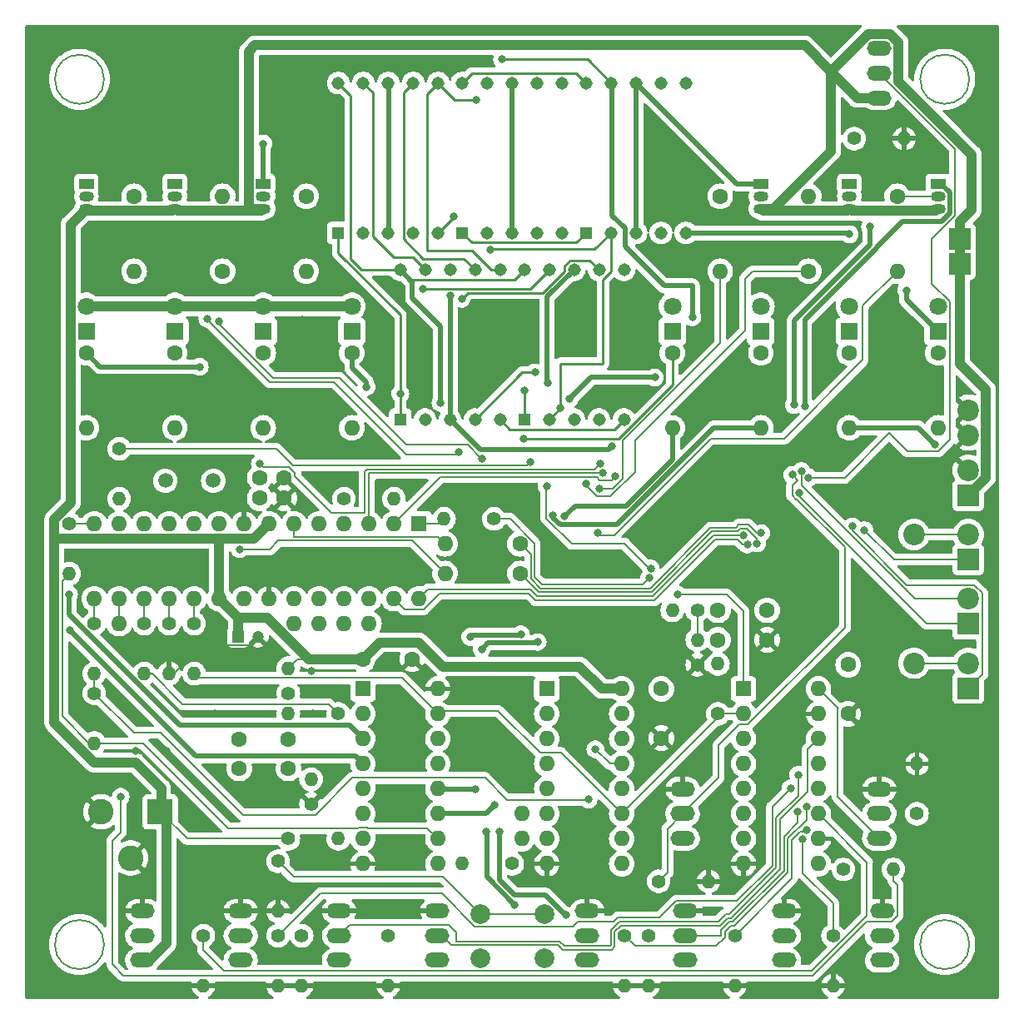
<source format=gbl>
%TF.GenerationSoftware,KiCad,Pcbnew,7.0.10*%
%TF.CreationDate,2024-04-03T15:14:15+02:00*%
%TF.ProjectId,8_switch_rgb_pcb_revision_1,385f7377-6974-4636-985f-7267625f7063,rev?*%
%TF.SameCoordinates,Original*%
%TF.FileFunction,Copper,L2,Bot*%
%TF.FilePolarity,Positive*%
%FSLAX46Y46*%
G04 Gerber Fmt 4.6, Leading zero omitted, Abs format (unit mm)*
G04 Created by KiCad (PCBNEW 7.0.10) date 2024-04-03 15:14:15*
%MOMM*%
%LPD*%
G01*
G04 APERTURE LIST*
%TA.AperFunction,NonConductor*%
%ADD10C,0.200000*%
%TD*%
%TA.AperFunction,ComponentPad*%
%ADD11C,1.600000*%
%TD*%
%TA.AperFunction,ComponentPad*%
%ADD12O,2.500000X1.500000*%
%TD*%
%TA.AperFunction,ComponentPad*%
%ADD13R,2.200000X2.200000*%
%TD*%
%TA.AperFunction,ComponentPad*%
%ADD14C,2.200000*%
%TD*%
%TA.AperFunction,ComponentPad*%
%ADD15C,1.400000*%
%TD*%
%TA.AperFunction,ComponentPad*%
%ADD16O,1.400000X1.400000*%
%TD*%
%TA.AperFunction,ComponentPad*%
%ADD17R,1.800000X1.800000*%
%TD*%
%TA.AperFunction,ComponentPad*%
%ADD18C,1.800000*%
%TD*%
%TA.AperFunction,ComponentPad*%
%ADD19O,1.600000X1.600000*%
%TD*%
%TA.AperFunction,ComponentPad*%
%ADD20R,1.500000X1.050000*%
%TD*%
%TA.AperFunction,ComponentPad*%
%ADD21O,1.500000X1.050000*%
%TD*%
%TA.AperFunction,ComponentPad*%
%ADD22R,2.600000X2.600000*%
%TD*%
%TA.AperFunction,ComponentPad*%
%ADD23C,2.600000*%
%TD*%
%TA.AperFunction,ComponentPad*%
%ADD24R,1.308000X1.308000*%
%TD*%
%TA.AperFunction,ComponentPad*%
%ADD25C,1.308000*%
%TD*%
%TA.AperFunction,ComponentPad*%
%ADD26R,1.200000X1.200000*%
%TD*%
%TA.AperFunction,ComponentPad*%
%ADD27C,1.200000*%
%TD*%
%TA.AperFunction,ComponentPad*%
%ADD28R,1.600000X1.600000*%
%TD*%
%TA.AperFunction,ComponentPad*%
%ADD29C,2.000000*%
%TD*%
%TA.AperFunction,ComponentPad*%
%ADD30C,1.500000*%
%TD*%
%TA.AperFunction,ViaPad*%
%ADD31C,0.800000*%
%TD*%
%TA.AperFunction,Conductor*%
%ADD32C,0.200000*%
%TD*%
%TA.AperFunction,Conductor*%
%ADD33C,1.000000*%
%TD*%
%TA.AperFunction,Conductor*%
%ADD34C,0.250000*%
%TD*%
%TA.AperFunction,Conductor*%
%ADD35C,0.500000*%
%TD*%
%ADD36C,0.350000*%
%ADD37O,1.800000X0.800000*%
%ADD38O,1.900000X0.800000*%
G04 APERTURE END LIST*
D10*
X63937412Y-181480000D02*
G75*
G03*
X58937412Y-181480000I-2500000J0D01*
G01*
X58937412Y-181480000D02*
G75*
G03*
X63937412Y-181480000I2500000J0D01*
G01*
X151937412Y-181480000D02*
G75*
G03*
X146937412Y-181480000I-2500000J0D01*
G01*
X146937412Y-181480000D02*
G75*
G03*
X151937412Y-181480000I2500000J0D01*
G01*
X63937412Y-93480000D02*
G75*
G03*
X58937412Y-93480000I-2500000J0D01*
G01*
X58937412Y-93480000D02*
G75*
G03*
X63937412Y-93480000I2500000J0D01*
G01*
X151937412Y-93480000D02*
G75*
G03*
X146937412Y-93480000I-2500000J0D01*
G01*
X146937412Y-93480000D02*
G75*
G03*
X151937412Y-93480000I2500000J0D01*
G01*
D11*
%TO.P,CU_BUTTONS1,1*%
%TO.N,GND*%
X139617412Y-158020000D03*
%TO.P,CU_BUTTONS1,2*%
%TO.N,+5V*%
X139617412Y-153020000D03*
%TD*%
D12*
%TO.P,SW__WR1,1,A*%
%TO.N,GND*%
X142777412Y-165680000D03*
%TO.P,SW__WR1,2,B*%
%TO.N,Net-(MCU_1-PC4)*%
X142777412Y-168180000D03*
%TO.P,SW__WR1,3,C*%
%TO.N,+5V*%
X142777412Y-170680000D03*
%TD*%
D11*
%TO.P,C1,1*%
%TO.N,GND*%
X82267412Y-136080000D03*
%TO.P,C1,2*%
%TO.N,Net-(MCU_1-XTAL1{slash}PB6)*%
X79767412Y-136080000D03*
%TD*%
D13*
%TO.P,PWR_Screw1,1,Pin_1*%
%TO.N,+5V*%
X151837412Y-135780000D03*
D14*
%TO.P,PWR_Screw1,2,Pin_2*%
%TO.N,GND*%
X151837412Y-133240000D03*
%TD*%
D12*
%TO.P,SW0,1,A*%
%TO.N,GND*%
X67837412Y-178080000D03*
%TO.P,SW0,2,B*%
%TO.N,Net-(SW0-B)*%
X67837412Y-180580000D03*
%TO.P,SW0,3,C*%
%TO.N,+5V*%
X67837412Y-183080000D03*
%TD*%
D15*
%TO.P,R23,1*%
%TO.N,GND*%
X124267412Y-153030000D03*
D16*
%TO.P,R23,2*%
%TO.N,Net-(C_TERM_GND0-Pad2)*%
X124267412Y-150490000D03*
%TD*%
D13*
%TO.P,RGB1,1,Pin_1*%
%TO.N,Net-(RGB1-Pin_1)*%
X151837412Y-142320000D03*
D14*
%TO.P,RGB1,2,Pin_2*%
%TO.N,unconnected-(RGB1-Pin_2-Pad2)*%
X151837412Y-139780000D03*
%TD*%
D15*
%TO.P,R38,1*%
%TO.N,Net-(C_TERM_GND1-Pad2)*%
X82687412Y-155920000D03*
D16*
%TO.P,R38,2*%
%TO.N,+5V*%
X82687412Y-153380000D03*
%TD*%
D17*
%TO.P,D5,1,K*%
%TO.N,Net-(D5-K)*%
X130737412Y-119110000D03*
D18*
%TO.P,D5,2,A*%
%TO.N,Net-(D0-A)*%
X130737412Y-116570000D03*
%TD*%
D19*
%TO.P,,16,PB2*%
%TO.N,unconnected-(MCU_1-PB2-Pad16)*%
X65482412Y-148840000D03*
%TD*%
D20*
%TO.P,T_DEC_0,1,E*%
%TO.N,Net-(T_DEC_0-E)*%
X71137412Y-104110000D03*
D21*
%TO.P,T_DEC_0,2,B*%
%TO.N,Net-(T_DEC_0-B)*%
X71137412Y-105380000D03*
%TO.P,T_DEC_0,3,C*%
%TO.N,+5V*%
X71137412Y-106650000D03*
%TD*%
D11*
%TO.P,R2,1*%
%TO.N,Net-(T_DEC_1-B)*%
X84497412Y-105380000D03*
D19*
%TO.P,R2,2*%
%TO.N,Net-(U_Trans1-QB)*%
X84497412Y-113000000D03*
%TD*%
D15*
%TO.P,R44,1*%
%TO.N,Net-(U2-Q7)*%
X139127412Y-173830000D03*
D16*
%TO.P,R44,2*%
%TO.N,Net-(MCU_1-PB4)*%
X144207412Y-173830000D03*
%TD*%
D22*
%TO.P,DC-In1,1*%
%TO.N,+5V*%
X69637412Y-167980000D03*
D23*
%TO.P,DC-In1,2*%
%TO.N,GND*%
X63637412Y-167980000D03*
%TO.P,DC-In1,3*%
X66637412Y-172680000D03*
%TD*%
D11*
%TO.P,C_DRAIN0,1*%
%TO.N,+5V*%
X120617412Y-155480000D03*
%TO.P,C_DRAIN0,2*%
%TO.N,GND*%
X120617412Y-160480000D03*
%TD*%
D15*
%TO.P,R29,1*%
%TO.N,Net-(SW6-B)*%
X128077412Y-180580000D03*
D16*
%TO.P,R29,2*%
%TO.N,GND*%
X128077412Y-185660000D03*
%TD*%
D15*
%TO.P,R32,1*%
%TO.N,Net-(SW1-B)*%
X81637412Y-180580000D03*
D16*
%TO.P,R32,2*%
%TO.N,GND*%
X81637412Y-185660000D03*
%TD*%
D11*
%TO.P,C_TERM_VCC0,1*%
%TO.N,Net-(C_TERM_GND0-Pad2)*%
X126367412Y-147490000D03*
%TO.P,C_TERM_VCC0,2*%
%TO.N,+5V*%
X131367412Y-147490000D03*
%TD*%
D24*
%TO.P,hex_1,1*%
%TO.N,Net-(D4-K)*%
X106657412Y-128100000D03*
D25*
%TO.P,hex_1,2*%
%TO.N,Net-(D3-K)*%
X109197412Y-128100000D03*
%TO.P,hex_1,3,CA*%
%TO.N,Net-(T_HEX_1-E)*%
X111737412Y-128100000D03*
%TO.P,hex_1,4*%
%TO.N,Net-(D2-K)*%
X114277412Y-128100000D03*
%TO.P,hex_1,5*%
%TO.N,Net-(D7-K)*%
X116817412Y-128100000D03*
%TO.P,hex_1,6*%
%TO.N,Net-(D1-K)*%
X116817412Y-112860000D03*
%TO.P,hex_1,7*%
%TO.N,Net-(D0-K)*%
X114277412Y-112860000D03*
%TO.P,hex_1,8,CA*%
%TO.N,Net-(T_HEX_1-E)*%
X111737412Y-112860000D03*
%TO.P,hex_1,9*%
%TO.N,Net-(D5-K)*%
X109197412Y-112860000D03*
%TO.P,hex_1,10*%
%TO.N,Net-(D6-K)*%
X106657412Y-112860000D03*
%TD*%
D13*
%TO.P,,1,Pin_1*%
%TO.N,+5V*%
X150997412Y-112260000D03*
%TD*%
D11*
%TO.P,R19,1*%
%TO.N,Net-(T_HEX_1-B)*%
X144597412Y-105380000D03*
D19*
%TO.P,R19,2*%
%TO.N,Net-(U_Trans1-QE)*%
X144597412Y-113000000D03*
%TD*%
D15*
%TO.P,R35,1*%
%TO.N,Net-(C_TERM_GND0-Pad2)*%
X124267412Y-147490000D03*
D16*
%TO.P,R35,2*%
%TO.N,+5V*%
X121727412Y-147490000D03*
%TD*%
D17*
%TO.P,D7,1,K*%
%TO.N,Net-(D7-K)*%
X148737412Y-119110000D03*
D18*
%TO.P,D7,2,A*%
%TO.N,Net-(D0-A)*%
X148737412Y-116570000D03*
%TD*%
D17*
%TO.P,D4,1,K*%
%TO.N,Net-(D4-K)*%
X121737412Y-119110000D03*
D18*
%TO.P,D4,2,A*%
%TO.N,Net-(D0-A)*%
X121737412Y-116570000D03*
%TD*%
D11*
%TO.P,R20,1*%
%TO.N,Net-(RGB1-Pin_1)*%
X106232412Y-140730000D03*
D19*
%TO.P,R20,2*%
%TO.N,Net-(MCU_1-PD4)*%
X98612412Y-140730000D03*
%TD*%
D20*
%TO.P,T_HEX_0,1,E*%
%TO.N,Net-(T_HEX_0-E)*%
X139737412Y-104110000D03*
D21*
%TO.P,T_HEX_0,2,B*%
%TO.N,Net-(T_HEX_0-B)*%
X139737412Y-105380000D03*
%TO.P,T_HEX_0,3,C*%
%TO.N,+5V*%
X139737412Y-106650000D03*
%TD*%
D20*
%TO.P,T_LED1,1,E*%
%TO.N,Net-(D0-A)*%
X62137412Y-104110000D03*
D21*
%TO.P,T_LED1,2,B*%
%TO.N,Net-(T_LED1-B)*%
X62137412Y-105380000D03*
%TO.P,T_LED1,3,C*%
%TO.N,+5V*%
X62137412Y-106650000D03*
%TD*%
D12*
%TO.P,SW6,1,A*%
%TO.N,GND*%
X133077412Y-178080000D03*
%TO.P,SW6,2,B*%
%TO.N,Net-(SW6-B)*%
X133077412Y-180580000D03*
%TO.P,SW6,3,C*%
%TO.N,+5V*%
X133077412Y-183080000D03*
%TD*%
D11*
%TO.P,R6,1*%
%TO.N,Net-(D6-K)*%
X139737412Y-121310000D03*
D19*
%TO.P,R6,2*%
%TO.N,Net-(U_Drain1-DRAIN6)*%
X139737412Y-128930000D03*
%TD*%
D11*
%TO.P,R7,1*%
%TO.N,Net-(D1-K)*%
X71137412Y-121310000D03*
D19*
%TO.P,R7,2*%
%TO.N,Net-(U_Drain1-DRAIN1)*%
X71137412Y-128930000D03*
%TD*%
D11*
%TO.P,R4,1*%
%TO.N,Net-(T_LED1-B)*%
X66997412Y-105380000D03*
D19*
%TO.P,R4,2*%
%TO.N,Net-(U_Trans1-QF)*%
X66997412Y-113000000D03*
%TD*%
D12*
%TO.P,SW_Serr1,1,A*%
%TO.N,GND*%
X142797412Y-90370000D03*
%TO.P,SW_Serr1,2,B*%
%TO.N,Net-(MCU_1-PC5)*%
X142797412Y-92870000D03*
%TO.P,SW_Serr1,3,C*%
%TO.N,+5V*%
X142797412Y-95370000D03*
%TD*%
D16*
%TO.P,R45,2*%
%TO.N,Net-(U_Drain1-SER_OUT)*%
X100367412Y-173260000D03*
D15*
%TO.P,R45,1*%
%TO.N,Net-(U_Trans1-SER)*%
X105447412Y-173260000D03*
%TD*%
%TO.P,R31,1*%
%TO.N,Net-(SW2-B)*%
X84037412Y-180580000D03*
D16*
%TO.P,R31,2*%
%TO.N,GND*%
X84037412Y-185660000D03*
%TD*%
D15*
%TO.P,R36,1*%
%TO.N,Net-(U_Drain1-SER_IN)*%
X87767412Y-158020000D03*
D16*
%TO.P,R36,2*%
%TO.N,Net-(C_TERM_GND1-Pad2)*%
X82687412Y-158020000D03*
%TD*%
D26*
%TO.P,C_MCU1,1*%
%TO.N,+5V*%
X77577412Y-150170000D03*
D27*
%TO.P,C_MCU1,2*%
%TO.N,GND*%
X79577412Y-150170000D03*
%TD*%
D28*
%TO.P,U2,1,~{PL}*%
%TO.N,Net-(U2-~{PL})*%
X128967412Y-155480000D03*
D19*
%TO.P,U2,2,CP*%
%TO.N,Net-(U2-CP)*%
X128967412Y-158020000D03*
%TO.P,U2,3,D4*%
%TO.N,Net-(SW4-B)*%
X128967412Y-160560000D03*
%TO.P,U2,4,D5*%
%TO.N,Net-(SW5-B)*%
X128967412Y-163100000D03*
%TO.P,U2,5,D6*%
%TO.N,Net-(SW6-B)*%
X128967412Y-165640000D03*
%TO.P,U2,6,D7*%
%TO.N,Net-(SW7-B)*%
X128967412Y-168180000D03*
%TO.P,U2,7,~{Q7}*%
%TO.N,unconnected-(U2-~{Q7}-Pad7)*%
X128967412Y-170720000D03*
%TO.P,U2,8,GND*%
%TO.N,GND*%
X128967412Y-173260000D03*
%TO.P,U2,9,Q7*%
%TO.N,Net-(U2-Q7)*%
X136587412Y-173260000D03*
%TO.P,U2,10,DS*%
%TO.N,GND*%
X136587412Y-170720000D03*
%TO.P,U2,11,D0*%
%TO.N,Net-(SW0-B)*%
X136587412Y-168180000D03*
%TO.P,U2,12,D1*%
%TO.N,Net-(SW1-B)*%
X136587412Y-165640000D03*
%TO.P,U2,13,D2*%
%TO.N,Net-(SW2-B)*%
X136587412Y-163100000D03*
%TO.P,U2,14,D3*%
%TO.N,Net-(SW3-B)*%
X136587412Y-160560000D03*
%TO.P,U2,15,~{CE}*%
%TO.N,GND*%
X136587412Y-158020000D03*
%TO.P,U2,16,VCC*%
%TO.N,+5V*%
X136587412Y-155480000D03*
%TD*%
D15*
%TO.P,R25,1*%
%TO.N,Net-(MCU_1-PC4)*%
X146617412Y-168180000D03*
D16*
%TO.P,R25,2*%
%TO.N,GND*%
X146617412Y-163100000D03*
%TD*%
D15*
%TO.P,R39,1*%
%TO.N,Net-(U_Trans1-RCLK)*%
X62942412Y-155920000D03*
D16*
%TO.P,R39,2*%
%TO.N,Net-(U_Drain1-RCLK)*%
X62942412Y-161000000D03*
%TD*%
D24*
%TO.P,decimal_0,1*%
%TO.N,Net-(D4-K)*%
X87757412Y-109100000D03*
D25*
%TO.P,decimal_0,2*%
%TO.N,Net-(D3-K)*%
X90297412Y-109100000D03*
%TO.P,decimal_0,3,CA*%
%TO.N,Net-(T_DEC_0-E)*%
X92837412Y-109100000D03*
%TO.P,decimal_0,4*%
%TO.N,Net-(D2-K)*%
X95377412Y-109100000D03*
%TO.P,decimal_0,5*%
%TO.N,Net-(D7-K)*%
X97917412Y-109100000D03*
%TO.P,decimal_0,6*%
%TO.N,Net-(D1-K)*%
X97917412Y-93860000D03*
%TO.P,decimal_0,7*%
%TO.N,Net-(D0-K)*%
X95377412Y-93860000D03*
%TO.P,decimal_0,8,CA*%
%TO.N,Net-(T_DEC_0-E)*%
X92837412Y-93860000D03*
%TO.P,decimal_0,9*%
%TO.N,Net-(D5-K)*%
X90297412Y-93860000D03*
%TO.P,decimal_0,10*%
%TO.N,Net-(D6-K)*%
X87757412Y-93860000D03*
%TD*%
D29*
%TO.P,SW_N1,1,1*%
%TO.N,Net-(MCU_1-PD3)*%
X102187412Y-178355000D03*
X108687412Y-178355000D03*
%TO.P,SW_N1,2,2*%
%TO.N,+5V*%
X102187412Y-182855000D03*
X108687412Y-182855000D03*
%TD*%
D15*
%TO.P,R26,1*%
%TO.N,Net-(MCU_1-PC5)*%
X140227412Y-99510000D03*
D16*
%TO.P,R26,2*%
%TO.N,GND*%
X145307412Y-99510000D03*
%TD*%
D15*
%TO.P,R24,1*%
%TO.N,Net-(MCU_1-PD6)*%
X120337412Y-175050000D03*
D16*
%TO.P,R24,2*%
%TO.N,GND*%
X125417412Y-175050000D03*
%TD*%
D14*
%TO.P,,2,Pin_2*%
%TO.N,GND*%
X151837412Y-127120000D03*
%TD*%
D15*
%TO.P,R17,1*%
%TO.N,+5V*%
X103592412Y-138180000D03*
D16*
%TO.P,R17,2*%
%TO.N,Net-(MCU_1-~{RESET}{slash}PC6)*%
X98512412Y-138180000D03*
%TD*%
D15*
%TO.P,R33,1*%
%TO.N,Net-(SW7-B)*%
X138077412Y-180580000D03*
D16*
%TO.P,R33,2*%
%TO.N,GND*%
X138077412Y-185660000D03*
%TD*%
D12*
%TO.P,SW1,1,A*%
%TO.N,GND*%
X77837412Y-178080000D03*
%TO.P,SW1,2,B*%
%TO.N,Net-(SW1-B)*%
X77837412Y-180580000D03*
%TO.P,SW1,3,C*%
%TO.N,+5V*%
X77837412Y-183080000D03*
%TD*%
%TO.P,SW_Mem1,1,A*%
%TO.N,GND*%
X122777412Y-165680000D03*
%TO.P,SW_Mem1,2,B*%
%TO.N,Net-(MCU_1-PD6)*%
X122777412Y-168180000D03*
%TO.P,SW_Mem1,3,C*%
%TO.N,+5V*%
X122777412Y-170680000D03*
%TD*%
D17*
%TO.P,D3,1,K*%
%TO.N,Net-(D3-K)*%
X89137412Y-119110000D03*
D18*
%TO.P,D3,2,A*%
%TO.N,Net-(D0-A)*%
X89137412Y-116570000D03*
%TD*%
D15*
%TO.P,R18,1*%
%TO.N,Net-(MCU_1-PD2)*%
X88342412Y-136140000D03*
D16*
%TO.P,R18,2*%
%TO.N,Net-(U_Trans1-~{OE})*%
X93422412Y-136140000D03*
%TD*%
D15*
%TO.P,R43,1*%
%TO.N,Net-(MCU_1-PB0)*%
X60402412Y-138680000D03*
D16*
%TO.P,R43,2*%
%TO.N,Net-(U_Drain1-RCLK)*%
X60402412Y-143760000D03*
%TD*%
D17*
%TO.P,D1,1,K*%
%TO.N,Net-(D1-K)*%
X71137412Y-119110000D03*
D18*
%TO.P,D1,2,A*%
%TO.N,Net-(D0-A)*%
X71137412Y-116570000D03*
%TD*%
D11*
%TO.P,C2,1*%
%TO.N,Net-(MCU_1-XTAL2{slash}PB7)*%
X79767412Y-133980000D03*
%TO.P,C2,2*%
%TO.N,GND*%
X82267412Y-133980000D03*
%TD*%
D28*
%TO.P,U_Trans1,1,QB*%
%TO.N,Net-(U_Trans1-QB)*%
X108967412Y-155480000D03*
D19*
%TO.P,U_Trans1,2,QC*%
%TO.N,Net-(U_Trans1-QC)*%
X108967412Y-158020000D03*
%TO.P,U_Trans1,3,QD*%
%TO.N,Net-(U_Trans1-QD)*%
X108967412Y-160560000D03*
%TO.P,U_Trans1,4,QE*%
%TO.N,Net-(U_Trans1-QE)*%
X108967412Y-163100000D03*
%TO.P,U_Trans1,5,QF*%
%TO.N,Net-(U_Trans1-QF)*%
X108967412Y-165640000D03*
%TO.P,U_Trans1,6,QG*%
%TO.N,unconnected-(U_Trans1-QG-Pad6)*%
X108967412Y-168180000D03*
%TO.P,U_Trans1,7,QH*%
%TO.N,unconnected-(U_Trans1-QH-Pad7)*%
X108967412Y-170720000D03*
%TO.P,U_Trans1,8,GND*%
%TO.N,GND*%
X108967412Y-173260000D03*
%TO.P,U_Trans1,9,QH'*%
%TO.N,unconnected-(U_Trans1-QH'-Pad9)*%
X116587412Y-173260000D03*
%TO.P,U_Trans1,10,~{SRCLR}*%
%TO.N,+5V*%
X116587412Y-170720000D03*
%TO.P,U_Trans1,11,SRCLK*%
%TO.N,Net-(U2-CP)*%
X116587412Y-168180000D03*
%TO.P,U_Trans1,12,RCLK*%
%TO.N,Net-(U_Trans1-RCLK)*%
X116587412Y-165640000D03*
%TO.P,U_Trans1,13,~{OE}*%
%TO.N,Net-(U_Trans1-~{OE})*%
X116587412Y-163100000D03*
%TO.P,U_Trans1,14,SER*%
%TO.N,Net-(U_Trans1-SER)*%
X116587412Y-160560000D03*
%TO.P,U_Trans1,15,QA*%
%TO.N,Net-(U_Trans1-QA)*%
X116587412Y-158020000D03*
%TO.P,U_Trans1,16,VCC*%
%TO.N,+5V*%
X116587412Y-155480000D03*
%TD*%
D14*
%TO.P,,2,Pin_2*%
%TO.N,unconnected-(RGB1-Pin_2-Pad2)*%
X146297412Y-139780000D03*
%TD*%
D19*
%TO.P,,6,QG*%
%TO.N,unconnected-(U_Trans1-QG-Pad6)*%
X106427412Y-168180000D03*
%TD*%
D17*
%TO.P,D0,1,K*%
%TO.N,Net-(D0-K)*%
X62137412Y-119110000D03*
D18*
%TO.P,D0,2,A*%
%TO.N,Net-(D0-A)*%
X62137412Y-116570000D03*
%TD*%
D15*
%TO.P,R40,1*%
%TO.N,Net-(MCU_1-PB5)*%
X73102412Y-148840000D03*
D16*
%TO.P,R40,2*%
%TO.N,Net-(U2-CP)*%
X73102412Y-153920000D03*
%TD*%
D17*
%TO.P,D6,1,K*%
%TO.N,Net-(D6-K)*%
X139737412Y-119110000D03*
D18*
%TO.P,D6,2,A*%
%TO.N,Net-(D0-A)*%
X139737412Y-116570000D03*
%TD*%
D15*
%TO.P,R37,1*%
%TO.N,GND*%
X84997412Y-167200000D03*
D16*
%TO.P,R37,2*%
%TO.N,Net-(C_TERM_GND1-Pad2)*%
X84997412Y-164660000D03*
%TD*%
D15*
%TO.P,R41,1*%
%TO.N,Net-(MCU_1-PB3)*%
X68022412Y-148840000D03*
D16*
%TO.P,R41,2*%
%TO.N,Net-(U_Drain1-SER_IN)*%
X68022412Y-153920000D03*
%TD*%
D11*
%TO.P,R21,1*%
%TO.N,Net-(RGB2-Pin_1)*%
X106232412Y-143730000D03*
D19*
%TO.P,R21,2*%
%TO.N,Net-(MCU_1-PD5)*%
X98612412Y-143730000D03*
%TD*%
D15*
%TO.P,R46,1*%
%TO.N,Net-(U2-~{PL})*%
X65482412Y-131060000D03*
D16*
%TO.P,R46,2*%
%TO.N,Net-(MCU_1-PD7)*%
X65482412Y-136140000D03*
%TD*%
D28*
%TO.P,MCU_1,1,~{RESET}/PC6*%
%TO.N,Net-(MCU_1-~{RESET}{slash}PC6)*%
X95962412Y-138680000D03*
D19*
%TO.P,MCU_1,2,PD0*%
%TO.N,Net-(MCU_1-PD0)*%
X93422412Y-138680000D03*
%TO.P,MCU_1,3,PD1*%
%TO.N,Net-(MCU_1-PD1)*%
X90882412Y-138680000D03*
%TO.P,MCU_1,4,PD2*%
%TO.N,Net-(MCU_1-PD2)*%
X88342412Y-138680000D03*
%TO.P,MCU_1,5,PD3*%
%TO.N,Net-(MCU_1-PD3)*%
X85802412Y-138680000D03*
%TO.P,MCU_1,6,PD4*%
%TO.N,Net-(MCU_1-PD4)*%
X83262412Y-138680000D03*
%TO.P,MCU_1,7,VCC*%
%TO.N,+5V*%
X80722412Y-138680000D03*
%TO.P,MCU_1,8,GND*%
%TO.N,GND*%
X78182412Y-138680000D03*
%TO.P,MCU_1,9,XTAL1/PB6*%
%TO.N,Net-(MCU_1-XTAL1{slash}PB6)*%
X75642412Y-138680000D03*
%TO.P,MCU_1,10,XTAL2/PB7*%
%TO.N,Net-(MCU_1-XTAL2{slash}PB7)*%
X73102412Y-138680000D03*
%TO.P,MCU_1,11,PD5*%
%TO.N,Net-(MCU_1-PD5)*%
X70562412Y-138680000D03*
%TO.P,MCU_1,12,PD6*%
%TO.N,Net-(MCU_1-PD6)*%
X68022412Y-138680000D03*
%TO.P,MCU_1,13,PD7*%
%TO.N,Net-(MCU_1-PD7)*%
X65482412Y-138680000D03*
%TO.P,MCU_1,14,PB0*%
%TO.N,Net-(MCU_1-PB0)*%
X62942412Y-138680000D03*
%TO.P,MCU_1,15,PB1*%
%TO.N,Net-(MCU_1-PB1)*%
X62942412Y-146300000D03*
%TO.P,MCU_1,16,PB2*%
%TO.N,unconnected-(MCU_1-PB2-Pad16)*%
X65482412Y-146300000D03*
%TO.P,MCU_1,17,PB3*%
%TO.N,Net-(MCU_1-PB3)*%
X68022412Y-146300000D03*
%TO.P,MCU_1,18,PB4*%
%TO.N,Net-(MCU_1-PB4)*%
X70562412Y-146300000D03*
%TO.P,MCU_1,19,PB5*%
%TO.N,Net-(MCU_1-PB5)*%
X73102412Y-146300000D03*
%TO.P,MCU_1,20,AVCC*%
%TO.N,+5V*%
X75642412Y-146300000D03*
%TO.P,MCU_1,21,AREF*%
%TO.N,unconnected-(MCU_1-AREF-Pad21)*%
X78182412Y-146300000D03*
%TO.P,MCU_1,22,GND*%
%TO.N,GND*%
X80722412Y-146300000D03*
%TO.P,MCU_1,23,PC0*%
%TO.N,unconnected-(MCU_1-PC0-Pad23)*%
X83262412Y-146300000D03*
%TO.P,MCU_1,24,PC1*%
%TO.N,unconnected-(MCU_1-PC1-Pad24)*%
X85802412Y-146300000D03*
%TO.P,MCU_1,25,PC2*%
%TO.N,unconnected-(MCU_1-PC2-Pad25)*%
X88342412Y-146300000D03*
%TO.P,MCU_1,26,PC3*%
%TO.N,unconnected-(MCU_1-PC3-Pad26)*%
X90882412Y-146300000D03*
%TO.P,MCU_1,27,PC4*%
%TO.N,Net-(MCU_1-PC4)*%
X93422412Y-146300000D03*
%TO.P,MCU_1,28,PC5*%
%TO.N,Net-(MCU_1-PC5)*%
X95962412Y-146300000D03*
%TD*%
D15*
%TO.P,R27,1*%
%TO.N,Net-(SW4-B)*%
X116877412Y-180580000D03*
D16*
%TO.P,R27,2*%
%TO.N,GND*%
X116877412Y-185660000D03*
%TD*%
D17*
%TO.P,D2,1,K*%
%TO.N,Net-(D2-K)*%
X80137412Y-119110000D03*
D18*
%TO.P,D2,2,A*%
%TO.N,Net-(D0-A)*%
X80137412Y-116570000D03*
%TD*%
D24*
%TO.P,decimal_2,1*%
%TO.N,Net-(D4-K)*%
X112957412Y-109100000D03*
D25*
%TO.P,decimal_2,2*%
%TO.N,Net-(D3-K)*%
X115497412Y-109100000D03*
%TO.P,decimal_2,3,CA*%
%TO.N,Net-(T_DEC_2-E)*%
X118037412Y-109100000D03*
%TO.P,decimal_2,4*%
%TO.N,Net-(D2-K)*%
X120577412Y-109100000D03*
%TO.P,decimal_2,5*%
%TO.N,Net-(D7-K)*%
X123117412Y-109100000D03*
%TO.P,decimal_2,6*%
%TO.N,Net-(D1-K)*%
X123117412Y-93860000D03*
%TO.P,decimal_2,7*%
%TO.N,Net-(D0-K)*%
X120577412Y-93860000D03*
%TO.P,decimal_2,8,CA*%
%TO.N,Net-(T_DEC_2-E)*%
X118037412Y-93860000D03*
%TO.P,decimal_2,9*%
%TO.N,Net-(D5-K)*%
X115497412Y-93860000D03*
%TO.P,decimal_2,10*%
%TO.N,Net-(D6-K)*%
X112957412Y-93860000D03*
%TD*%
D15*
%TO.P,R14,1*%
%TO.N,+5V*%
X82687412Y-170720000D03*
D16*
%TO.P,R14,2*%
%TO.N,Net-(U_Drain1-~{CLR})*%
X87767412Y-170720000D03*
%TD*%
D11*
%TO.P,R12,1*%
%TO.N,Net-(D3-K)*%
X89137412Y-121310000D03*
D19*
%TO.P,R12,2*%
%TO.N,Net-(U_Drain1-DRAIN3)*%
X89137412Y-128930000D03*
%TD*%
D11*
%TO.P,C_TERM_VCC1,1*%
%TO.N,Net-(C_TERM_GND1-Pad2)*%
X82687412Y-163570000D03*
%TO.P,C_TERM_VCC1,2*%
%TO.N,+5V*%
X77687412Y-163570000D03*
%TD*%
D15*
%TO.P,R15,1*%
%TO.N,Net-(MCU_1-PD3)*%
X81637412Y-173000000D03*
D16*
%TO.P,R15,2*%
%TO.N,GND*%
X81637412Y-178080000D03*
%TD*%
D20*
%TO.P,T_DEC_1,1,E*%
%TO.N,Net-(T_DEC_1-E)*%
X80137412Y-104110000D03*
D21*
%TO.P,T_DEC_1,2,B*%
%TO.N,Net-(T_DEC_1-B)*%
X80137412Y-105380000D03*
%TO.P,T_DEC_1,3,C*%
%TO.N,+5V*%
X80137412Y-106650000D03*
%TD*%
D11*
%TO.P,R3,1*%
%TO.N,Net-(T_DEC_2-B)*%
X126597412Y-105380000D03*
D19*
%TO.P,R3,2*%
%TO.N,Net-(U_Trans1-QA)*%
X126597412Y-113000000D03*
%TD*%
D12*
%TO.P,SW4,1,A*%
%TO.N,GND*%
X113077412Y-178080000D03*
%TO.P,SW4,2,B*%
%TO.N,Net-(SW4-B)*%
X113077412Y-180580000D03*
%TO.P,SW4,3,C*%
%TO.N,+5V*%
X113077412Y-183080000D03*
%TD*%
D20*
%TO.P,T_DEC_2,1,E*%
%TO.N,Net-(T_DEC_2-E)*%
X130737412Y-104110000D03*
D21*
%TO.P,T_DEC_2,2,B*%
%TO.N,Net-(T_DEC_2-B)*%
X130737412Y-105380000D03*
%TO.P,T_DEC_2,3,C*%
%TO.N,+5V*%
X130737412Y-106650000D03*
%TD*%
D19*
%TO.P,,25,PC2*%
%TO.N,unconnected-(MCU_1-PC2-Pad25)*%
X88342412Y-148840000D03*
%TD*%
D28*
%TO.P,U_Drain1,1,VCC*%
%TO.N,+5V*%
X90267412Y-155480000D03*
D19*
%TO.P,U_Drain1,2,SER_IN*%
%TO.N,Net-(U_Drain1-SER_IN)*%
X90267412Y-158020000D03*
%TO.P,U_Drain1,3,DRAIN0*%
%TO.N,Net-(U_Drain1-DRAIN0)*%
X90267412Y-160560000D03*
%TO.P,U_Drain1,4,DRAIN1*%
%TO.N,Net-(U_Drain1-DRAIN1)*%
X90267412Y-163100000D03*
%TO.P,U_Drain1,5,DRAIN2*%
%TO.N,Net-(U_Drain1-DRAIN2)*%
X90267412Y-165640000D03*
%TO.P,U_Drain1,6,DRAIN3*%
%TO.N,Net-(U_Drain1-DRAIN3)*%
X90267412Y-168180000D03*
%TO.P,U_Drain1,7,~{CLR}*%
%TO.N,Net-(U_Drain1-~{CLR})*%
X90267412Y-170720000D03*
%TO.P,U_Drain1,8,~{G}*%
%TO.N,GND*%
X90267412Y-173260000D03*
%TO.P,U_Drain1,9,SER_OUT*%
%TO.N,Net-(U_Drain1-SER_OUT)*%
X97887412Y-173260000D03*
%TO.P,U_Drain1,10,RCLK*%
%TO.N,Net-(U_Drain1-RCLK)*%
X97887412Y-170720000D03*
%TO.P,U_Drain1,11,DRAIN4*%
%TO.N,Net-(U_Drain1-DRAIN4)*%
X97887412Y-168180000D03*
%TO.P,U_Drain1,12,DRAIN5*%
%TO.N,Net-(U_Drain1-DRAIN5)*%
X97887412Y-165640000D03*
%TO.P,U_Drain1,13,DRAIN6*%
%TO.N,Net-(U_Drain1-DRAIN6)*%
X97887412Y-163100000D03*
%TO.P,U_Drain1,14,DRAIN7*%
%TO.N,Net-(U_Drain1-DRAIN7)*%
X97887412Y-160560000D03*
%TO.P,U_Drain1,15,SRCK*%
%TO.N,Net-(U2-CP)*%
X97887412Y-158020000D03*
%TO.P,U_Drain1,16,GND*%
%TO.N,GND*%
X97887412Y-155480000D03*
%TD*%
%TO.P,,26,PC3*%
%TO.N,unconnected-(MCU_1-PC3-Pad26)*%
X90882412Y-148840000D03*
%TD*%
D12*
%TO.P,SW2,1,A*%
%TO.N,GND*%
X87837412Y-178080000D03*
%TO.P,SW2,2,B*%
%TO.N,Net-(SW2-B)*%
X87837412Y-180580000D03*
%TO.P,SW2,3,C*%
%TO.N,+5V*%
X87837412Y-183080000D03*
%TD*%
D20*
%TO.P,T_HEX_1,1,E*%
%TO.N,Net-(T_HEX_1-E)*%
X148737412Y-104110000D03*
D21*
%TO.P,T_HEX_1,2,B*%
%TO.N,Net-(T_HEX_1-B)*%
X148737412Y-105380000D03*
%TO.P,T_HEX_1,3,C*%
%TO.N,+5V*%
X148737412Y-106650000D03*
%TD*%
D14*
%TO.P,,2,Pin_2*%
%TO.N,unconnected-(RGB2-Pin_2-Pad2)*%
X146297412Y-152860000D03*
%TD*%
D15*
%TO.P,R22,1*%
%TO.N,Net-(U2-CP)*%
X126367412Y-158020000D03*
D16*
%TO.P,R22,2*%
%TO.N,Net-(C_TERM_GND0-Pad2)*%
X126367412Y-152940000D03*
%TD*%
D11*
%TO.P,R11,1*%
%TO.N,Net-(D7-K)*%
X148737412Y-121310000D03*
D19*
%TO.P,R11,2*%
%TO.N,Net-(U_Drain1-DRAIN7)*%
X148737412Y-128930000D03*
%TD*%
D13*
%TO.P,,1,Pin_1*%
%TO.N,+5V*%
X150997412Y-109720000D03*
%TD*%
D14*
%TO.P,,2,Pin_2*%
%TO.N,GND*%
X151837412Y-129660000D03*
%TD*%
D13*
%TO.P,RGB2,1,Pin_1*%
%TO.N,Net-(RGB2-Pin_1)*%
X151837412Y-155400000D03*
D14*
%TO.P,RGB2,2,Pin_2*%
%TO.N,unconnected-(RGB2-Pin_2-Pad2)*%
X151837412Y-152860000D03*
%TD*%
D13*
%TO.P,Serial_Screw1,1,Pin_1*%
%TO.N,Net-(MCU_1-PD1)*%
X151837412Y-148860000D03*
D14*
%TO.P,Serial_Screw1,2,Pin_2*%
%TO.N,Net-(MCU_1-PD0)*%
X151837412Y-146320000D03*
%TD*%
D12*
%TO.P,SW7,1,A*%
%TO.N,GND*%
X143077412Y-178080000D03*
%TO.P,SW7,2,B*%
%TO.N,Net-(SW7-B)*%
X143077412Y-180580000D03*
%TO.P,SW7,3,C*%
%TO.N,+5V*%
X143077412Y-183080000D03*
%TD*%
D11*
%TO.P,R1,1*%
%TO.N,Net-(U_Trans1-QC)*%
X75997412Y-113000000D03*
D19*
%TO.P,R1,2*%
%TO.N,Net-(T_DEC_0-B)*%
X75997412Y-105380000D03*
%TD*%
D30*
%TO.P,Y1,1,1*%
%TO.N,Net-(MCU_1-XTAL1{slash}PB6)*%
X75047412Y-134310000D03*
%TO.P,Y1,2,2*%
%TO.N,Net-(MCU_1-XTAL2{slash}PB7)*%
X70167412Y-134310000D03*
%TD*%
D11*
%TO.P,C_TERM_GND0,1*%
%TO.N,GND*%
X131367412Y-150490000D03*
%TO.P,C_TERM_GND0,2*%
%TO.N,Net-(C_TERM_GND0-Pad2)*%
X126367412Y-150490000D03*
%TD*%
%TO.P,R8,1*%
%TO.N,Net-(D5-K)*%
X130737412Y-121310000D03*
D19*
%TO.P,R8,2*%
%TO.N,Net-(U_Drain1-DRAIN5)*%
X130737412Y-128930000D03*
%TD*%
D11*
%TO.P,R13,1*%
%TO.N,Net-(U_Trans1-QD)*%
X135597412Y-113000000D03*
D19*
%TO.P,R13,2*%
%TO.N,Net-(T_HEX_0-B)*%
X135597412Y-105380000D03*
%TD*%
%TO.P,,7,QH*%
%TO.N,unconnected-(U_Trans1-QH-Pad7)*%
X106427412Y-170720000D03*
%TD*%
D12*
%TO.P,SW5,1,A*%
%TO.N,GND*%
X123077412Y-178080000D03*
%TO.P,SW5,2,B*%
%TO.N,Net-(SW5-B)*%
X123077412Y-180580000D03*
%TO.P,SW5,3,C*%
%TO.N,+5V*%
X123077412Y-183080000D03*
%TD*%
D11*
%TO.P,R5,1*%
%TO.N,Net-(D2-K)*%
X80137412Y-121310000D03*
D19*
%TO.P,R5,2*%
%TO.N,Net-(U_Drain1-DRAIN2)*%
X80137412Y-128930000D03*
%TD*%
D11*
%TO.P,C_TERM_GND1,1*%
%TO.N,GND*%
X77687412Y-160570000D03*
%TO.P,C_TERM_GND1,2*%
%TO.N,Net-(C_TERM_GND1-Pad2)*%
X82687412Y-160570000D03*
%TD*%
D19*
%TO.P,,23,PC0*%
%TO.N,unconnected-(MCU_1-PC0-Pad23)*%
X83262412Y-148840000D03*
%TD*%
D11*
%TO.P,C_TRANS1,1*%
%TO.N,+5V*%
X90267412Y-152450000D03*
%TO.P,C_TRANS1,2*%
%TO.N,GND*%
X95267412Y-152450000D03*
%TD*%
D19*
%TO.P,,24,PC1*%
%TO.N,unconnected-(MCU_1-PC1-Pad24)*%
X85802412Y-148840000D03*
%TD*%
D11*
%TO.P,R10,1*%
%TO.N,Net-(D4-K)*%
X121737412Y-121310000D03*
D19*
%TO.P,R10,2*%
%TO.N,Net-(U_Drain1-DRAIN4)*%
X121737412Y-128930000D03*
%TD*%
D15*
%TO.P,R34,1*%
%TO.N,Net-(SW0-B)*%
X74037412Y-180580000D03*
D16*
%TO.P,R34,2*%
%TO.N,GND*%
X74037412Y-185660000D03*
%TD*%
D24*
%TO.P,hex_0,1*%
%TO.N,Net-(D4-K)*%
X94057412Y-128100000D03*
D25*
%TO.P,hex_0,2*%
%TO.N,Net-(D3-K)*%
X96597412Y-128100000D03*
%TO.P,hex_0,3,CA*%
%TO.N,Net-(T_HEX_0-E)*%
X99137412Y-128100000D03*
%TO.P,hex_0,4*%
%TO.N,Net-(D2-K)*%
X101677412Y-128100000D03*
%TO.P,hex_0,5*%
%TO.N,Net-(D7-K)*%
X104217412Y-128100000D03*
%TO.P,hex_0,6*%
%TO.N,Net-(D1-K)*%
X104217412Y-112860000D03*
%TO.P,hex_0,7*%
%TO.N,Net-(D0-K)*%
X101677412Y-112860000D03*
%TO.P,hex_0,8,CA*%
%TO.N,Net-(T_HEX_0-E)*%
X99137412Y-112860000D03*
%TO.P,hex_0,9*%
%TO.N,Net-(D5-K)*%
X96597412Y-112860000D03*
%TO.P,hex_0,10*%
%TO.N,Net-(D6-K)*%
X94057412Y-112860000D03*
%TD*%
D11*
%TO.P,R9,1*%
%TO.N,Net-(D0-K)*%
X62137412Y-121310000D03*
D19*
%TO.P,R9,2*%
%TO.N,Net-(U_Drain1-DRAIN0)*%
X62137412Y-128930000D03*
%TD*%
D12*
%TO.P,SW3,1,A*%
%TO.N,GND*%
X97837412Y-178080000D03*
%TO.P,SW3,2,B*%
%TO.N,Net-(SW3-B)*%
X97837412Y-180580000D03*
%TO.P,SW3,3,C*%
%TO.N,+5V*%
X97837412Y-183080000D03*
%TD*%
D15*
%TO.P,R42,1*%
%TO.N,Net-(MCU_1-PB1)*%
X62942412Y-148840000D03*
D16*
%TO.P,R42,2*%
%TO.N,Net-(U_Trans1-RCLK)*%
X62942412Y-153920000D03*
%TD*%
D15*
%TO.P,R16,1*%
%TO.N,Net-(MCU_1-PB4)*%
X70562412Y-148840000D03*
D16*
%TO.P,R16,2*%
%TO.N,GND*%
X70562412Y-153920000D03*
%TD*%
D15*
%TO.P,R28,1*%
%TO.N,Net-(SW3-B)*%
X92837412Y-180580000D03*
D16*
%TO.P,R28,2*%
%TO.N,GND*%
X92837412Y-185660000D03*
%TD*%
D15*
%TO.P,R30,1*%
%TO.N,Net-(SW5-B)*%
X119277412Y-180580000D03*
D16*
%TO.P,R30,2*%
%TO.N,GND*%
X119277412Y-185660000D03*
%TD*%
D24*
%TO.P,decimal_1,1*%
%TO.N,Net-(D4-K)*%
X100357412Y-109100000D03*
D25*
%TO.P,decimal_1,2*%
%TO.N,Net-(D3-K)*%
X102897412Y-109100000D03*
%TO.P,decimal_1,3,CA*%
%TO.N,Net-(T_DEC_1-E)*%
X105437412Y-109100000D03*
%TO.P,decimal_1,4*%
%TO.N,Net-(D2-K)*%
X107977412Y-109100000D03*
%TO.P,decimal_1,5*%
%TO.N,Net-(D7-K)*%
X110517412Y-109100000D03*
%TO.P,decimal_1,6*%
%TO.N,Net-(D1-K)*%
X110517412Y-93860000D03*
%TO.P,decimal_1,7*%
%TO.N,Net-(D0-K)*%
X107977412Y-93860000D03*
%TO.P,decimal_1,8,CA*%
%TO.N,Net-(T_DEC_1-E)*%
X105437412Y-93860000D03*
%TO.P,decimal_1,9*%
%TO.N,Net-(D5-K)*%
X102897412Y-93860000D03*
%TO.P,decimal_1,10*%
%TO.N,Net-(D6-K)*%
X100357412Y-93860000D03*
%TD*%
D31*
%TO.N,GND*%
X84087412Y-117970000D03*
X85227412Y-158020000D03*
X114117412Y-159690000D03*
X86297412Y-134960000D03*
X70317412Y-161830000D03*
X100077412Y-159100000D03*
X95667412Y-120360000D03*
X90867412Y-142810000D03*
X76207412Y-155720000D03*
X83967412Y-114890000D03*
X93767412Y-167690000D03*
X75197412Y-158010000D03*
X105507412Y-156200000D03*
X119707412Y-121080000D03*
X94137412Y-160150000D03*
X67887412Y-143060000D03*
X105857412Y-135920000D03*
X115787412Y-120410000D03*
X107027412Y-119640000D03*
X100087412Y-156390000D03*
X125907412Y-126760000D03*
X77317412Y-135200000D03*
X105267412Y-160750000D03*
X112167412Y-119850000D03*
X61257412Y-156930000D03*
X111147412Y-155990000D03*
X85757412Y-143040000D03*
X116137412Y-142760000D03*
X85407412Y-121030000D03*
X96797412Y-123430000D03*
X67197412Y-161810000D03*
X71357412Y-135890000D03*
X88387412Y-142880000D03*
X84217412Y-110620000D03*
X136536776Y-121721921D03*
X85057412Y-153670000D03*
X119347412Y-140780000D03*
X105287412Y-164840000D03*
X67327412Y-158450000D03*
X85097412Y-155650000D03*
X94757412Y-134530000D03*
%TO.N,+5V*%
X119367412Y-144220000D03*
%TO.N,Net-(D1-K)*%
X101777412Y-95564000D03*
%TO.N,Net-(D2-K)*%
X107757412Y-123300000D03*
%TO.N,Net-(D3-K)*%
X90617412Y-124790000D03*
X103207412Y-110804000D03*
X110372412Y-126925000D03*
%TO.N,Net-(D4-K)*%
X94077412Y-125450000D03*
X106657412Y-125150000D03*
X106627412Y-130020000D03*
%TO.N,Net-(D5-K)*%
X96377412Y-114760000D03*
X123777412Y-117670000D03*
X104427412Y-91460000D03*
%TO.N,Net-(D6-K)*%
X111247412Y-126000000D03*
X119957412Y-123815000D03*
X98157412Y-126396000D03*
%TO.N,Net-(D7-K)*%
X99517412Y-107396000D03*
X145527412Y-114940000D03*
X139747412Y-109240000D03*
%TO.N,Net-(T_DEC_1-E)*%
X80137412Y-100030000D03*
%TO.N,Net-(T_HEX_1-E)*%
X109077412Y-124390000D03*
X135198453Y-126711041D03*
%TO.N,Net-(MCU_1-PD0)*%
X115937412Y-133850000D03*
X134857412Y-133320000D03*
%TO.N,Net-(MCU_1-PD1)*%
X114631820Y-133536746D03*
X134623784Y-135510000D03*
%TO.N,Net-(MCU_1-PB4)*%
X65634594Y-166447182D03*
%TO.N,Net-(U_Trans1-QC)*%
X100027412Y-131372437D03*
X74447412Y-117850000D03*
%TO.N,Net-(U_Trans1-QB)*%
X75617412Y-118140000D03*
X102417412Y-132036746D03*
%TO.N,Net-(U_Trans1-QA)*%
X114297397Y-135151691D03*
%TO.N,Net-(U_Drain1-DRAIN6)*%
X102797412Y-170000000D03*
X105714607Y-177432805D03*
X148447412Y-130600000D03*
%TO.N,Net-(U_Drain1-DRAIN1)*%
X60447412Y-149540000D03*
%TO.N,Net-(U_Drain1-DRAIN5)*%
X109607387Y-137840025D03*
X106337412Y-149920000D03*
X101697412Y-165660000D03*
X101177412Y-150180000D03*
%TO.N,Net-(U_Drain1-DRAIN0)*%
X60374962Y-145860000D03*
%TO.N,Net-(U_Drain1-DRAIN4)*%
X108037412Y-150710000D03*
X102347412Y-151430000D03*
X103687412Y-167270000D03*
X110797412Y-137930000D03*
%TO.N,Net-(U_Drain1-DRAIN7)*%
X104147412Y-170020000D03*
X110897412Y-178500000D03*
%TO.N,Net-(U_Trans1-QD)*%
X112927412Y-134636746D03*
%TO.N,Net-(MCU_1-PC5)*%
X135603332Y-133985920D03*
X128927412Y-139872260D03*
%TO.N,Net-(U_Trans1-QE)*%
X114140485Y-139630000D03*
%TO.N,Net-(RGB2-Pin_1)*%
X130342387Y-140675025D03*
X140047372Y-138950010D03*
%TO.N,Net-(MCU_1-PC4)*%
X129348071Y-140781523D03*
%TO.N,Net-(MCU_1-PD6)*%
X79771972Y-132580005D03*
X133923784Y-133720000D03*
X114417412Y-132560000D03*
%TO.N,Net-(RGB1-Pin_1)*%
X141257412Y-139330000D03*
X130762387Y-139645025D03*
%TO.N,Net-(SW1-B)*%
X133767412Y-165580000D03*
%TO.N,Net-(SW2-B)*%
X134527412Y-164220000D03*
%TO.N,Net-(SW4-B)*%
X135367412Y-167420000D03*
%TO.N,Net-(SW5-B)*%
X134496679Y-167930733D03*
%TO.N,Net-(SW6-B)*%
X135387263Y-169811268D03*
%TO.N,Net-(SW7-B)*%
X134988909Y-170728503D03*
%TO.N,Net-(D0-K)*%
X100317412Y-115810000D03*
X73665065Y-122720000D03*
%TO.N,Net-(T_HEX_0-E)*%
X115603453Y-130763959D03*
X141847412Y-108480000D03*
X99137412Y-115485000D03*
X134097412Y-126610000D03*
%TO.N,Net-(MCU_1-PD5)*%
X77737412Y-141280000D03*
%TO.N,Net-(U_Trans1-RCLK)*%
X113207412Y-166730000D03*
%TO.N,Net-(U2-~{PL})*%
X107267412Y-132436746D03*
X119527412Y-143220000D03*
X108947412Y-134890000D03*
X122237412Y-145860000D03*
%TO.N,Net-(U_Trans1-~{OE})*%
X113897412Y-161610000D03*
%TD*%
D32*
%TO.N,GND*%
X73872412Y-151070000D02*
X78677412Y-151070000D01*
X70562412Y-153920000D02*
X70792412Y-154150000D01*
X70792412Y-154150000D02*
X73872412Y-151070000D01*
X78677412Y-151070000D02*
X79577412Y-150170000D01*
X114117412Y-158960000D02*
X114117412Y-159690000D01*
X115787412Y-120410000D02*
X116457412Y-121080000D01*
X116457412Y-121080000D02*
X119707412Y-121080000D01*
X111147412Y-155990000D02*
X114117412Y-158960000D01*
%TO.N,unconnected-(MCU_1-PB2-Pad16)*%
X65482412Y-146300000D02*
X65482412Y-148840000D01*
D33*
%TO.N,+5V*%
X137877412Y-100810000D02*
X132037412Y-106650000D01*
X67157412Y-163000000D02*
X62962513Y-163000000D01*
X144747412Y-93688630D02*
X152197412Y-101138629D01*
X84751091Y-152450000D02*
X90267412Y-152450000D01*
X58874962Y-138227551D02*
X58874962Y-139870000D01*
X68595128Y-183080000D02*
X70287412Y-181387716D01*
X141657412Y-88920000D02*
X143898022Y-88920000D01*
X130967412Y-106880000D02*
X139507412Y-106880000D01*
X98431576Y-153210000D02*
X103837412Y-153210000D01*
X153637412Y-125070000D02*
X153637412Y-133985585D01*
X144747412Y-89769390D02*
X144747412Y-93688630D01*
D32*
X138517412Y-166420000D02*
X142777412Y-170680000D01*
D33*
X95971576Y-150750000D02*
X98431576Y-153210000D01*
D32*
X138517412Y-157564365D02*
X138517412Y-166420000D01*
X138594595Y-157487183D02*
X138517412Y-157564365D01*
D33*
X71367412Y-106880000D02*
X79907412Y-106880000D01*
X70287412Y-168630000D02*
X69637412Y-167980000D01*
X112317412Y-153210000D02*
X114587412Y-155480000D01*
X139507412Y-106880000D02*
X139737412Y-106650000D01*
X80137412Y-106650000D02*
X78837412Y-106650000D01*
X77577412Y-150170000D02*
X77577412Y-148235000D01*
X79294824Y-90020000D02*
X135197412Y-90020000D01*
X62962513Y-163000000D02*
X58874962Y-158912449D01*
X132037412Y-106650000D02*
X130737412Y-106650000D01*
X79907412Y-106880000D02*
X80137412Y-106650000D01*
X69747412Y-165590000D02*
X67157412Y-163000000D01*
X70907412Y-106880000D02*
X71137412Y-106650000D01*
X77577412Y-148235000D02*
X80536091Y-148235000D01*
X91967412Y-150750000D02*
X95971576Y-150750000D01*
D32*
X108473784Y-144840000D02*
X107732412Y-144098628D01*
D33*
X60537412Y-135654900D02*
X60537412Y-108250000D01*
X90267412Y-152450000D02*
X91967412Y-150750000D01*
X148507412Y-106880000D02*
X148737412Y-106650000D01*
X62137412Y-106650000D02*
X62367412Y-106880000D01*
X130737412Y-106650000D02*
X130967412Y-106880000D01*
X78687412Y-90627412D02*
X79294824Y-90020000D01*
X77577412Y-148235000D02*
X75642412Y-146300000D01*
X103837412Y-153210000D02*
X112317412Y-153210000D01*
X59184962Y-140180000D02*
X75642412Y-140180000D01*
X62367412Y-106880000D02*
X70907412Y-106880000D01*
D32*
X82687412Y-153380000D02*
X83617412Y-152450000D01*
X118747412Y-144840000D02*
X108473784Y-144840000D01*
D33*
X150997412Y-107939188D02*
X150997412Y-122430000D01*
X60542613Y-135660101D02*
X60537412Y-135654900D01*
X152197412Y-106739188D02*
X150997412Y-107939188D01*
X70287412Y-181387716D02*
X70287412Y-168630000D01*
X137877412Y-92700000D02*
X141657412Y-88920000D01*
X135197412Y-90020000D02*
X137877412Y-92700000D01*
D32*
X136587412Y-155480000D02*
X138594595Y-157487183D01*
D33*
X60542613Y-136559900D02*
X60542613Y-135660101D01*
X58874962Y-139870000D02*
X59184962Y-140180000D01*
X67837412Y-183080000D02*
X68595128Y-183080000D01*
X79222412Y-140180000D02*
X80722412Y-138680000D01*
X80536091Y-148235000D02*
X84751091Y-152450000D01*
X137877412Y-92700000D02*
X137877412Y-100810000D01*
X152197412Y-101138629D02*
X152197412Y-106739188D01*
X69637412Y-167980000D02*
X69747412Y-167870000D01*
X71137412Y-106650000D02*
X71367412Y-106880000D01*
X151842997Y-135780000D02*
X151837412Y-135780000D01*
X139737412Y-106650000D02*
X139967412Y-106880000D01*
X78837412Y-106650000D02*
X78687412Y-106500000D01*
X114587412Y-155480000D02*
X116587412Y-155480000D01*
X58874962Y-158912449D02*
X58874962Y-138227551D01*
X153637412Y-133985585D02*
X151842997Y-135780000D01*
X75642412Y-140180000D02*
X79222412Y-140180000D01*
D32*
X83617412Y-152450000D02*
X84751091Y-152450000D01*
D33*
X69747412Y-167870000D02*
X69747412Y-165590000D01*
X78687412Y-106500000D02*
X78687412Y-90627412D01*
D32*
X72377412Y-170720000D02*
X69637412Y-167980000D01*
X107732412Y-140674365D02*
X105238047Y-138180000D01*
X119367412Y-144220000D02*
X118747412Y-144840000D01*
D33*
X143898022Y-88920000D02*
X144747412Y-89769390D01*
D32*
X82687412Y-170720000D02*
X72377412Y-170720000D01*
D33*
X60537412Y-108250000D02*
X62137412Y-106650000D01*
D32*
X107732412Y-144098628D02*
X107732412Y-140674365D01*
X105238047Y-138180000D02*
X103592412Y-138180000D01*
D33*
X150997412Y-122430000D02*
X153637412Y-125070000D01*
X75642412Y-140180000D02*
X75642412Y-146300000D01*
X58874962Y-138227551D02*
X60542613Y-136559900D01*
X137877412Y-92700000D02*
X140547412Y-95370000D01*
X139967412Y-106880000D02*
X148507412Y-106880000D01*
X140547412Y-95370000D02*
X142797412Y-95370000D01*
D34*
%TO.N,Net-(D1-K)*%
X103292517Y-112860000D02*
X101332517Y-110900000D01*
X96797412Y-110900000D02*
X96797412Y-94980000D01*
X99621412Y-95564000D02*
X97917412Y-93860000D01*
X96797412Y-94980000D02*
X97917412Y-93860000D01*
X104217412Y-112860000D02*
X103292517Y-112860000D01*
X101777412Y-95564000D02*
X99621412Y-95564000D01*
X101332517Y-110900000D02*
X96797412Y-110900000D01*
%TO.N,Net-(D2-K)*%
X107757412Y-123300000D02*
X106477412Y-123300000D01*
X106477412Y-123300000D02*
X101677412Y-128100000D01*
D35*
%TO.N,Net-(D3-K)*%
X89137412Y-122820000D02*
X89137412Y-121310000D01*
D34*
X110372412Y-122390000D02*
X114682928Y-122390000D01*
X113827412Y-110770000D02*
X115497412Y-109100000D01*
X109197412Y-128100000D02*
X110372412Y-126925000D01*
X103207412Y-110804000D02*
X103241412Y-110770000D01*
X115497412Y-113024516D02*
X115497412Y-109100000D01*
X103241412Y-110770000D02*
X113827412Y-110770000D01*
D35*
X90617412Y-124300000D02*
X89137412Y-122820000D01*
D34*
X114682928Y-113839000D02*
X115497412Y-113024516D01*
D35*
X90617412Y-124790000D02*
X90617412Y-124300000D01*
D34*
X110372412Y-126925000D02*
X110372412Y-122390000D01*
X114682928Y-122390000D02*
X114682928Y-113839000D01*
%TO.N,Net-(D4-K)*%
X108577412Y-130020000D02*
X108587412Y-130030000D01*
X111978412Y-110079000D02*
X101336412Y-110079000D01*
X116271928Y-130030000D02*
X121737412Y-124564516D01*
X87757412Y-111140912D02*
X87757412Y-109100000D01*
X108587412Y-130030000D02*
X116271928Y-130030000D01*
X106627412Y-130020000D02*
X108577412Y-130020000D01*
X121737412Y-124564516D02*
X121737412Y-121310000D01*
X94077412Y-125450000D02*
X94077412Y-117460912D01*
X94077412Y-125450000D02*
X94077412Y-128080000D01*
X94077412Y-117460912D02*
X87757412Y-111140912D01*
X94077412Y-128080000D02*
X94057412Y-128100000D01*
X112957412Y-109100000D02*
X111978412Y-110079000D01*
X106657412Y-125150000D02*
X106657412Y-128100000D01*
X101336412Y-110079000D02*
X100357412Y-109100000D01*
%TO.N,Net-(D5-K)*%
X104427412Y-91460000D02*
X113097412Y-91460000D01*
D35*
X115597412Y-107306708D02*
X115597412Y-93960000D01*
D34*
X113097412Y-91460000D02*
X115497412Y-93860000D01*
X91297412Y-109440000D02*
X91297412Y-94860000D01*
X109197412Y-112860000D02*
X107297412Y-114760000D01*
D35*
X115597412Y-93960000D02*
X115497412Y-93860000D01*
X116933412Y-108642708D02*
X115597412Y-107306708D01*
X120917412Y-114490000D02*
X116933412Y-110506000D01*
X123777412Y-114490000D02*
X120917412Y-114490000D01*
D34*
X95315532Y-111578120D02*
X93435532Y-111578120D01*
D35*
X123777412Y-117670000D02*
X123777412Y-114490000D01*
D34*
X93435532Y-111578120D02*
X91297412Y-109440000D01*
X96597412Y-112860000D02*
X95315532Y-111578120D01*
D35*
X116933412Y-110506000D02*
X116933412Y-108642708D01*
D34*
X107297412Y-114760000D02*
X96377412Y-114760000D01*
X91297412Y-94860000D02*
X90297412Y-93860000D01*
%TO.N,Net-(D6-K)*%
X111978412Y-92881000D02*
X101336412Y-92881000D01*
X89017412Y-95120000D02*
X87757412Y-93860000D01*
D35*
X119957412Y-123815000D02*
X113432412Y-123815000D01*
D34*
X90112896Y-112860000D02*
X89017412Y-111764516D01*
D35*
X98157412Y-118570000D02*
X95307412Y-115720000D01*
D34*
X94057412Y-112860000D02*
X90112896Y-112860000D01*
D35*
X95307412Y-115720000D02*
X95307412Y-114110000D01*
D34*
X89017412Y-111764516D02*
X89017412Y-95120000D01*
X95036412Y-113839000D02*
X94057412Y-112860000D01*
X112957412Y-93860000D02*
X111978412Y-92881000D01*
D35*
X95307412Y-114110000D02*
X94057412Y-112860000D01*
D34*
X106657412Y-112860000D02*
X105678412Y-113839000D01*
D35*
X98157412Y-126396000D02*
X98157412Y-118570000D01*
D34*
X101336412Y-92881000D02*
X100357412Y-93860000D01*
X105678412Y-113839000D02*
X95036412Y-113839000D01*
D35*
X113432412Y-123815000D02*
X111247412Y-126000000D01*
D34*
%TO.N,Net-(D7-K)*%
X115838412Y-129079000D02*
X116817412Y-128100000D01*
D35*
X145527412Y-115900000D02*
X148737412Y-119110000D01*
X123117412Y-109100000D02*
X139607412Y-109100000D01*
X139607412Y-109100000D02*
X139747412Y-109240000D01*
D34*
X99517412Y-107500000D02*
X97917412Y-109100000D01*
D35*
X145527412Y-114940000D02*
X145527412Y-115900000D01*
D34*
X105196412Y-129079000D02*
X115838412Y-129079000D01*
X99517412Y-107396000D02*
X99517412Y-107500000D01*
X104217412Y-128100000D02*
X105196412Y-129079000D01*
D35*
%TO.N,Net-(T_DEC_1-E)*%
X105437412Y-93860000D02*
X105437412Y-109100000D01*
X80137412Y-100030000D02*
X80137412Y-104110000D01*
%TO.N,Net-(T_DEC_2-E)*%
X118037412Y-93860000D02*
X118037412Y-109100000D01*
X128287412Y-104110000D02*
X118037412Y-93860000D01*
X130737412Y-104110000D02*
X128287412Y-104110000D01*
%TO.N,Net-(T_HEX_1-E)*%
X142547412Y-110560000D02*
X145167412Y-107940000D01*
X149071270Y-104110000D02*
X148737412Y-104110000D01*
X109077412Y-124390000D02*
X108997412Y-124310000D01*
X135198453Y-117968909D02*
X142547412Y-110619950D01*
X108997412Y-115600000D02*
X111737412Y-112860000D01*
X135198453Y-126711041D02*
X135198453Y-117968909D01*
X142547412Y-110619950D02*
X142547412Y-110560000D01*
X149937412Y-107090000D02*
X149937412Y-104976142D01*
X149087412Y-107940000D02*
X149937412Y-107090000D01*
X149937412Y-104976142D02*
X149071270Y-104110000D01*
X108997412Y-124310000D02*
X108997412Y-115600000D01*
X145167412Y-107940000D02*
X149087412Y-107940000D01*
D32*
%TO.N,Net-(MCU_1-~{RESET}{slash}PC6)*%
X98012412Y-138680000D02*
X98512412Y-138180000D01*
X95962412Y-138680000D02*
X98012412Y-138680000D01*
%TO.N,Net-(MCU_1-PD0)*%
X114041870Y-133936746D02*
X98165666Y-133936746D01*
X98165666Y-133936746D02*
X93422412Y-138680000D01*
X115937412Y-133850000D02*
X115550666Y-134236746D01*
X115550666Y-134236746D02*
X114341870Y-134236746D01*
X134857412Y-133320000D02*
X134857412Y-134750000D01*
X134857412Y-134750000D02*
X146427412Y-146320000D01*
X146427412Y-146320000D02*
X151837412Y-146320000D01*
X114341870Y-134236746D02*
X114041870Y-133936746D01*
%TO.N,Net-(MCU_1-PD1)*%
X90882412Y-133536746D02*
X90882412Y-138680000D01*
X147617412Y-148860000D02*
X151837412Y-148860000D01*
X114631820Y-133536746D02*
X90882412Y-133536746D01*
X134623784Y-135866372D02*
X147617412Y-148860000D01*
X134623784Y-135510000D02*
X134623784Y-135866372D01*
%TO.N,Net-(MCU_1-PD3)*%
X83217412Y-174580000D02*
X98412412Y-174580000D01*
X102187412Y-178355000D02*
X108687412Y-178355000D01*
X98412412Y-174580000D02*
X102187412Y-178355000D01*
X81637412Y-173000000D02*
X83217412Y-174580000D01*
%TO.N,Net-(MCU_1-PD4)*%
X97892412Y-140010000D02*
X83262412Y-140010000D01*
X83262412Y-140010000D02*
X83262412Y-138680000D01*
X98612412Y-140730000D02*
X97892412Y-140010000D01*
%TO.N,Net-(MCU_1-PB0)*%
X60402412Y-138680000D02*
X62942412Y-138680000D01*
%TO.N,Net-(MCU_1-PB1)*%
X62942412Y-146300000D02*
X62942412Y-148840000D01*
%TO.N,Net-(MCU_1-PB3)*%
X68022412Y-146300000D02*
X68022412Y-148800000D01*
%TO.N,Net-(MCU_1-PB4)*%
X144627412Y-178514924D02*
X144627412Y-175385076D01*
X144207412Y-174965076D02*
X144207412Y-173830000D01*
X141507312Y-179130000D02*
X144012336Y-179130000D01*
X64767412Y-183500000D02*
X65927412Y-184660000D01*
X65634594Y-166447182D02*
X65627412Y-166454364D01*
X65927412Y-184660000D02*
X135977312Y-184660000D01*
X65627412Y-166454364D02*
X65627412Y-170070000D01*
X144627412Y-175385076D02*
X144207412Y-174965076D01*
X65627412Y-170070000D02*
X64767412Y-170930000D01*
X70562412Y-146300000D02*
X70562412Y-148840000D01*
X144012336Y-179130000D02*
X144627412Y-178514924D01*
X135977312Y-184660000D02*
X141507312Y-179130000D01*
X64767412Y-170930000D02*
X64767412Y-183500000D01*
%TO.N,Net-(U_Trans1-QC)*%
X87313320Y-124270000D02*
X80757462Y-124270000D01*
X74447412Y-117959950D02*
X74447412Y-117850000D01*
X100027412Y-131372437D02*
X99759009Y-131640840D01*
X94684160Y-131640840D02*
X87313320Y-124270000D01*
X99759009Y-131640840D02*
X94684160Y-131640840D01*
X80757462Y-124270000D02*
X74447412Y-117959950D01*
%TO.N,Net-(U_Trans1-QB)*%
X100932031Y-130672437D02*
X94705708Y-130672437D01*
X75617412Y-118345635D02*
X75617412Y-118140000D01*
X102296340Y-132036746D02*
X100932031Y-130672437D01*
X87903271Y-123870000D02*
X81141777Y-123870000D01*
X102417412Y-132036746D02*
X102296340Y-132036746D01*
X94705708Y-130672437D02*
X87903271Y-123870000D01*
X81141777Y-123870000D02*
X75617412Y-118345635D01*
%TO.N,Net-(U_Trans1-QA)*%
X126597412Y-120305556D02*
X126597412Y-113000000D01*
X115637362Y-135140000D02*
X116697412Y-134079950D01*
X116697412Y-134079950D02*
X116697412Y-130205556D01*
X116697412Y-130205556D02*
X126597412Y-120305556D01*
X114309088Y-135140000D02*
X115637362Y-135140000D01*
X114297397Y-135151691D02*
X114309088Y-135140000D01*
D35*
%TO.N,Net-(U_Drain1-DRAIN6)*%
X102877412Y-174595610D02*
X102877412Y-170080000D01*
X148447412Y-130600000D02*
X146777412Y-128930000D01*
X102877412Y-170080000D02*
X102797412Y-170000000D01*
X105714607Y-177432805D02*
X102877412Y-174595610D01*
X146777412Y-128930000D02*
X139737412Y-128930000D01*
%TO.N,Net-(U_Drain1-DRAIN1)*%
X60447412Y-149540000D02*
X73227412Y-162320000D01*
X73227412Y-162320000D02*
X89487412Y-162320000D01*
X89487412Y-162320000D02*
X90267412Y-163100000D01*
%TO.N,Net-(U_Drain1-DRAIN5)*%
X109607387Y-138052157D02*
X110335230Y-138780000D01*
X110335230Y-138780000D02*
X116097412Y-138780000D01*
X97907412Y-165660000D02*
X97887412Y-165640000D01*
X101177412Y-150180000D02*
X101367412Y-149990000D01*
X101697412Y-165660000D02*
X97907412Y-165660000D01*
X101367412Y-149990000D02*
X106267412Y-149990000D01*
X106267412Y-149990000D02*
X106337412Y-149920000D01*
X109607387Y-137840025D02*
X109607387Y-138052157D01*
X125947412Y-128930000D02*
X130737412Y-128930000D01*
X116097412Y-138780000D02*
X125947412Y-128930000D01*
%TO.N,Net-(U_Drain1-DRAIN0)*%
X71646066Y-159170000D02*
X88877412Y-159170000D01*
X88877412Y-159170000D02*
X90267412Y-160560000D01*
X60374962Y-145860000D02*
X60374962Y-147898896D01*
X60374962Y-147898896D02*
X71646066Y-159170000D01*
%TO.N,Net-(U_Drain1-DRAIN4)*%
X111857412Y-136870000D02*
X117017462Y-136870000D01*
X103687412Y-167270000D02*
X102777412Y-168180000D01*
X110797412Y-137930000D02*
X111857412Y-136870000D01*
X117017462Y-136870000D02*
X121737412Y-132150050D01*
X108037412Y-150710000D02*
X107977412Y-150770000D01*
X121737412Y-132150050D02*
X121737412Y-128930000D01*
X102777412Y-168180000D02*
X97887412Y-168180000D01*
X107977412Y-150770000D02*
X103007412Y-150770000D01*
X103007412Y-150770000D02*
X102347412Y-151430000D01*
%TO.N,Net-(U_Drain1-DRAIN7)*%
X110883022Y-178500000D02*
X108823022Y-176440000D01*
X110897412Y-178500000D02*
X110883022Y-178500000D01*
X105711752Y-176440000D02*
X104147412Y-174875660D01*
X108823022Y-176440000D02*
X105711752Y-176440000D01*
X104147412Y-174875660D02*
X104147412Y-170020000D01*
D32*
%TO.N,Net-(U_Trans1-QD)*%
X129137412Y-119010000D02*
X129137412Y-113770000D01*
X112927412Y-134771656D02*
X114075756Y-135920000D01*
X114075756Y-135920000D02*
X115423047Y-135920000D01*
X117927412Y-130220000D02*
X129137412Y-119010000D01*
X129137412Y-113770000D02*
X129907412Y-113000000D01*
X115423047Y-135920000D02*
X117927412Y-133415635D01*
X129907412Y-113000000D02*
X135597412Y-113000000D01*
X117927412Y-133415635D02*
X117927412Y-130220000D01*
X112927412Y-134636746D02*
X112927412Y-134771656D01*
%TO.N,Net-(T_HEX_1-B)*%
X144597412Y-105380000D02*
X148737412Y-105380000D01*
%TO.N,Net-(MCU_1-PC5)*%
X139291492Y-133985920D02*
X143797412Y-129480000D01*
X107976726Y-146040000D02*
X107316726Y-145380000D01*
X149937412Y-116072943D02*
X148117412Y-114252943D01*
X148117412Y-114252943D02*
X148117412Y-109687817D01*
X125945151Y-139872260D02*
X119777411Y-146040000D01*
X148769595Y-131300000D02*
X149937412Y-130132183D01*
X143797412Y-129480000D02*
X145617412Y-131300000D01*
X150487412Y-107317817D02*
X150487412Y-100560000D01*
X128927412Y-139872260D02*
X125945151Y-139872260D01*
X148117412Y-109687817D02*
X150487412Y-107317817D01*
X107316726Y-145380000D02*
X96882412Y-145380000D01*
X145617412Y-131300000D02*
X148769595Y-131300000D01*
X150487412Y-100560000D02*
X142797412Y-92870000D01*
X119777411Y-146040000D02*
X107976726Y-146040000D01*
X149937412Y-130132183D02*
X149937412Y-116072943D01*
X96882412Y-145380000D02*
X95962412Y-146300000D01*
X135603332Y-133985920D02*
X139291492Y-133985920D01*
%TO.N,Net-(U_Trans1-QE)*%
X141087412Y-116510000D02*
X144597412Y-113000000D01*
X141087412Y-122024164D02*
X141087412Y-116510000D01*
X133081576Y-130030000D02*
X141087412Y-122024164D01*
X114140485Y-139630000D02*
X114330485Y-139820000D01*
X125625230Y-130030000D02*
X133081576Y-130030000D01*
X115835230Y-139820000D02*
X125625230Y-130030000D01*
X114330485Y-139820000D02*
X115835230Y-139820000D01*
%TO.N,Net-(RGB2-Pin_1)*%
X129299672Y-139172260D02*
X128637462Y-139172260D01*
X128637462Y-139172260D02*
X128337462Y-139472260D01*
X128337462Y-139472260D02*
X125779465Y-139472260D01*
X108142412Y-145640000D02*
X106232412Y-143730000D01*
X130342387Y-140675025D02*
X130342387Y-140214975D01*
X152417311Y-144920000D02*
X153237412Y-145740101D01*
X145593098Y-144920000D02*
X152417311Y-144920000D01*
X153237412Y-154000000D02*
X151837412Y-155400000D01*
X140047372Y-139374274D02*
X145593098Y-144920000D01*
X130342387Y-140214975D02*
X129299672Y-139172260D01*
X125779465Y-139472260D02*
X119611726Y-145640000D01*
X153237412Y-145740101D02*
X153237412Y-154000000D01*
X140047372Y-138950010D02*
X140047372Y-139374274D01*
X119611726Y-145640000D02*
X108142412Y-145640000D01*
%TO.N,Net-(MCU_1-PC4)*%
X98038047Y-145780000D02*
X96418047Y-147400000D01*
X119943096Y-146440000D02*
X107811040Y-146440000D01*
X107811040Y-146440000D02*
X107151040Y-145780000D01*
X126110836Y-140272260D02*
X119943096Y-146440000D01*
X128846725Y-140781523D02*
X128337462Y-140272260D01*
X94522412Y-147400000D02*
X93422412Y-146300000D01*
X128337462Y-140272260D02*
X126110836Y-140272260D01*
X107151040Y-145780000D02*
X98038047Y-145780000D01*
X129348071Y-140781523D02*
X128846725Y-140781523D01*
X96418047Y-147400000D02*
X94522412Y-147400000D01*
%TO.N,Net-(MCU_1-PD6)*%
X134457412Y-134253628D02*
X133923784Y-134787256D01*
X129423047Y-159120000D02*
X128511777Y-159120000D01*
X121227412Y-169730000D02*
X121227412Y-174160000D01*
X87057412Y-137580000D02*
X90482412Y-137580000D01*
X126417412Y-164540000D02*
X122777412Y-168180000D01*
X83367412Y-133890000D02*
X87057412Y-137580000D01*
X134333834Y-136210000D02*
X134401726Y-136210000D01*
X133923784Y-133720000D02*
X134457412Y-134253628D01*
X139267412Y-149275635D02*
X129423047Y-159120000D01*
X79771972Y-132580005D02*
X80071967Y-132880000D01*
X134401726Y-136210000D02*
X139267412Y-141075686D01*
X126417412Y-161214365D02*
X126417412Y-164540000D01*
X90482412Y-137580000D02*
X90482412Y-133371061D01*
X139267412Y-141075686D02*
X139267412Y-149275635D01*
X133923784Y-134787256D02*
X133923784Y-135799950D01*
X113840666Y-133136746D02*
X114417412Y-132560000D01*
X90482412Y-133371061D02*
X90716727Y-133136746D01*
X83367412Y-133524365D02*
X83367412Y-133890000D01*
X82723047Y-132880000D02*
X83367412Y-133524365D01*
X128511777Y-159120000D02*
X126417412Y-161214365D01*
X80071967Y-132880000D02*
X82723047Y-132880000D01*
X121227412Y-174160000D02*
X120337412Y-175050000D01*
X133923784Y-135799950D02*
X134333834Y-136210000D01*
X90716727Y-133136746D02*
X113840666Y-133136746D01*
X122777412Y-168180000D02*
X121227412Y-169730000D01*
%TO.N,Net-(RGB1-Pin_1)*%
X128471776Y-138772260D02*
X128171776Y-139072260D01*
X130338122Y-139645025D02*
X129465357Y-138772260D01*
X107332412Y-141830000D02*
X106232412Y-140730000D01*
X108308098Y-145240000D02*
X107332412Y-144264314D01*
X125613779Y-139072260D02*
X119446040Y-145240000D01*
X130762387Y-139645025D02*
X130338122Y-139645025D01*
X129465357Y-138772260D02*
X128471776Y-138772260D01*
X151837412Y-142320000D02*
X144247412Y-142320000D01*
X128171776Y-139072260D02*
X125613779Y-139072260D01*
X107332412Y-144264314D02*
X107332412Y-141830000D01*
X119446040Y-145240000D02*
X108308098Y-145240000D01*
X144247412Y-142320000D02*
X141257412Y-139330000D01*
%TO.N,Net-(SW1-B)*%
X131887412Y-167460000D02*
X131887412Y-173447256D01*
X122142488Y-177030000D02*
X120442488Y-178730000D01*
X101653934Y-179660000D02*
X98293934Y-176300000D01*
X133767412Y-165580000D02*
X131887412Y-167460000D01*
X112142488Y-179130000D02*
X111612488Y-179660000D01*
X111612488Y-179660000D02*
X101653934Y-179660000D01*
X128304668Y-177030000D02*
X122142488Y-177030000D01*
X98293934Y-176300000D02*
X85917412Y-176300000D01*
X120442488Y-178730000D02*
X116181826Y-178730000D01*
X115781826Y-179130000D02*
X112142488Y-179130000D01*
X116181826Y-178730000D02*
X115781826Y-179130000D01*
X131887412Y-173447256D02*
X128304668Y-177030000D01*
X85917412Y-176300000D02*
X81637412Y-180580000D01*
%TO.N,Net-(SW2-B)*%
X126416141Y-179130000D02*
X116347512Y-179130000D01*
X132287412Y-168584364D02*
X132287412Y-173612942D01*
X99767412Y-180259314D02*
X99008098Y-179500000D01*
X132287412Y-173612942D02*
X127520354Y-178380000D01*
X116347512Y-179130000D02*
X115477412Y-180000100D01*
X88917412Y-179500000D02*
X87837412Y-180580000D01*
X115381726Y-181630000D02*
X110758173Y-181630000D01*
X115477412Y-181534314D02*
X115381726Y-181630000D01*
X134551776Y-164244364D02*
X134551776Y-166320000D01*
X134551776Y-166320000D02*
X132287412Y-168584364D01*
X127166141Y-178380000D02*
X126416141Y-179130000D01*
X115477412Y-180000100D02*
X115477412Y-181534314D01*
X99767412Y-181155000D02*
X99767412Y-180259314D01*
X134527412Y-164220000D02*
X134551776Y-164244364D01*
X99008098Y-179500000D02*
X88917412Y-179500000D01*
X110758173Y-181630000D02*
X110283173Y-181155000D01*
X127520354Y-178380000D02*
X127166141Y-178380000D01*
X110283173Y-181155000D02*
X99767412Y-181155000D01*
%TO.N,Net-(SW3-B)*%
X110592488Y-182030000D02*
X115547412Y-182030000D01*
X126581827Y-179530000D02*
X127331827Y-178780000D01*
X132687412Y-173778628D02*
X132687412Y-168750050D01*
X98287412Y-180580000D02*
X99262412Y-181555000D01*
X127331827Y-178780000D02*
X127686040Y-178780000D01*
X97837412Y-180580000D02*
X98287412Y-180580000D01*
X115877412Y-181700000D02*
X115877412Y-180165786D01*
X115547412Y-182030000D02*
X115877412Y-181700000D01*
X116513198Y-179530000D02*
X126581827Y-179530000D01*
X135487412Y-161660000D02*
X136587412Y-160560000D01*
X132687412Y-168750050D02*
X135487412Y-165950050D01*
X110117488Y-181555000D02*
X110592488Y-182030000D01*
X115877412Y-180165786D02*
X116513198Y-179530000D01*
X127686040Y-178780000D02*
X132687412Y-173778628D01*
X135487412Y-165950050D02*
X135487412Y-161660000D01*
X99262412Y-181555000D02*
X110117488Y-181555000D01*
%TO.N,Net-(SW4-B)*%
X133487412Y-174110000D02*
X128017412Y-179580000D01*
X127077412Y-180745685D02*
X126193097Y-181630000D01*
X127077412Y-180165787D02*
X127077412Y-180745685D01*
X128017412Y-179580000D02*
X127663198Y-179580000D01*
X135367412Y-168790000D02*
X133487412Y-170670000D01*
X135367412Y-167420000D02*
X135367412Y-168790000D01*
X127663198Y-179580000D02*
X127077412Y-180165787D01*
X133487412Y-170670000D02*
X133487412Y-174110000D01*
X126193097Y-181630000D02*
X117927412Y-181630000D01*
X117927412Y-181630000D02*
X116877412Y-180580000D01*
%TO.N,Net-(SW5-B)*%
X126677412Y-180580000D02*
X123077412Y-180580000D01*
X127851726Y-179180000D02*
X127497512Y-179180000D01*
X134496679Y-167930733D02*
X134496679Y-169095047D01*
X126677412Y-180000101D02*
X126677412Y-180580000D01*
X127497512Y-179180000D02*
X126677412Y-180000101D01*
X133087412Y-170504315D02*
X133087412Y-173944314D01*
X134496679Y-169095047D02*
X133087412Y-170504315D01*
X133087412Y-173944314D02*
X127851726Y-179180000D01*
%TO.N,Net-(SW6-B)*%
X134698959Y-170028503D02*
X133887412Y-170840050D01*
X133887412Y-174770000D02*
X128077412Y-180580000D01*
X135387263Y-169811268D02*
X135170028Y-170028503D01*
X133887412Y-170840050D02*
X133887412Y-174770000D01*
X135170028Y-170028503D02*
X134698959Y-170028503D01*
%TO.N,Net-(SW7-B)*%
X134988909Y-170728503D02*
X134988909Y-174201497D01*
X138077412Y-177290000D02*
X138077412Y-180580000D01*
X134988909Y-174201497D02*
X138077412Y-177290000D01*
%TO.N,unconnected-(RGB1-Pin_2-Pad2)*%
X151837412Y-139780000D02*
X146297412Y-139780000D01*
%TO.N,unconnected-(RGB2-Pin_2-Pad2)*%
X151837412Y-152860000D02*
X146297412Y-152860000D01*
%TO.N,Net-(SW0-B)*%
X141527412Y-173120000D02*
X141527412Y-178544214D01*
X136587412Y-168180000D02*
X141527412Y-173120000D01*
X141527412Y-178544214D02*
X135916626Y-184155000D01*
X135916626Y-184155000D02*
X76132412Y-184155000D01*
X76132412Y-184155000D02*
X74037412Y-182060000D01*
X74037412Y-182060000D02*
X74037412Y-180580000D01*
%TO.N,Net-(C_TERM_GND0-Pad2)*%
X124267412Y-147490000D02*
X124267412Y-150490000D01*
D34*
%TO.N,Net-(D0-K)*%
X96347412Y-111710000D02*
X94398412Y-109761000D01*
D35*
X73665065Y-122720000D02*
X63547412Y-122720000D01*
D34*
X111331896Y-111881000D02*
X113298412Y-111881000D01*
X110758412Y-113025828D02*
X110758412Y-112454484D01*
X94398412Y-94839000D02*
X95377412Y-93860000D01*
D35*
X63547412Y-122720000D02*
X62137412Y-121310000D01*
D34*
X108574240Y-115210000D02*
X110758412Y-113025828D01*
X100317412Y-115810000D02*
X100917412Y-115210000D01*
X113298412Y-111881000D02*
X114277412Y-112860000D01*
X100527412Y-111710000D02*
X96347412Y-111710000D01*
X100917412Y-115210000D02*
X108574240Y-115210000D01*
X94398412Y-109761000D02*
X94398412Y-94839000D01*
X110758412Y-112454484D02*
X111331896Y-111881000D01*
X101677412Y-112860000D02*
X100527412Y-111710000D01*
D33*
%TO.N,Net-(D0-A)*%
X62137412Y-116570000D02*
X89137412Y-116570000D01*
D35*
%TO.N,Net-(T_DEC_0-E)*%
X92857412Y-93880000D02*
X92857412Y-109080000D01*
%TO.N,Net-(T_HEX_0-E)*%
X134137412Y-118040000D02*
X134137412Y-126570000D01*
X141847412Y-110330000D02*
X134137412Y-118040000D01*
X102197412Y-131160000D02*
X99137412Y-128100000D01*
X115207412Y-131160000D02*
X102197412Y-131160000D01*
X115603453Y-130763959D02*
X115207412Y-131160000D01*
X141847412Y-108480000D02*
X141847412Y-110330000D01*
X134137412Y-126570000D02*
X134097412Y-126610000D01*
X99137412Y-115485000D02*
X99137412Y-128100000D01*
D32*
%TO.N,Net-(MCU_1-PD5)*%
X80807412Y-141280000D02*
X81677412Y-140410000D01*
X77737412Y-141280000D02*
X80807412Y-141280000D01*
X95292412Y-140410000D02*
X98612412Y-143730000D01*
X81677412Y-140410000D02*
X95292412Y-140410000D01*
%TO.N,Net-(MCU_1-PB5)*%
X73102412Y-148850000D02*
X73102412Y-146300000D01*
%TO.N,Net-(U_Drain1-SER_IN)*%
X68827412Y-153920000D02*
X71927412Y-157020000D01*
X71927412Y-157020000D02*
X86767412Y-157020000D01*
X68022412Y-153920000D02*
X68827412Y-153920000D01*
X68022412Y-153880000D02*
X68022412Y-153920000D01*
X86767412Y-157020000D02*
X87767412Y-158020000D01*
%TO.N,Net-(U_Trans1-RCLK)*%
X66962412Y-159940000D02*
X62942412Y-155920000D01*
X113187412Y-166750000D02*
X104907412Y-166750000D01*
X78047412Y-168270000D02*
X69717412Y-159940000D01*
X113207412Y-166730000D02*
X113187412Y-166750000D01*
X104907412Y-166750000D02*
X102697412Y-164540000D01*
X85467412Y-168270000D02*
X78047412Y-168270000D01*
X89197412Y-164540000D02*
X85467412Y-168270000D01*
X62942412Y-153920000D02*
X62942412Y-155920000D01*
X69717412Y-159940000D02*
X66962412Y-159940000D01*
X102697412Y-164540000D02*
X89197412Y-164540000D01*
X62942412Y-155525000D02*
X62942412Y-153920000D01*
%TO.N,Net-(U_Drain1-RCLK)*%
X76527412Y-169640000D02*
X89791777Y-169640000D01*
X89791777Y-169640000D02*
X89811777Y-169620000D01*
X62942412Y-161000000D02*
X62982412Y-161040000D01*
X89811777Y-169620000D02*
X90723047Y-169620000D01*
X60402412Y-143760000D02*
X59674962Y-144487450D01*
X67927412Y-161040000D02*
X76527412Y-169640000D01*
X90723047Y-169620000D02*
X90743047Y-169640000D01*
X90743047Y-169640000D02*
X96807412Y-169640000D01*
X59674962Y-158237550D02*
X62437412Y-161000000D01*
X62982412Y-161040000D02*
X67927412Y-161040000D01*
X62437412Y-161000000D02*
X62942412Y-161000000D01*
X59674962Y-144487450D02*
X59674962Y-158237550D01*
X96807412Y-169640000D02*
X97887412Y-170720000D01*
%TO.N,Net-(U2-~{PL})*%
X81468733Y-131060000D02*
X65482412Y-131060000D01*
X127247412Y-145860000D02*
X128967412Y-147580000D01*
X106967412Y-132736746D02*
X83145479Y-132736746D01*
X107267412Y-132436746D02*
X106967412Y-132736746D01*
X111517412Y-140740000D02*
X116897462Y-140740000D01*
X83145479Y-132736746D02*
X81468733Y-131060000D01*
X122237412Y-145860000D02*
X127247412Y-145860000D01*
X116897462Y-140740000D02*
X119377462Y-143220000D01*
X119377462Y-143220000D02*
X119527412Y-143220000D01*
X108947412Y-134890000D02*
X108907387Y-134930025D01*
X108907387Y-138129975D02*
X111517412Y-140740000D01*
X128967412Y-147580000D02*
X128967412Y-155480000D01*
X108907387Y-134930025D02*
X108907387Y-138129975D01*
%TO.N,Net-(U_Trans1-~{OE})*%
X115387412Y-163100000D02*
X116587412Y-163100000D01*
X113897412Y-161610000D02*
X115387412Y-163100000D01*
%TO.N,Net-(U2-CP)*%
X97887412Y-158020000D02*
X98187412Y-157720000D01*
X108297412Y-162000000D02*
X110407412Y-162000000D01*
X73102412Y-153930000D02*
X73552412Y-154380000D01*
X104017412Y-157720000D02*
X108297412Y-162000000D01*
X98187412Y-157720000D02*
X104017412Y-157720000D01*
X73552412Y-154380000D02*
X94247412Y-154380000D01*
X126747412Y-158020000D02*
X128967412Y-158020000D01*
X94247412Y-154380000D02*
X97887412Y-158020000D01*
X110407412Y-162000000D02*
X116587412Y-168180000D01*
X116587412Y-168180000D02*
X126747412Y-158020000D01*
%TD*%
%TA.AperFunction,Conductor*%
%TO.N,GND*%
G36*
X140948039Y-88000185D02*
G01*
X140993794Y-88052989D01*
X141003738Y-88122147D01*
X140974713Y-88185703D01*
X140961772Y-88198584D01*
X140928517Y-88227133D01*
X140928515Y-88227135D01*
X140909892Y-88251193D01*
X140899520Y-88262969D01*
X137965092Y-91197398D01*
X137903769Y-91230883D01*
X137834077Y-91225899D01*
X137789732Y-91197399D01*
X135914978Y-89322646D01*
X135912786Y-89320398D01*
X135852473Y-89256949D01*
X135852472Y-89256948D01*
X135852471Y-89256947D01*
X135804052Y-89223246D01*
X135796532Y-89217575D01*
X135750825Y-89180305D01*
X135750818Y-89180301D01*
X135723853Y-89166216D01*
X135710438Y-89158089D01*
X135685461Y-89140705D01*
X135685458Y-89140703D01*
X135685457Y-89140703D01*
X135685453Y-89140701D01*
X135631257Y-89117443D01*
X135622748Y-89113402D01*
X135570469Y-89086094D01*
X135570458Y-89086090D01*
X135541218Y-89077723D01*
X135526433Y-89072459D01*
X135498470Y-89060459D01*
X135440685Y-89048583D01*
X135431539Y-89046338D01*
X135374835Y-89030113D01*
X135351111Y-89028306D01*
X135344484Y-89027801D01*
X135328945Y-89025622D01*
X135299154Y-89019500D01*
X135299153Y-89019500D01*
X135240171Y-89019500D01*
X135230756Y-89019142D01*
X135228055Y-89018936D01*
X135171936Y-89014662D01*
X135141761Y-89018506D01*
X135126094Y-89019500D01*
X79309062Y-89019500D01*
X79305922Y-89019460D01*
X79218461Y-89017244D01*
X79218449Y-89017245D01*
X79160413Y-89027646D01*
X79151089Y-89028954D01*
X79092387Y-89034925D01*
X79092378Y-89034927D01*
X79063352Y-89044034D01*
X79048112Y-89047775D01*
X79018173Y-89053141D01*
X78963391Y-89075022D01*
X78954522Y-89078179D01*
X78898238Y-89095840D01*
X78898234Y-89095842D01*
X78871635Y-89110605D01*
X78857462Y-89117336D01*
X78829206Y-89128623D01*
X78829202Y-89128625D01*
X78779946Y-89161086D01*
X78771893Y-89165965D01*
X78720325Y-89194588D01*
X78697237Y-89214408D01*
X78684711Y-89223852D01*
X78659309Y-89240594D01*
X78659302Y-89240600D01*
X78617599Y-89282302D01*
X78610694Y-89288702D01*
X78565928Y-89327134D01*
X78547303Y-89351195D01*
X78536931Y-89362970D01*
X77990057Y-89909845D01*
X77987810Y-89912037D01*
X77924358Y-89972354D01*
X77890657Y-90020773D01*
X77884986Y-90028294D01*
X77847714Y-90074004D01*
X77847710Y-90074010D01*
X77833621Y-90100980D01*
X77825494Y-90114395D01*
X77808114Y-90139367D01*
X77784850Y-90193577D01*
X77780810Y-90202084D01*
X77753502Y-90254363D01*
X77753502Y-90254364D01*
X77745132Y-90283613D01*
X77739871Y-90298391D01*
X77727871Y-90326355D01*
X77716000Y-90384123D01*
X77713754Y-90393272D01*
X77697525Y-90449989D01*
X77695214Y-90480338D01*
X77693034Y-90495878D01*
X77686912Y-90525670D01*
X77686912Y-90584652D01*
X77686554Y-90594068D01*
X77682074Y-90652886D01*
X77685918Y-90683061D01*
X77686912Y-90698729D01*
X77686912Y-105755500D01*
X77667227Y-105822539D01*
X77614423Y-105868294D01*
X77562912Y-105879500D01*
X77371549Y-105879500D01*
X77304510Y-105859815D01*
X77258755Y-105807011D01*
X77248811Y-105737853D01*
X77251774Y-105723407D01*
X77265675Y-105671524D01*
X77283047Y-105606692D01*
X77302880Y-105380000D01*
X77283047Y-105153308D01*
X77224151Y-104933504D01*
X77127980Y-104727266D01*
X76997459Y-104540861D01*
X76997457Y-104540858D01*
X76836553Y-104379954D01*
X76650146Y-104249432D01*
X76650144Y-104249431D01*
X76443909Y-104153261D01*
X76443900Y-104153258D01*
X76224109Y-104094366D01*
X76224105Y-104094365D01*
X76224104Y-104094365D01*
X76224103Y-104094364D01*
X76224098Y-104094364D01*
X75997414Y-104074532D01*
X75997410Y-104074532D01*
X75770725Y-104094364D01*
X75770714Y-104094366D01*
X75550923Y-104153258D01*
X75550914Y-104153261D01*
X75344679Y-104249431D01*
X75344677Y-104249432D01*
X75158270Y-104379954D01*
X74997366Y-104540858D01*
X74866844Y-104727265D01*
X74866843Y-104727267D01*
X74770673Y-104933502D01*
X74770670Y-104933511D01*
X74711778Y-105153302D01*
X74711776Y-105153313D01*
X74691944Y-105379998D01*
X74691944Y-105380001D01*
X74711776Y-105606686D01*
X74711778Y-105606697D01*
X74743050Y-105723407D01*
X74741387Y-105793257D01*
X74702224Y-105851119D01*
X74637995Y-105878623D01*
X74623275Y-105879500D01*
X72449730Y-105879500D01*
X72382691Y-105859815D01*
X72336936Y-105807011D01*
X72326992Y-105737853D01*
X72331069Y-105719505D01*
X72373074Y-105581033D01*
X72392874Y-105380000D01*
X72373074Y-105178967D01*
X72314435Y-104985659D01*
X72314433Y-104985656D01*
X72314106Y-104984576D01*
X72313482Y-104914709D01*
X72327881Y-104885623D01*
X72326956Y-104885118D01*
X72331205Y-104877335D01*
X72331204Y-104877335D01*
X72331208Y-104877331D01*
X72381503Y-104742483D01*
X72387912Y-104682873D01*
X72387911Y-103537128D01*
X72381503Y-103477517D01*
X72331208Y-103342669D01*
X72331207Y-103342668D01*
X72331205Y-103342664D01*
X72244959Y-103227455D01*
X72244956Y-103227452D01*
X72129747Y-103141206D01*
X72129740Y-103141202D01*
X71994894Y-103090908D01*
X71994895Y-103090908D01*
X71935295Y-103084501D01*
X71935293Y-103084500D01*
X71935285Y-103084500D01*
X71935276Y-103084500D01*
X70339541Y-103084500D01*
X70339535Y-103084501D01*
X70279928Y-103090908D01*
X70145083Y-103141202D01*
X70145076Y-103141206D01*
X70029867Y-103227452D01*
X70029864Y-103227455D01*
X69943618Y-103342664D01*
X69943614Y-103342671D01*
X69893320Y-103477517D01*
X69886913Y-103537116D01*
X69886913Y-103537123D01*
X69886912Y-103537135D01*
X69886912Y-104682870D01*
X69886913Y-104682876D01*
X69893320Y-104742483D01*
X69943614Y-104877328D01*
X69947866Y-104885114D01*
X69945790Y-104886247D01*
X69965741Y-104939730D01*
X69960718Y-104984575D01*
X69960389Y-104985658D01*
X69960389Y-104985659D01*
X69949822Y-105020495D01*
X69901749Y-105178968D01*
X69881950Y-105380000D01*
X69901749Y-105581031D01*
X69943755Y-105719505D01*
X69944378Y-105789372D01*
X69907130Y-105848485D01*
X69843836Y-105878076D01*
X69825094Y-105879500D01*
X68371549Y-105879500D01*
X68304510Y-105859815D01*
X68258755Y-105807011D01*
X68248811Y-105737853D01*
X68251774Y-105723407D01*
X68265675Y-105671524D01*
X68283047Y-105606692D01*
X68302880Y-105380000D01*
X68283047Y-105153308D01*
X68224151Y-104933504D01*
X68127980Y-104727266D01*
X67997459Y-104540861D01*
X67997457Y-104540858D01*
X67836553Y-104379954D01*
X67650146Y-104249432D01*
X67650144Y-104249431D01*
X67443909Y-104153261D01*
X67443900Y-104153258D01*
X67224109Y-104094366D01*
X67224105Y-104094365D01*
X67224104Y-104094365D01*
X67224103Y-104094364D01*
X67224098Y-104094364D01*
X66997414Y-104074532D01*
X66997410Y-104074532D01*
X66770725Y-104094364D01*
X66770714Y-104094366D01*
X66550923Y-104153258D01*
X66550914Y-104153261D01*
X66344679Y-104249431D01*
X66344677Y-104249432D01*
X66158270Y-104379954D01*
X65997366Y-104540858D01*
X65866844Y-104727265D01*
X65866843Y-104727267D01*
X65770673Y-104933502D01*
X65770670Y-104933511D01*
X65711778Y-105153302D01*
X65711776Y-105153313D01*
X65691944Y-105379998D01*
X65691944Y-105380001D01*
X65711776Y-105606686D01*
X65711778Y-105606697D01*
X65743050Y-105723407D01*
X65741387Y-105793257D01*
X65702224Y-105851119D01*
X65637995Y-105878623D01*
X65623275Y-105879500D01*
X63449730Y-105879500D01*
X63382691Y-105859815D01*
X63336936Y-105807011D01*
X63326992Y-105737853D01*
X63331069Y-105719505D01*
X63373074Y-105581033D01*
X63392874Y-105380000D01*
X63373074Y-105178967D01*
X63314435Y-104985659D01*
X63314433Y-104985656D01*
X63314106Y-104984576D01*
X63313482Y-104914709D01*
X63327881Y-104885623D01*
X63326956Y-104885118D01*
X63331205Y-104877335D01*
X63331204Y-104877335D01*
X63331208Y-104877331D01*
X63381503Y-104742483D01*
X63387912Y-104682873D01*
X63387911Y-103537128D01*
X63381503Y-103477517D01*
X63331208Y-103342669D01*
X63331207Y-103342668D01*
X63331205Y-103342664D01*
X63244959Y-103227455D01*
X63244956Y-103227452D01*
X63129747Y-103141206D01*
X63129740Y-103141202D01*
X62994894Y-103090908D01*
X62994895Y-103090908D01*
X62935295Y-103084501D01*
X62935293Y-103084500D01*
X62935285Y-103084500D01*
X62935276Y-103084500D01*
X61339541Y-103084500D01*
X61339535Y-103084501D01*
X61279928Y-103090908D01*
X61145083Y-103141202D01*
X61145076Y-103141206D01*
X61029867Y-103227452D01*
X61029864Y-103227455D01*
X60943618Y-103342664D01*
X60943614Y-103342671D01*
X60893320Y-103477517D01*
X60886913Y-103537116D01*
X60886913Y-103537123D01*
X60886912Y-103537135D01*
X60886912Y-104682870D01*
X60886913Y-104682876D01*
X60893320Y-104742483D01*
X60943614Y-104877328D01*
X60947866Y-104885114D01*
X60945790Y-104886247D01*
X60965741Y-104939730D01*
X60960718Y-104984575D01*
X60960389Y-104985658D01*
X60960389Y-104985659D01*
X60949822Y-105020495D01*
X60901749Y-105178968D01*
X60881950Y-105380000D01*
X60901749Y-105581031D01*
X60960390Y-105774345D01*
X61057779Y-105956547D01*
X61072021Y-106024950D01*
X61057779Y-106073453D01*
X60960391Y-106255652D01*
X60901285Y-106450500D01*
X60870305Y-106502185D01*
X59840058Y-107532432D01*
X59837811Y-107534624D01*
X59774358Y-107594942D01*
X59740657Y-107643361D01*
X59734986Y-107650882D01*
X59697714Y-107696592D01*
X59697710Y-107696598D01*
X59683621Y-107723568D01*
X59675494Y-107736983D01*
X59658114Y-107761955D01*
X59634850Y-107816165D01*
X59630810Y-107824672D01*
X59603502Y-107876951D01*
X59603502Y-107876952D01*
X59595132Y-107906201D01*
X59589871Y-107920979D01*
X59577871Y-107948943D01*
X59573306Y-107971160D01*
X59566926Y-108002206D01*
X59566000Y-108006711D01*
X59563754Y-108015860D01*
X59547525Y-108072577D01*
X59545214Y-108102926D01*
X59543034Y-108118466D01*
X59536912Y-108148258D01*
X59536912Y-108207240D01*
X59536554Y-108216656D01*
X59532074Y-108275474D01*
X59535918Y-108305649D01*
X59536912Y-108321317D01*
X59536912Y-135640621D01*
X59536872Y-135643763D01*
X59534654Y-135731258D01*
X59540168Y-135762021D01*
X59542113Y-135783897D01*
X59542113Y-136094117D01*
X59522428Y-136161156D01*
X59505794Y-136181798D01*
X58177608Y-137509983D01*
X58175360Y-137512175D01*
X58140498Y-137545316D01*
X58111908Y-137572493D01*
X58078207Y-137620912D01*
X58072536Y-137628433D01*
X58035264Y-137674143D01*
X58035260Y-137674149D01*
X58021171Y-137701119D01*
X58013044Y-137714534D01*
X57995664Y-137739506D01*
X57972400Y-137793716D01*
X57968360Y-137802223D01*
X57941052Y-137854502D01*
X57941052Y-137854503D01*
X57932682Y-137883752D01*
X57927421Y-137898530D01*
X57915421Y-137926494D01*
X57903550Y-137984262D01*
X57901304Y-137993411D01*
X57885075Y-138050128D01*
X57882764Y-138080477D01*
X57880584Y-138096017D01*
X57874462Y-138125809D01*
X57874462Y-138184791D01*
X57874104Y-138194207D01*
X57869624Y-138253025D01*
X57873468Y-138283200D01*
X57874462Y-138298868D01*
X57874462Y-139855721D01*
X57874422Y-139858863D01*
X57872204Y-139946360D01*
X57872204Y-139946361D01*
X57872517Y-139948105D01*
X57874462Y-139969979D01*
X57874462Y-158898170D01*
X57874422Y-158901310D01*
X57872205Y-158988811D01*
X57872205Y-158988820D01*
X57882610Y-159046869D01*
X57883918Y-159056197D01*
X57889887Y-159114879D01*
X57889889Y-159114893D01*
X57898995Y-159143917D01*
X57902734Y-159159150D01*
X57908104Y-159189102D01*
X57908104Y-159189104D01*
X57929982Y-159243873D01*
X57933139Y-159252741D01*
X57950803Y-159309037D01*
X57950804Y-159309038D01*
X57950806Y-159309044D01*
X57965565Y-159335634D01*
X57972298Y-159349810D01*
X57983584Y-159378063D01*
X57983589Y-159378073D01*
X58016042Y-159427315D01*
X58020924Y-159435372D01*
X58049550Y-159486947D01*
X58049551Y-159486949D01*
X58049553Y-159486951D01*
X58069372Y-159510037D01*
X58078817Y-159522564D01*
X58095561Y-159547970D01*
X58137261Y-159589669D01*
X58143666Y-159596580D01*
X58182092Y-159641341D01*
X58206155Y-159659967D01*
X58217934Y-159670342D01*
X62244944Y-163697351D01*
X62247137Y-163699600D01*
X62307453Y-163763052D01*
X62307461Y-163763058D01*
X62355875Y-163796755D01*
X62363384Y-163802416D01*
X62409106Y-163839698D01*
X62436078Y-163853786D01*
X62449495Y-163861916D01*
X62474464Y-163879295D01*
X62528676Y-163902559D01*
X62537176Y-163906595D01*
X62589464Y-163933909D01*
X62618712Y-163942277D01*
X62633488Y-163947538D01*
X62661455Y-163959540D01*
X62661458Y-163959540D01*
X62661459Y-163959541D01*
X62719226Y-163971412D01*
X62728379Y-163973658D01*
X62785095Y-163989887D01*
X62815427Y-163992196D01*
X62830976Y-163994377D01*
X62860768Y-164000500D01*
X62860772Y-164000500D01*
X62919754Y-164000500D01*
X62929168Y-164000857D01*
X62937522Y-164001494D01*
X62987988Y-164005337D01*
X62987988Y-164005336D01*
X62987989Y-164005337D01*
X63018164Y-164001493D01*
X63033831Y-164000500D01*
X66691629Y-164000500D01*
X66758668Y-164020185D01*
X66779310Y-164036819D01*
X68710311Y-165967819D01*
X68743796Y-166029142D01*
X68738812Y-166098834D01*
X68696940Y-166154767D01*
X68631476Y-166179184D01*
X68622630Y-166179500D01*
X68289542Y-166179500D01*
X68289535Y-166179501D01*
X68229928Y-166185908D01*
X68095083Y-166236202D01*
X68095076Y-166236206D01*
X67979867Y-166322452D01*
X67979864Y-166322455D01*
X67893618Y-166437664D01*
X67893614Y-166437671D01*
X67843320Y-166572517D01*
X67836913Y-166632116D01*
X67836913Y-166632123D01*
X67836912Y-166632135D01*
X67836912Y-169327870D01*
X67836913Y-169327876D01*
X67843320Y-169387483D01*
X67893614Y-169522328D01*
X67893618Y-169522335D01*
X67979864Y-169637544D01*
X67979867Y-169637547D01*
X68095076Y-169723793D01*
X68095083Y-169723797D01*
X68229929Y-169774091D01*
X68229928Y-169774091D01*
X68236856Y-169774835D01*
X68289539Y-169780500D01*
X69162912Y-169780499D01*
X69229951Y-169800183D01*
X69275706Y-169852987D01*
X69286912Y-169904499D01*
X69286912Y-176976690D01*
X69267227Y-177043729D01*
X69214423Y-177089484D01*
X69145265Y-177099428D01*
X69081709Y-177070403D01*
X69081329Y-177070072D01*
X69075119Y-177064646D01*
X69075111Y-177064640D01*
X68881965Y-176949240D01*
X68881960Y-176949238D01*
X68671301Y-176870175D01*
X68449918Y-176830000D01*
X68087412Y-176830000D01*
X68087412Y-177680000D01*
X67587412Y-177680000D01*
X67587412Y-176830000D01*
X67281282Y-176830000D01*
X67113315Y-176845116D01*
X67113309Y-176845117D01*
X66896427Y-176904973D01*
X66896414Y-176904978D01*
X66693703Y-177002598D01*
X66693695Y-177002602D01*
X66511670Y-177134851D01*
X66511662Y-177134857D01*
X66356174Y-177297486D01*
X66232220Y-177485266D01*
X66143787Y-177692169D01*
X66143784Y-177692178D01*
X66112327Y-177829999D01*
X66112328Y-177830000D01*
X67021726Y-177830000D01*
X67009771Y-177841955D01*
X66952247Y-177954852D01*
X66932426Y-178080000D01*
X66952247Y-178205148D01*
X67009771Y-178318045D01*
X67021726Y-178330000D01*
X66109861Y-178330000D01*
X66113827Y-178359278D01*
X66183357Y-178573268D01*
X66289977Y-178771401D01*
X66289979Y-178771404D01*
X66430266Y-178947320D01*
X66599704Y-179095352D01*
X66599712Y-179095359D01*
X66792858Y-179210759D01*
X66792866Y-179210763D01*
X66805451Y-179215486D01*
X66861300Y-179257469D01*
X66885586Y-179322983D01*
X66870596Y-179391226D01*
X66821092Y-179440532D01*
X66815686Y-179443300D01*
X66693441Y-179502169D01*
X66693437Y-179502171D01*
X66511339Y-179634473D01*
X66511337Y-179634474D01*
X66355778Y-179797176D01*
X66231775Y-179985033D01*
X66143311Y-180192004D01*
X66143307Y-180192017D01*
X66093222Y-180411457D01*
X66093220Y-180411468D01*
X66083385Y-180630463D01*
X66083122Y-180636330D01*
X66113337Y-180859387D01*
X66113338Y-180859390D01*
X66182895Y-181073465D01*
X66289558Y-181271678D01*
X66289560Y-181271681D01*
X66429901Y-181447663D01*
X66429903Y-181447664D01*
X66429904Y-181447666D01*
X66599416Y-181595765D01*
X66792648Y-181711215D01*
X66804832Y-181715787D01*
X66860679Y-181757771D01*
X66884963Y-181823285D01*
X66869972Y-181891528D01*
X66820467Y-181940833D01*
X66815063Y-181943600D01*
X66693441Y-182002169D01*
X66693437Y-182002171D01*
X66511339Y-182134473D01*
X66511337Y-182134474D01*
X66355778Y-182297176D01*
X66231775Y-182485033D01*
X66143311Y-182692004D01*
X66143307Y-182692017D01*
X66093222Y-182911457D01*
X66093220Y-182911468D01*
X66083309Y-183132164D01*
X66083122Y-183136330D01*
X66113337Y-183359387D01*
X66113338Y-183359390D01*
X66182895Y-183573465D01*
X66237985Y-183675839D01*
X66289560Y-183771681D01*
X66350278Y-183847819D01*
X66358547Y-183858187D01*
X66384955Y-183922873D01*
X66372200Y-183991569D01*
X66324329Y-184042463D01*
X66261600Y-184059500D01*
X66227509Y-184059500D01*
X66160470Y-184039815D01*
X66139828Y-184023181D01*
X65404231Y-183287584D01*
X65370746Y-183226261D01*
X65367912Y-183199903D01*
X65367912Y-174227635D01*
X65387597Y-174160596D01*
X65440401Y-174114841D01*
X65509559Y-174104897D01*
X65561764Y-174125181D01*
X65734895Y-174243220D01*
X65734897Y-174243221D01*
X65977951Y-174360269D01*
X65977949Y-174360269D01*
X66235749Y-174439790D01*
X66235755Y-174439792D01*
X66502513Y-174479999D01*
X66502522Y-174480000D01*
X66772302Y-174480000D01*
X66772310Y-174479999D01*
X67039068Y-174439792D01*
X67039074Y-174439790D01*
X67296873Y-174360269D01*
X67539933Y-174243218D01*
X67722562Y-174118702D01*
X67000521Y-173396661D01*
X67139360Y-173309423D01*
X67266835Y-173181948D01*
X67354073Y-173043108D01*
X68075115Y-173764151D01*
X68075116Y-173764150D01*
X68128805Y-173696828D01*
X68128812Y-173696817D01*
X68263702Y-173463181D01*
X68362263Y-173212052D01*
X68362269Y-173212033D01*
X68422298Y-172949028D01*
X68422298Y-172949026D01*
X68442459Y-172680004D01*
X68442459Y-172679995D01*
X68422298Y-172410973D01*
X68422298Y-172410971D01*
X68362269Y-172147966D01*
X68362263Y-172147947D01*
X68263702Y-171896818D01*
X68263703Y-171896818D01*
X68128809Y-171663177D01*
X68075116Y-171595847D01*
X67354072Y-172316890D01*
X67266835Y-172178052D01*
X67139360Y-172050577D01*
X67000520Y-171963338D01*
X67722562Y-171241296D01*
X67539929Y-171116779D01*
X67539928Y-171116778D01*
X67296872Y-170999730D01*
X67296874Y-170999730D01*
X67039074Y-170920209D01*
X67039068Y-170920207D01*
X66772310Y-170880000D01*
X66502513Y-170880000D01*
X66235755Y-170920207D01*
X66235749Y-170920209D01*
X65977950Y-170999730D01*
X65804055Y-171083473D01*
X65735114Y-171094825D01*
X65670979Y-171067102D01*
X65632014Y-171009107D01*
X65630589Y-170939252D01*
X65662570Y-170884075D01*
X66018456Y-170528189D01*
X66030634Y-170517510D01*
X66055694Y-170498282D01*
X66151948Y-170372841D01*
X66212456Y-170226762D01*
X66220648Y-170164536D01*
X66233094Y-170070000D01*
X66232734Y-170067269D01*
X66228973Y-170038697D01*
X66227912Y-170022512D01*
X66227912Y-167181610D01*
X66247597Y-167114571D01*
X66259754Y-167098647D01*
X66367127Y-166979398D01*
X66461773Y-166815466D01*
X66520268Y-166635438D01*
X66540054Y-166447182D01*
X66520268Y-166258926D01*
X66461773Y-166078898D01*
X66367127Y-165914966D01*
X66240465Y-165774294D01*
X66240464Y-165774293D01*
X66087328Y-165663033D01*
X66087323Y-165663030D01*
X65914401Y-165586039D01*
X65914396Y-165586037D01*
X65767677Y-165554852D01*
X65729240Y-165546682D01*
X65539948Y-165546682D01*
X65507491Y-165553580D01*
X65354791Y-165586037D01*
X65354786Y-165586039D01*
X65181864Y-165663030D01*
X65181859Y-165663033D01*
X65028723Y-165774293D01*
X64902060Y-165914967D01*
X64807415Y-166078897D01*
X64807412Y-166078904D01*
X64748921Y-166258922D01*
X64748920Y-166258926D01*
X64742243Y-166322452D01*
X64741158Y-166332779D01*
X64714573Y-166397394D01*
X64657275Y-166437378D01*
X64587456Y-166440038D01*
X64547989Y-166422273D01*
X64539938Y-166416784D01*
X64539928Y-166416778D01*
X64296872Y-166299730D01*
X64296874Y-166299730D01*
X64039074Y-166220209D01*
X64039068Y-166220207D01*
X63772310Y-166180000D01*
X63502513Y-166180000D01*
X63235755Y-166220207D01*
X63235749Y-166220209D01*
X62977950Y-166299730D01*
X62734897Y-166416778D01*
X62734888Y-166416783D01*
X62552260Y-166541296D01*
X63274303Y-167263338D01*
X63135464Y-167350577D01*
X63007989Y-167478052D01*
X62920750Y-167616891D01*
X62199707Y-166895848D01*
X62146012Y-166963180D01*
X62011121Y-167196818D01*
X61912560Y-167447947D01*
X61912554Y-167447966D01*
X61852525Y-167710971D01*
X61852525Y-167710973D01*
X61832365Y-167979995D01*
X61832365Y-167980004D01*
X61852525Y-168249026D01*
X61852525Y-168249028D01*
X61912554Y-168512033D01*
X61912560Y-168512052D01*
X62011121Y-168763181D01*
X62011120Y-168763181D01*
X62146014Y-168996822D01*
X62199706Y-169064151D01*
X62920749Y-168343107D01*
X63007989Y-168481948D01*
X63135464Y-168609423D01*
X63274302Y-168696660D01*
X62552260Y-169418702D01*
X62734895Y-169543220D01*
X62734897Y-169543221D01*
X62977951Y-169660269D01*
X62977949Y-169660269D01*
X63235749Y-169739790D01*
X63235755Y-169739792D01*
X63502513Y-169779999D01*
X63502522Y-169780000D01*
X63772302Y-169780000D01*
X63772310Y-169779999D01*
X64039068Y-169739792D01*
X64039074Y-169739790D01*
X64296873Y-169660269D01*
X64539928Y-169543221D01*
X64539929Y-169543220D01*
X64762840Y-169391242D01*
X64818570Y-169339532D01*
X64881102Y-169308363D01*
X64950559Y-169315950D01*
X65004888Y-169359883D01*
X65026840Y-169426214D01*
X65026912Y-169430430D01*
X65026912Y-169769902D01*
X65007227Y-169836941D01*
X64990593Y-169857583D01*
X64376377Y-170471798D01*
X64364187Y-170482489D01*
X64339128Y-170501718D01*
X64268320Y-170594000D01*
X64267231Y-170595419D01*
X64254475Y-170612041D01*
X64242873Y-170627162D01*
X64242873Y-170627163D01*
X64182369Y-170773234D01*
X64182367Y-170773239D01*
X64161730Y-170929998D01*
X64161730Y-170930000D01*
X64165851Y-170961301D01*
X64166912Y-170977487D01*
X64166912Y-179579860D01*
X64147227Y-179646899D01*
X64094423Y-179692654D01*
X64025265Y-179702598D01*
X63961709Y-179673573D01*
X63941783Y-179651616D01*
X63865300Y-179543824D01*
X63847721Y-179524153D01*
X63633251Y-179284161D01*
X63373588Y-179052112D01*
X63089576Y-178850595D01*
X62784788Y-178682145D01*
X62766896Y-178674734D01*
X62718153Y-178654544D01*
X62463056Y-178548879D01*
X62223973Y-178480000D01*
X62128429Y-178452474D01*
X62128421Y-178452472D01*
X61785112Y-178394142D01*
X61785100Y-178394140D01*
X61437412Y-178374615D01*
X61089723Y-178394140D01*
X61089711Y-178394142D01*
X60746402Y-178452472D01*
X60746394Y-178452474D01*
X60411771Y-178548878D01*
X60411768Y-178548879D01*
X60398717Y-178554285D01*
X60090037Y-178682144D01*
X59785247Y-178850595D01*
X59620662Y-178967375D01*
X59501236Y-179052112D01*
X59241573Y-179284161D01*
X59009524Y-179543824D01*
X58970543Y-179598763D01*
X58808007Y-179827835D01*
X58639556Y-180132625D01*
X58567410Y-180306801D01*
X58509790Y-180445910D01*
X58506290Y-180454359D01*
X58409886Y-180788982D01*
X58409884Y-180788990D01*
X58351554Y-181132299D01*
X58351552Y-181132311D01*
X58332027Y-181480000D01*
X58351552Y-181827688D01*
X58351554Y-181827700D01*
X58409884Y-182171009D01*
X58409886Y-182171017D01*
X58432694Y-182250185D01*
X58506291Y-182505644D01*
X58588034Y-182702989D01*
X58628470Y-182800611D01*
X58639557Y-182827376D01*
X58808007Y-183132164D01*
X59009524Y-183416176D01*
X59241573Y-183675839D01*
X59501236Y-183907888D01*
X59785248Y-184109405D01*
X60090036Y-184277855D01*
X60411768Y-184411121D01*
X60746399Y-184507527D01*
X61089719Y-184565859D01*
X61437412Y-184585385D01*
X61785105Y-184565859D01*
X62128425Y-184507527D01*
X62463056Y-184411121D01*
X62784788Y-184277855D01*
X63089576Y-184109405D01*
X63373588Y-183907888D01*
X63633251Y-183675839D01*
X63865300Y-183416176D01*
X63941782Y-183308383D01*
X63996630Y-183265100D01*
X64066172Y-183258340D01*
X64128329Y-183290251D01*
X64163367Y-183350700D01*
X64166912Y-183380139D01*
X64166912Y-183452512D01*
X64165851Y-183468697D01*
X64161730Y-183499998D01*
X64161730Y-183500000D01*
X64166912Y-183539360D01*
X64166912Y-183539361D01*
X64182367Y-183656760D01*
X64182368Y-183656762D01*
X64242876Y-183802841D01*
X64331128Y-183917853D01*
X64339131Y-183928283D01*
X64364181Y-183947504D01*
X64376376Y-183958199D01*
X65469211Y-185051034D01*
X65479905Y-185063228D01*
X65499127Y-185088279D01*
X65499128Y-185088280D01*
X65499130Y-185088282D01*
X65624571Y-185184536D01*
X65770650Y-185245044D01*
X65849031Y-185255363D01*
X65927411Y-185265682D01*
X65927412Y-185265682D01*
X65958714Y-185261560D01*
X65974899Y-185260500D01*
X72739250Y-185260500D01*
X72806289Y-185280185D01*
X72852044Y-185332989D01*
X72861988Y-185402147D01*
X72860446Y-185409378D01*
X72860915Y-185410000D01*
X73791831Y-185410000D01*
X73740352Y-185465921D01*
X73693430Y-185572892D01*
X73683784Y-185689302D01*
X73712459Y-185802538D01*
X73776348Y-185900327D01*
X73788776Y-185910000D01*
X72860917Y-185910000D01*
X72913651Y-186095349D01*
X73012780Y-186294425D01*
X73146803Y-186471900D01*
X73311150Y-186621721D01*
X73500232Y-186738797D01*
X73500237Y-186738799D01*
X73503008Y-186739873D01*
X73504140Y-186740743D01*
X73505367Y-186741354D01*
X73505247Y-186741593D01*
X73558410Y-186782445D01*
X73582001Y-186848212D01*
X73566290Y-186916292D01*
X73516267Y-186965072D01*
X73458215Y-186979500D01*
X56061912Y-186979500D01*
X55994873Y-186959815D01*
X55949118Y-186907011D01*
X55937912Y-186855500D01*
X55937912Y-93480000D01*
X58332027Y-93480000D01*
X58351552Y-93827688D01*
X58351554Y-93827700D01*
X58409884Y-94171009D01*
X58409886Y-94171017D01*
X58421121Y-94210015D01*
X58506291Y-94505644D01*
X58639557Y-94827376D01*
X58808007Y-95132164D01*
X59009524Y-95416176D01*
X59241573Y-95675839D01*
X59501236Y-95907888D01*
X59785248Y-96109405D01*
X60090036Y-96277855D01*
X60411768Y-96411121D01*
X60746399Y-96507527D01*
X61089719Y-96565859D01*
X61437412Y-96585385D01*
X61785105Y-96565859D01*
X62128425Y-96507527D01*
X62463056Y-96411121D01*
X62784788Y-96277855D01*
X63089576Y-96109405D01*
X63373588Y-95907888D01*
X63633251Y-95675839D01*
X63865300Y-95416176D01*
X64066817Y-95132164D01*
X64235267Y-94827376D01*
X64368533Y-94505644D01*
X64464939Y-94171013D01*
X64523271Y-93827693D01*
X64542797Y-93480000D01*
X64523271Y-93132307D01*
X64464939Y-92788987D01*
X64368533Y-92454356D01*
X64235267Y-92132624D01*
X64066817Y-91827836D01*
X63865300Y-91543824D01*
X63633251Y-91284161D01*
X63373588Y-91052112D01*
X63089576Y-90850595D01*
X62784788Y-90682145D01*
X62463056Y-90548879D01*
X62279086Y-90495878D01*
X62128429Y-90452474D01*
X62128421Y-90452472D01*
X61785112Y-90394142D01*
X61785100Y-90394140D01*
X61437412Y-90374615D01*
X61089723Y-90394140D01*
X61089711Y-90394142D01*
X60746402Y-90452472D01*
X60746394Y-90452474D01*
X60492324Y-90525671D01*
X60411768Y-90548879D01*
X60317536Y-90587911D01*
X60090037Y-90682144D01*
X59785247Y-90850595D01*
X59595506Y-90985224D01*
X59501236Y-91052112D01*
X59456919Y-91091716D01*
X59241573Y-91284161D01*
X59009525Y-91543823D01*
X58808007Y-91827835D01*
X58639556Y-92132625D01*
X58558415Y-92328517D01*
X58519940Y-92421406D01*
X58506290Y-92454359D01*
X58409886Y-92788982D01*
X58409884Y-92788990D01*
X58351554Y-93132299D01*
X58351552Y-93132311D01*
X58332027Y-93480000D01*
X55937912Y-93480000D01*
X55937912Y-88104500D01*
X55957597Y-88037461D01*
X56010401Y-87991706D01*
X56061912Y-87980500D01*
X140881000Y-87980500D01*
X140948039Y-88000185D01*
G37*
%TD.AperFunction*%
%TA.AperFunction,Conductor*%
G36*
X80406289Y-185280185D02*
G01*
X80452044Y-185332989D01*
X80461988Y-185402147D01*
X80460446Y-185409378D01*
X80460915Y-185410000D01*
X81391831Y-185410000D01*
X81340352Y-185465921D01*
X81293430Y-185572892D01*
X81283784Y-185689302D01*
X81312459Y-185802538D01*
X81376348Y-185900327D01*
X81388776Y-185910000D01*
X80460917Y-185910000D01*
X80513651Y-186095349D01*
X80612780Y-186294425D01*
X80746803Y-186471900D01*
X80911150Y-186621721D01*
X81100232Y-186738797D01*
X81100237Y-186738799D01*
X81103008Y-186739873D01*
X81104140Y-186740743D01*
X81105367Y-186741354D01*
X81105247Y-186741593D01*
X81158410Y-186782445D01*
X81182001Y-186848212D01*
X81166290Y-186916292D01*
X81116267Y-186965072D01*
X81058215Y-186979500D01*
X74616609Y-186979500D01*
X74549570Y-186959815D01*
X74503815Y-186907011D01*
X74493871Y-186837853D01*
X74522896Y-186774297D01*
X74569522Y-186741486D01*
X74569457Y-186741354D01*
X74570326Y-186740920D01*
X74571816Y-186739873D01*
X74574586Y-186738799D01*
X74574591Y-186738797D01*
X74763673Y-186621721D01*
X74928020Y-186471900D01*
X75062043Y-186294425D01*
X75161172Y-186095349D01*
X75213907Y-185910000D01*
X74282993Y-185910000D01*
X74334472Y-185854079D01*
X74381394Y-185747108D01*
X74391040Y-185630698D01*
X74362365Y-185517462D01*
X74298476Y-185419673D01*
X74286048Y-185410000D01*
X75213909Y-185410000D01*
X75216406Y-185406692D01*
X75216894Y-185348568D01*
X75255161Y-185290109D01*
X75318958Y-185261618D01*
X75335574Y-185260500D01*
X80339250Y-185260500D01*
X80406289Y-185280185D01*
G37*
%TD.AperFunction*%
%TA.AperFunction,Conductor*%
G36*
X91606289Y-185280185D02*
G01*
X91652044Y-185332989D01*
X91661988Y-185402147D01*
X91660446Y-185409378D01*
X91660915Y-185410000D01*
X92591831Y-185410000D01*
X92540352Y-185465921D01*
X92493430Y-185572892D01*
X92483784Y-185689302D01*
X92512459Y-185802538D01*
X92576348Y-185900327D01*
X92588776Y-185910000D01*
X91660917Y-185910000D01*
X91713651Y-186095349D01*
X91812780Y-186294425D01*
X91946803Y-186471900D01*
X92111150Y-186621721D01*
X92300232Y-186738797D01*
X92300237Y-186738799D01*
X92303008Y-186739873D01*
X92304140Y-186740743D01*
X92305367Y-186741354D01*
X92305247Y-186741593D01*
X92358410Y-186782445D01*
X92382001Y-186848212D01*
X92366290Y-186916292D01*
X92316267Y-186965072D01*
X92258215Y-186979500D01*
X84616609Y-186979500D01*
X84549570Y-186959815D01*
X84503815Y-186907011D01*
X84493871Y-186837853D01*
X84522896Y-186774297D01*
X84569522Y-186741486D01*
X84569457Y-186741354D01*
X84570326Y-186740920D01*
X84571816Y-186739873D01*
X84574586Y-186738799D01*
X84574591Y-186738797D01*
X84763673Y-186621721D01*
X84928020Y-186471900D01*
X85062043Y-186294425D01*
X85161172Y-186095349D01*
X85213907Y-185910000D01*
X84282993Y-185910000D01*
X84334472Y-185854079D01*
X84381394Y-185747108D01*
X84391040Y-185630698D01*
X84362365Y-185517462D01*
X84298476Y-185419673D01*
X84286048Y-185410000D01*
X85213909Y-185410000D01*
X85216406Y-185406692D01*
X85216894Y-185348568D01*
X85255161Y-185290109D01*
X85318958Y-185261618D01*
X85335574Y-185260500D01*
X91539250Y-185260500D01*
X91606289Y-185280185D01*
G37*
%TD.AperFunction*%
%TA.AperFunction,Conductor*%
G36*
X115646289Y-185280185D02*
G01*
X115692044Y-185332989D01*
X115701988Y-185402147D01*
X115700446Y-185409378D01*
X115700915Y-185410000D01*
X116631831Y-185410000D01*
X116580352Y-185465921D01*
X116533430Y-185572892D01*
X116523784Y-185689302D01*
X116552459Y-185802538D01*
X116616348Y-185900327D01*
X116628776Y-185910000D01*
X115700917Y-185910000D01*
X115753651Y-186095349D01*
X115852780Y-186294425D01*
X115986803Y-186471900D01*
X116151150Y-186621721D01*
X116340232Y-186738797D01*
X116340237Y-186738799D01*
X116343008Y-186739873D01*
X116344140Y-186740743D01*
X116345367Y-186741354D01*
X116345247Y-186741593D01*
X116398410Y-186782445D01*
X116422001Y-186848212D01*
X116406290Y-186916292D01*
X116356267Y-186965072D01*
X116298215Y-186979500D01*
X93416609Y-186979500D01*
X93349570Y-186959815D01*
X93303815Y-186907011D01*
X93293871Y-186837853D01*
X93322896Y-186774297D01*
X93369522Y-186741486D01*
X93369457Y-186741354D01*
X93370326Y-186740920D01*
X93371816Y-186739873D01*
X93374586Y-186738799D01*
X93374591Y-186738797D01*
X93563673Y-186621721D01*
X93728020Y-186471900D01*
X93862043Y-186294425D01*
X93961172Y-186095349D01*
X94013907Y-185910000D01*
X93082993Y-185910000D01*
X93134472Y-185854079D01*
X93181394Y-185747108D01*
X93191040Y-185630698D01*
X93162365Y-185517462D01*
X93098476Y-185419673D01*
X93086048Y-185410000D01*
X94013909Y-185410000D01*
X94016406Y-185406692D01*
X94016894Y-185348568D01*
X94055161Y-185290109D01*
X94118958Y-185261618D01*
X94135574Y-185260500D01*
X115579250Y-185260500D01*
X115646289Y-185280185D01*
G37*
%TD.AperFunction*%
%TA.AperFunction,Conductor*%
G36*
X126846289Y-185280185D02*
G01*
X126892044Y-185332989D01*
X126901988Y-185402147D01*
X126900446Y-185409378D01*
X126900915Y-185410000D01*
X127831831Y-185410000D01*
X127780352Y-185465921D01*
X127733430Y-185572892D01*
X127723784Y-185689302D01*
X127752459Y-185802538D01*
X127816348Y-185900327D01*
X127828776Y-185910000D01*
X126900917Y-185910000D01*
X126953651Y-186095349D01*
X127052780Y-186294425D01*
X127186803Y-186471900D01*
X127351150Y-186621721D01*
X127540232Y-186738797D01*
X127540237Y-186738799D01*
X127543008Y-186739873D01*
X127544140Y-186740743D01*
X127545367Y-186741354D01*
X127545247Y-186741593D01*
X127598410Y-186782445D01*
X127622001Y-186848212D01*
X127606290Y-186916292D01*
X127556267Y-186965072D01*
X127498215Y-186979500D01*
X119856609Y-186979500D01*
X119789570Y-186959815D01*
X119743815Y-186907011D01*
X119733871Y-186837853D01*
X119762896Y-186774297D01*
X119809522Y-186741486D01*
X119809457Y-186741354D01*
X119810326Y-186740920D01*
X119811816Y-186739873D01*
X119814586Y-186738799D01*
X119814591Y-186738797D01*
X120003673Y-186621721D01*
X120168020Y-186471900D01*
X120302043Y-186294425D01*
X120401172Y-186095349D01*
X120453907Y-185910000D01*
X119522993Y-185910000D01*
X119574472Y-185854079D01*
X119621394Y-185747108D01*
X119631040Y-185630698D01*
X119602365Y-185517462D01*
X119538476Y-185419673D01*
X119526048Y-185410000D01*
X120453909Y-185410000D01*
X120456406Y-185406692D01*
X120456894Y-185348568D01*
X120495161Y-185290109D01*
X120558958Y-185261618D01*
X120575574Y-185260500D01*
X126779250Y-185260500D01*
X126846289Y-185280185D01*
G37*
%TD.AperFunction*%
%TA.AperFunction,Conductor*%
G36*
X154879951Y-88000185D02*
G01*
X154925706Y-88052989D01*
X154936912Y-88104500D01*
X154936912Y-186855500D01*
X154917227Y-186922539D01*
X154864423Y-186968294D01*
X154812912Y-186979500D01*
X138656609Y-186979500D01*
X138589570Y-186959815D01*
X138543815Y-186907011D01*
X138533871Y-186837853D01*
X138562896Y-186774297D01*
X138609522Y-186741486D01*
X138609457Y-186741354D01*
X138610326Y-186740920D01*
X138611816Y-186739873D01*
X138614586Y-186738799D01*
X138614591Y-186738797D01*
X138803673Y-186621721D01*
X138968020Y-186471900D01*
X139102043Y-186294425D01*
X139201172Y-186095349D01*
X139253907Y-185910000D01*
X138322993Y-185910000D01*
X138374472Y-185854079D01*
X138421394Y-185747108D01*
X138431040Y-185630698D01*
X138402365Y-185517462D01*
X138338476Y-185419673D01*
X138246297Y-185347928D01*
X138135817Y-185310000D01*
X138048407Y-185310000D01*
X137962196Y-185324386D01*
X137859465Y-185379981D01*
X137780352Y-185465921D01*
X137733430Y-185572892D01*
X137723784Y-185689302D01*
X137752459Y-185802538D01*
X137816348Y-185900327D01*
X137828776Y-185910000D01*
X136900917Y-185910000D01*
X136953651Y-186095349D01*
X137052780Y-186294425D01*
X137186803Y-186471900D01*
X137351150Y-186621721D01*
X137540232Y-186738797D01*
X137540237Y-186738799D01*
X137543008Y-186739873D01*
X137544140Y-186740743D01*
X137545367Y-186741354D01*
X137545247Y-186741593D01*
X137598410Y-186782445D01*
X137622001Y-186848212D01*
X137606290Y-186916292D01*
X137556267Y-186965072D01*
X137498215Y-186979500D01*
X128656609Y-186979500D01*
X128589570Y-186959815D01*
X128543815Y-186907011D01*
X128533871Y-186837853D01*
X128562896Y-186774297D01*
X128609522Y-186741486D01*
X128609457Y-186741354D01*
X128610326Y-186740920D01*
X128611816Y-186739873D01*
X128614586Y-186738799D01*
X128614591Y-186738797D01*
X128803673Y-186621721D01*
X128968020Y-186471900D01*
X129102043Y-186294425D01*
X129201172Y-186095349D01*
X129253907Y-185910000D01*
X128322993Y-185910000D01*
X128374472Y-185854079D01*
X128421394Y-185747108D01*
X128431040Y-185630698D01*
X128402365Y-185517462D01*
X128338476Y-185419673D01*
X128326048Y-185410000D01*
X129253909Y-185410000D01*
X136900917Y-185410000D01*
X137827412Y-185410000D01*
X137827412Y-184485946D01*
X138327412Y-184485946D01*
X138327412Y-185410000D01*
X139253907Y-185410000D01*
X139201172Y-185224650D01*
X139102043Y-185025574D01*
X138968020Y-184848099D01*
X138803673Y-184698278D01*
X138614591Y-184581202D01*
X138614589Y-184581201D01*
X138407211Y-184500864D01*
X138327412Y-184485946D01*
X137827412Y-184485946D01*
X137747612Y-184500864D01*
X137540234Y-184581201D01*
X137540232Y-184581202D01*
X137351150Y-184698278D01*
X137186803Y-184848099D01*
X137052780Y-185025574D01*
X136953651Y-185224650D01*
X136900917Y-185410000D01*
X129253909Y-185410000D01*
X129256406Y-185406692D01*
X129256894Y-185348568D01*
X129295161Y-185290109D01*
X129358958Y-185261618D01*
X129375574Y-185260500D01*
X135929825Y-185260500D01*
X135946009Y-185261560D01*
X135977312Y-185265682D01*
X135977313Y-185265682D01*
X136029566Y-185258802D01*
X136134074Y-185245044D01*
X136280153Y-185184536D01*
X136405594Y-185088282D01*
X136424821Y-185063223D01*
X136435502Y-185051043D01*
X141119472Y-180367073D01*
X141180793Y-180333590D01*
X141250485Y-180338574D01*
X141306418Y-180380446D01*
X141330835Y-180445910D01*
X141331026Y-180460319D01*
X141323121Y-180636325D01*
X141331642Y-180699225D01*
X141353337Y-180859387D01*
X141353338Y-180859390D01*
X141422895Y-181073465D01*
X141529558Y-181271678D01*
X141529560Y-181271681D01*
X141669901Y-181447663D01*
X141669903Y-181447664D01*
X141669904Y-181447666D01*
X141839416Y-181595765D01*
X142032648Y-181711215D01*
X142044832Y-181715787D01*
X142100679Y-181757771D01*
X142124963Y-181823285D01*
X142109972Y-181891528D01*
X142060467Y-181940833D01*
X142055063Y-181943600D01*
X141933441Y-182002169D01*
X141933437Y-182002171D01*
X141751339Y-182134473D01*
X141751337Y-182134474D01*
X141595778Y-182297176D01*
X141471775Y-182485033D01*
X141383311Y-182692004D01*
X141383307Y-182692017D01*
X141333222Y-182911457D01*
X141333220Y-182911468D01*
X141323309Y-183132164D01*
X141323122Y-183136330D01*
X141353337Y-183359387D01*
X141353338Y-183359390D01*
X141422895Y-183573465D01*
X141529558Y-183771678D01*
X141529560Y-183771681D01*
X141669901Y-183947663D01*
X141669903Y-183947664D01*
X141669904Y-183947666D01*
X141839416Y-184095765D01*
X142032648Y-184211215D01*
X142210210Y-184277855D01*
X142243388Y-184290307D01*
X142464862Y-184330500D01*
X142464865Y-184330500D01*
X143633560Y-184330500D01*
X143633567Y-184330500D01*
X143801600Y-184315377D01*
X143801604Y-184315376D01*
X144018572Y-184255496D01*
X144018574Y-184255495D01*
X144018582Y-184255493D01*
X144221385Y-184157829D01*
X144403490Y-184025522D01*
X144559044Y-183862825D01*
X144683047Y-183674968D01*
X144694514Y-183648141D01*
X144771512Y-183467995D01*
X144771511Y-183467995D01*
X144771515Y-183467988D01*
X144821603Y-183248537D01*
X144831702Y-183023670D01*
X144801487Y-182800613D01*
X144731929Y-182586536D01*
X144625264Y-182388319D01*
X144552579Y-182297175D01*
X144484922Y-182212336D01*
X144466918Y-182196606D01*
X144315408Y-182064235D01*
X144122176Y-181948785D01*
X144122175Y-181948784D01*
X144122174Y-181948784D01*
X144109989Y-181944211D01*
X144054142Y-181902225D01*
X144029860Y-181836710D01*
X144044853Y-181768468D01*
X144094360Y-181719165D01*
X144099726Y-181716416D01*
X144221385Y-181657829D01*
X144403490Y-181525522D01*
X144447013Y-181480000D01*
X146332027Y-181480000D01*
X146351552Y-181827688D01*
X146351554Y-181827700D01*
X146409884Y-182171009D01*
X146409886Y-182171017D01*
X146432694Y-182250185D01*
X146506291Y-182505644D01*
X146588034Y-182702989D01*
X146628470Y-182800611D01*
X146639557Y-182827376D01*
X146808007Y-183132164D01*
X147009524Y-183416176D01*
X147241573Y-183675839D01*
X147501236Y-183907888D01*
X147785248Y-184109405D01*
X148090036Y-184277855D01*
X148411768Y-184411121D01*
X148746399Y-184507527D01*
X149089719Y-184565859D01*
X149437412Y-184585385D01*
X149785105Y-184565859D01*
X150128425Y-184507527D01*
X150463056Y-184411121D01*
X150784788Y-184277855D01*
X151089576Y-184109405D01*
X151373588Y-183907888D01*
X151633251Y-183675839D01*
X151865300Y-183416176D01*
X152066817Y-183132164D01*
X152235267Y-182827376D01*
X152368533Y-182505644D01*
X152464939Y-182171013D01*
X152523271Y-181827693D01*
X152542797Y-181480000D01*
X152523271Y-181132307D01*
X152464939Y-180788987D01*
X152368533Y-180454356D01*
X152235267Y-180132624D01*
X152066817Y-179827836D01*
X151865300Y-179543824D01*
X151633251Y-179284161D01*
X151373588Y-179052112D01*
X151089576Y-178850595D01*
X150784788Y-178682145D01*
X150766896Y-178674734D01*
X150718153Y-178654544D01*
X150463056Y-178548879D01*
X150223973Y-178480000D01*
X150128429Y-178452474D01*
X150128421Y-178452472D01*
X149785112Y-178394142D01*
X149785100Y-178394140D01*
X149437412Y-178374615D01*
X149089723Y-178394140D01*
X149089711Y-178394142D01*
X148746402Y-178452472D01*
X148746394Y-178452474D01*
X148411771Y-178548878D01*
X148411768Y-178548879D01*
X148398717Y-178554285D01*
X148090037Y-178682144D01*
X147785247Y-178850595D01*
X147620662Y-178967375D01*
X147501236Y-179052112D01*
X147241573Y-179284161D01*
X147009524Y-179543824D01*
X146970543Y-179598763D01*
X146808007Y-179827835D01*
X146639556Y-180132625D01*
X146567410Y-180306801D01*
X146509790Y-180445910D01*
X146506290Y-180454359D01*
X146409886Y-180788982D01*
X146409884Y-180788990D01*
X146351554Y-181132299D01*
X146351552Y-181132311D01*
X146332027Y-181480000D01*
X144447013Y-181480000D01*
X144559044Y-181362825D01*
X144683047Y-181174968D01*
X144771515Y-180967988D01*
X144821603Y-180748537D01*
X144831702Y-180523670D01*
X144801487Y-180300613D01*
X144731929Y-180086536D01*
X144719386Y-180063228D01*
X144625265Y-179888321D01*
X144625263Y-179888318D01*
X144616866Y-179877789D01*
X144484920Y-179712334D01*
X144475255Y-179703890D01*
X144437721Y-179644959D01*
X144438005Y-179575090D01*
X144458464Y-179535023D01*
X144459856Y-179533208D01*
X144470526Y-179521043D01*
X145018455Y-178973114D01*
X145030635Y-178962433D01*
X145055694Y-178943206D01*
X145151948Y-178817765D01*
X145212456Y-178671686D01*
X145227912Y-178554285D01*
X145233094Y-178514924D01*
X145232421Y-178509815D01*
X145228973Y-178483621D01*
X145227912Y-178467436D01*
X145227912Y-175432563D01*
X145228973Y-175416377D01*
X145231129Y-175400000D01*
X145233094Y-175385076D01*
X145230065Y-175362072D01*
X145212456Y-175228315D01*
X145212456Y-175228314D01*
X145151948Y-175082235D01*
X145151947Y-175082234D01*
X145151947Y-175082233D01*
X145110683Y-175028457D01*
X145055694Y-174956794D01*
X145055692Y-174956792D01*
X145055691Y-174956791D01*
X145030640Y-174937569D01*
X145018446Y-174926875D01*
X144999500Y-174907929D01*
X144966015Y-174846606D01*
X144970999Y-174776914D01*
X145003641Y-174728613D01*
X145098393Y-174642236D01*
X145232470Y-174464689D01*
X145331641Y-174265528D01*
X145392527Y-174051536D01*
X145413055Y-173830000D01*
X145405529Y-173748785D01*
X145392527Y-173608464D01*
X145392526Y-173608462D01*
X145364511Y-173510000D01*
X145331641Y-173394472D01*
X145331276Y-173393739D01*
X145232473Y-173195316D01*
X145232468Y-173195308D01*
X145098391Y-173017761D01*
X144933974Y-172867876D01*
X144933972Y-172867874D01*
X144744816Y-172750754D01*
X144744810Y-172750752D01*
X144537352Y-172670382D01*
X144318655Y-172629500D01*
X144096169Y-172629500D01*
X143877472Y-172670382D01*
X143822403Y-172691716D01*
X143670013Y-172750752D01*
X143670007Y-172750754D01*
X143480851Y-172867874D01*
X143480849Y-172867876D01*
X143316432Y-173017761D01*
X143182355Y-173195308D01*
X143182350Y-173195316D01*
X143083187Y-173394461D01*
X143083181Y-173394476D01*
X143022297Y-173608462D01*
X143022296Y-173608464D01*
X143001769Y-173829999D01*
X143001769Y-173830000D01*
X143022296Y-174051535D01*
X143022297Y-174051537D01*
X143083181Y-174265523D01*
X143083187Y-174265538D01*
X143182350Y-174464683D01*
X143182355Y-174464691D01*
X143316432Y-174642238D01*
X143480845Y-174792120D01*
X143480847Y-174792121D01*
X143480850Y-174792124D01*
X143545552Y-174832185D01*
X143592188Y-174884212D01*
X143603292Y-174953194D01*
X143603215Y-174953792D01*
X143601730Y-174965075D01*
X143601730Y-174965076D01*
X143606912Y-175004436D01*
X143606912Y-175004437D01*
X143622367Y-175121836D01*
X143622368Y-175121838D01*
X143661992Y-175217500D01*
X143682876Y-175267917D01*
X143772775Y-175385076D01*
X143779131Y-175393359D01*
X143804181Y-175412580D01*
X143816376Y-175423275D01*
X143990593Y-175597492D01*
X144024078Y-175658815D01*
X144026912Y-175685173D01*
X144026912Y-176742628D01*
X144007227Y-176809667D01*
X143954423Y-176855422D01*
X143885265Y-176865366D01*
X143880771Y-176864635D01*
X143689918Y-176830000D01*
X143327412Y-176830000D01*
X143327412Y-177680000D01*
X142827412Y-177680000D01*
X142827412Y-176830000D01*
X142521282Y-176830000D01*
X142353316Y-176845116D01*
X142284900Y-176863998D01*
X142215040Y-176862857D01*
X142156886Y-176824128D01*
X142128902Y-176760107D01*
X142127912Y-176744466D01*
X142127912Y-173167487D01*
X142128973Y-173151301D01*
X142133094Y-173119999D01*
X142133094Y-173119998D01*
X142112456Y-172963239D01*
X142112454Y-172963234D01*
X142051950Y-172817163D01*
X142051947Y-172817158D01*
X141979863Y-172723216D01*
X141979862Y-172723215D01*
X141966173Y-172705375D01*
X141955693Y-172691716D01*
X141930641Y-172672494D01*
X141918446Y-172661799D01*
X137879353Y-168622706D01*
X137845868Y-168561383D01*
X137847259Y-168502931D01*
X137849569Y-168494311D01*
X137873047Y-168406692D01*
X137892880Y-168180000D01*
X137873047Y-167953308D01*
X137814151Y-167733504D01*
X137717980Y-167527266D01*
X137587459Y-167340861D01*
X137587457Y-167340858D01*
X137426553Y-167179954D01*
X137240146Y-167049432D01*
X137240140Y-167049429D01*
X137182137Y-167022382D01*
X137129697Y-166976210D01*
X137110545Y-166909017D01*
X137130760Y-166842135D01*
X137182137Y-166797618D01*
X137240146Y-166770568D01*
X137426551Y-166640047D01*
X137587459Y-166479139D01*
X137686573Y-166337587D01*
X137741145Y-166293965D01*
X137810644Y-166286771D01*
X137872999Y-166318293D01*
X137908413Y-166378522D01*
X137910339Y-166411873D01*
X137911730Y-166411873D01*
X137911730Y-166420000D01*
X137914056Y-166437671D01*
X137916912Y-166459360D01*
X137916912Y-166459361D01*
X137932367Y-166576760D01*
X137932368Y-166576762D01*
X137981492Y-166695359D01*
X137992876Y-166722841D01*
X138085684Y-166843791D01*
X138089131Y-166848283D01*
X138114181Y-166867504D01*
X138126376Y-166878199D01*
X141164418Y-169916241D01*
X141197903Y-169977564D01*
X141192919Y-170047256D01*
X141180229Y-170072226D01*
X141171776Y-170085032D01*
X141171773Y-170085039D01*
X141083311Y-170292004D01*
X141083307Y-170292017D01*
X141033222Y-170511457D01*
X141033220Y-170511468D01*
X141023122Y-170736325D01*
X141023122Y-170736330D01*
X141053337Y-170959387D01*
X141053338Y-170959390D01*
X141122895Y-171173465D01*
X141229558Y-171371678D01*
X141229560Y-171371681D01*
X141369901Y-171547663D01*
X141369903Y-171547664D01*
X141369904Y-171547666D01*
X141539416Y-171695765D01*
X141732648Y-171811215D01*
X141943388Y-171890307D01*
X142164862Y-171930500D01*
X142164865Y-171930500D01*
X143333560Y-171930500D01*
X143333567Y-171930500D01*
X143501600Y-171915377D01*
X143563154Y-171898389D01*
X143718572Y-171855496D01*
X143718574Y-171855495D01*
X143718582Y-171855493D01*
X143921385Y-171757829D01*
X144103490Y-171625522D01*
X144259044Y-171462825D01*
X144383047Y-171274968D01*
X144398242Y-171239419D01*
X144471512Y-171067995D01*
X144471511Y-171067995D01*
X144471515Y-171067988D01*
X144521603Y-170848537D01*
X144531702Y-170623670D01*
X144501487Y-170400613D01*
X144431929Y-170186536D01*
X144385262Y-170099815D01*
X144352447Y-170038834D01*
X144325264Y-169988319D01*
X144261067Y-169907819D01*
X144184922Y-169812336D01*
X144184920Y-169812334D01*
X144015408Y-169664235D01*
X143822176Y-169548785D01*
X143822175Y-169548784D01*
X143822174Y-169548784D01*
X143809989Y-169544211D01*
X143754142Y-169502225D01*
X143729860Y-169436710D01*
X143744853Y-169368468D01*
X143794360Y-169319165D01*
X143799726Y-169316416D01*
X143921385Y-169257829D01*
X144103490Y-169125522D01*
X144259044Y-168962825D01*
X144383047Y-168774968D01*
X144385928Y-168768229D01*
X144471512Y-168567995D01*
X144471511Y-168567995D01*
X144471515Y-168567988D01*
X144521603Y-168348537D01*
X144529172Y-168180000D01*
X145411769Y-168180000D01*
X145432296Y-168401535D01*
X145432297Y-168401537D01*
X145493181Y-168615523D01*
X145493187Y-168615538D01*
X145592350Y-168814683D01*
X145592355Y-168814691D01*
X145726432Y-168992238D01*
X145890849Y-169142123D01*
X145890851Y-169142125D01*
X146080007Y-169259245D01*
X146080008Y-169259245D01*
X146080011Y-169259247D01*
X146287472Y-169339618D01*
X146506169Y-169380500D01*
X146506171Y-169380500D01*
X146728653Y-169380500D01*
X146728655Y-169380500D01*
X146947352Y-169339618D01*
X147154813Y-169259247D01*
X147343974Y-169142124D01*
X147501209Y-168998785D01*
X147508391Y-168992238D01*
X147515287Y-168983107D01*
X147642470Y-168814689D01*
X147741641Y-168615528D01*
X147802527Y-168401536D01*
X147823055Y-168180000D01*
X147802527Y-167958464D01*
X147741641Y-167744472D01*
X147741636Y-167744461D01*
X147642473Y-167545316D01*
X147642468Y-167545308D01*
X147508391Y-167367761D01*
X147343974Y-167217876D01*
X147343972Y-167217874D01*
X147154816Y-167100754D01*
X147154810Y-167100752D01*
X146947352Y-167020382D01*
X146728655Y-166979500D01*
X146506169Y-166979500D01*
X146287472Y-167020382D01*
X146191758Y-167057462D01*
X146080013Y-167100752D01*
X146080007Y-167100754D01*
X145890851Y-167217874D01*
X145890849Y-167217876D01*
X145726432Y-167367761D01*
X145592355Y-167545308D01*
X145592350Y-167545316D01*
X145493187Y-167744461D01*
X145493181Y-167744476D01*
X145432297Y-167958462D01*
X145432296Y-167958464D01*
X145411769Y-168179999D01*
X145411769Y-168180000D01*
X144529172Y-168180000D01*
X144531702Y-168123670D01*
X144501487Y-167900613D01*
X144431929Y-167686536D01*
X144403217Y-167633181D01*
X144325265Y-167488321D01*
X144325263Y-167488318D01*
X144322186Y-167484460D01*
X144229122Y-167367761D01*
X144184922Y-167312336D01*
X144174504Y-167303234D01*
X144015408Y-167164235D01*
X143822179Y-167048787D01*
X143822180Y-167048787D01*
X143822178Y-167048786D01*
X143822176Y-167048785D01*
X143809340Y-167043967D01*
X143753495Y-167001983D01*
X143729212Y-166936468D01*
X143744204Y-166868226D01*
X143793710Y-166818922D01*
X143799113Y-166816155D01*
X143921128Y-166757396D01*
X144103153Y-166625148D01*
X144103161Y-166625142D01*
X144258649Y-166462513D01*
X144382603Y-166274733D01*
X144471036Y-166067830D01*
X144471039Y-166067821D01*
X144502496Y-165930000D01*
X143593098Y-165930000D01*
X143605053Y-165918045D01*
X143662577Y-165805148D01*
X143682398Y-165680000D01*
X143662577Y-165554852D01*
X143605053Y-165441955D01*
X143593098Y-165430000D01*
X144504962Y-165430000D01*
X144504962Y-165429999D01*
X144500996Y-165400721D01*
X144431466Y-165186731D01*
X144324846Y-164988598D01*
X144324844Y-164988595D01*
X144184557Y-164812679D01*
X144015119Y-164664647D01*
X144015111Y-164664640D01*
X143821965Y-164549240D01*
X143821960Y-164549238D01*
X143611301Y-164470175D01*
X143389918Y-164430000D01*
X143027412Y-164430000D01*
X143027412Y-165280000D01*
X142527412Y-165280000D01*
X142527412Y-164430000D01*
X142221282Y-164430000D01*
X142053315Y-164445116D01*
X142053309Y-164445117D01*
X141836427Y-164504973D01*
X141836414Y-164504978D01*
X141633703Y-164602598D01*
X141633695Y-164602602D01*
X141451670Y-164734851D01*
X141451662Y-164734857D01*
X141296174Y-164897486D01*
X141172220Y-165085266D01*
X141083787Y-165292169D01*
X141083784Y-165292178D01*
X141052327Y-165429999D01*
X141052328Y-165430000D01*
X141961726Y-165430000D01*
X141949771Y-165441955D01*
X141892247Y-165554852D01*
X141872426Y-165680000D01*
X141892247Y-165805148D01*
X141949771Y-165918045D01*
X141961726Y-165930000D01*
X141049861Y-165930000D01*
X141053827Y-165959278D01*
X141123357Y-166173268D01*
X141229977Y-166371401D01*
X141229979Y-166371404D01*
X141370266Y-166547320D01*
X141539704Y-166695352D01*
X141539712Y-166695359D01*
X141732858Y-166810759D01*
X141732866Y-166810763D01*
X141745451Y-166815486D01*
X141801300Y-166857469D01*
X141825586Y-166922983D01*
X141810596Y-166991226D01*
X141761092Y-167040532D01*
X141755686Y-167043300D01*
X141633441Y-167102169D01*
X141633437Y-167102171D01*
X141451339Y-167234473D01*
X141451337Y-167234474D01*
X141295778Y-167397176D01*
X141171775Y-167585033D01*
X141083311Y-167792004D01*
X141083308Y-167792013D01*
X141069187Y-167853881D01*
X141035077Y-167914859D01*
X140973415Y-167947716D01*
X140903778Y-167942020D01*
X140860615Y-167913968D01*
X139154231Y-166207584D01*
X139120746Y-166146261D01*
X139117912Y-166119903D01*
X139117912Y-163350000D01*
X145440917Y-163350000D01*
X145493651Y-163535349D01*
X145592780Y-163734425D01*
X145726803Y-163911900D01*
X145891150Y-164061721D01*
X146080232Y-164178797D01*
X146080234Y-164178798D01*
X146287607Y-164259135D01*
X146367412Y-164274052D01*
X146367412Y-163350000D01*
X145440917Y-163350000D01*
X139117912Y-163350000D01*
X139117912Y-163129302D01*
X146263784Y-163129302D01*
X146292459Y-163242538D01*
X146356348Y-163340327D01*
X146448527Y-163412072D01*
X146559007Y-163450000D01*
X146646417Y-163450000D01*
X146732628Y-163435614D01*
X146835359Y-163380019D01*
X146862993Y-163350000D01*
X146867412Y-163350000D01*
X146867412Y-164274052D01*
X146947216Y-164259135D01*
X147154589Y-164178798D01*
X147154591Y-164178797D01*
X147343673Y-164061721D01*
X147508020Y-163911900D01*
X147642043Y-163734425D01*
X147741172Y-163535349D01*
X147793907Y-163350000D01*
X146867412Y-163350000D01*
X146862993Y-163350000D01*
X146914472Y-163294079D01*
X146961394Y-163187108D01*
X146971040Y-163070698D01*
X146942365Y-162957462D01*
X146878476Y-162859673D01*
X146786297Y-162787928D01*
X146675817Y-162750000D01*
X146588407Y-162750000D01*
X146502196Y-162764386D01*
X146399465Y-162819981D01*
X146320352Y-162905921D01*
X146273430Y-163012892D01*
X146263784Y-163129302D01*
X139117912Y-163129302D01*
X139117912Y-162850000D01*
X145440917Y-162850000D01*
X146367412Y-162850000D01*
X146367412Y-161925946D01*
X146867412Y-161925946D01*
X146867412Y-162850000D01*
X147793907Y-162850000D01*
X147741172Y-162664650D01*
X147642043Y-162465574D01*
X147508020Y-162288099D01*
X147343673Y-162138278D01*
X147154591Y-162021202D01*
X147154589Y-162021201D01*
X146947211Y-161940864D01*
X146867412Y-161925946D01*
X146367412Y-161925946D01*
X146287612Y-161940864D01*
X146080234Y-162021201D01*
X146080232Y-162021202D01*
X145891150Y-162138278D01*
X145726803Y-162288099D01*
X145592780Y-162465574D01*
X145493651Y-162664650D01*
X145440917Y-162850000D01*
X139117912Y-162850000D01*
X139117912Y-159393619D01*
X139137597Y-159326580D01*
X139190401Y-159280825D01*
X139259559Y-159270881D01*
X139274005Y-159273844D01*
X139390802Y-159305139D01*
X139390812Y-159305141D01*
X139617410Y-159324966D01*
X139617414Y-159324966D01*
X139844011Y-159305141D01*
X139844022Y-159305139D01*
X140063729Y-159246269D01*
X140063743Y-159246264D01*
X140269890Y-159150136D01*
X140342883Y-159099024D01*
X139661812Y-158417953D01*
X139742560Y-158405165D01*
X139855457Y-158347641D01*
X139945053Y-158258045D01*
X140002577Y-158145148D01*
X140015365Y-158064400D01*
X140696436Y-158745471D01*
X140747548Y-158672478D01*
X140843676Y-158466331D01*
X140843681Y-158466317D01*
X140902551Y-158246610D01*
X140902553Y-158246599D01*
X140922378Y-158020002D01*
X140922378Y-158019997D01*
X140902553Y-157793400D01*
X140902551Y-157793389D01*
X140843681Y-157573682D01*
X140843676Y-157573668D01*
X140747548Y-157367521D01*
X140747544Y-157367513D01*
X140696437Y-157294526D01*
X140015365Y-157975598D01*
X140002577Y-157894852D01*
X139945053Y-157781955D01*
X139855457Y-157692359D01*
X139742560Y-157634835D01*
X139661812Y-157622046D01*
X140342884Y-156940974D01*
X140269890Y-156889863D01*
X140063743Y-156793735D01*
X140063729Y-156793730D01*
X139844022Y-156734860D01*
X139844011Y-156734858D01*
X139617414Y-156715034D01*
X139617410Y-156715034D01*
X139390812Y-156734858D01*
X139390801Y-156734860D01*
X139171094Y-156793730D01*
X139171085Y-156793734D01*
X138962862Y-156890830D01*
X138893784Y-156901322D01*
X138830000Y-156872802D01*
X138822776Y-156866129D01*
X137879353Y-155922706D01*
X137845868Y-155861383D01*
X137847259Y-155802931D01*
X137873047Y-155706692D01*
X137892880Y-155480000D01*
X137873047Y-155253308D01*
X137814151Y-155033504D01*
X137717980Y-154827266D01*
X137587459Y-154640861D01*
X137587457Y-154640858D01*
X137426553Y-154479954D01*
X137240146Y-154349432D01*
X137240144Y-154349431D01*
X137033909Y-154253261D01*
X137033900Y-154253258D01*
X136814109Y-154194366D01*
X136814105Y-154194365D01*
X136814104Y-154194365D01*
X136814103Y-154194364D01*
X136814098Y-154194364D01*
X136587414Y-154174532D01*
X136587410Y-154174532D01*
X136360725Y-154194364D01*
X136360714Y-154194366D01*
X136140923Y-154253258D01*
X136140914Y-154253261D01*
X135934679Y-154349431D01*
X135934677Y-154349432D01*
X135748270Y-154479954D01*
X135587366Y-154640858D01*
X135456844Y-154827265D01*
X135456843Y-154827267D01*
X135360673Y-155033502D01*
X135360670Y-155033511D01*
X135301778Y-155253302D01*
X135301776Y-155253313D01*
X135281944Y-155479998D01*
X135281944Y-155480001D01*
X135301776Y-155706686D01*
X135301778Y-155706697D01*
X135360670Y-155926488D01*
X135360673Y-155926497D01*
X135456843Y-156132732D01*
X135456844Y-156132734D01*
X135587366Y-156319141D01*
X135748270Y-156480045D01*
X135770291Y-156495464D01*
X135934678Y-156610568D01*
X135993277Y-156637893D01*
X136045717Y-156684065D01*
X136064869Y-156751258D01*
X136044654Y-156818139D01*
X135993279Y-156862657D01*
X135934927Y-156889867D01*
X135748591Y-157020342D01*
X135587754Y-157181179D01*
X135457277Y-157367517D01*
X135361146Y-157573673D01*
X135361142Y-157573682D01*
X135308539Y-157769999D01*
X135308540Y-157770000D01*
X136271726Y-157770000D01*
X136259771Y-157781955D01*
X136202247Y-157894852D01*
X136182426Y-158020000D01*
X136202247Y-158145148D01*
X136259771Y-158258045D01*
X136271726Y-158270000D01*
X135308540Y-158270000D01*
X135361142Y-158466317D01*
X135361146Y-158466326D01*
X135457277Y-158672482D01*
X135587754Y-158858820D01*
X135748591Y-159019657D01*
X135934930Y-159150134D01*
X135934932Y-159150135D01*
X135993277Y-159177342D01*
X136045717Y-159223514D01*
X136064869Y-159290707D01*
X136044654Y-159357589D01*
X135993279Y-159402105D01*
X135934680Y-159429431D01*
X135934676Y-159429433D01*
X135748270Y-159559954D01*
X135587366Y-159720858D01*
X135456844Y-159907265D01*
X135456843Y-159907267D01*
X135360673Y-160113502D01*
X135360670Y-160113511D01*
X135301778Y-160333302D01*
X135301776Y-160333313D01*
X135281944Y-160559998D01*
X135281944Y-160560001D01*
X135301776Y-160786686D01*
X135301778Y-160786697D01*
X135327564Y-160882931D01*
X135325901Y-160952781D01*
X135295470Y-161002705D01*
X135096377Y-161201798D01*
X135084187Y-161212489D01*
X135059128Y-161231718D01*
X134993953Y-161316658D01*
X134962876Y-161357158D01*
X134962873Y-161357163D01*
X134902369Y-161503234D01*
X134902367Y-161503239D01*
X134881730Y-161659998D01*
X134881730Y-161660000D01*
X134883944Y-161676819D01*
X134885851Y-161691301D01*
X134886912Y-161707487D01*
X134886912Y-163222669D01*
X134867227Y-163289708D01*
X134814423Y-163335463D01*
X134745265Y-163345407D01*
X134737132Y-163343959D01*
X134622059Y-163319500D01*
X134622058Y-163319500D01*
X134432766Y-163319500D01*
X134400309Y-163326398D01*
X134247609Y-163358855D01*
X134247604Y-163358857D01*
X134074682Y-163435848D01*
X134074677Y-163435851D01*
X133921541Y-163547111D01*
X133794878Y-163687785D01*
X133700233Y-163851715D01*
X133700230Y-163851722D01*
X133641739Y-164031740D01*
X133641738Y-164031744D01*
X133621952Y-164220000D01*
X133641738Y-164408256D01*
X133641739Y-164408259D01*
X133683624Y-164537170D01*
X133685619Y-164607012D01*
X133649538Y-164666844D01*
X133591475Y-164696778D01*
X133487608Y-164718856D01*
X133487604Y-164718857D01*
X133314682Y-164795848D01*
X133314677Y-164795851D01*
X133161541Y-164907111D01*
X133034878Y-165047785D01*
X132940233Y-165211715D01*
X132940230Y-165211722D01*
X132894535Y-165352359D01*
X132881738Y-165391744D01*
X132867070Y-165531307D01*
X132861952Y-165580002D01*
X132861952Y-165584862D01*
X132842267Y-165651901D01*
X132825633Y-165672543D01*
X131496377Y-167001798D01*
X131484187Y-167012489D01*
X131459128Y-167031718D01*
X131406158Y-167100752D01*
X131362876Y-167157158D01*
X131362873Y-167157163D01*
X131302369Y-167303234D01*
X131302367Y-167303239D01*
X131281730Y-167459998D01*
X131281730Y-167460000D01*
X131285851Y-167491301D01*
X131286912Y-167507487D01*
X131286912Y-173147159D01*
X131267227Y-173214198D01*
X131250593Y-173234840D01*
X128092252Y-176393181D01*
X128030929Y-176426666D01*
X128004571Y-176429500D01*
X125841731Y-176429500D01*
X125774692Y-176409815D01*
X125728937Y-176357011D01*
X125718993Y-176287853D01*
X125748018Y-176224297D01*
X125796937Y-176189873D01*
X125954589Y-176128798D01*
X125954591Y-176128797D01*
X126143673Y-176011721D01*
X126308020Y-175861900D01*
X126442043Y-175684425D01*
X126541172Y-175485349D01*
X126593907Y-175300000D01*
X125662993Y-175300000D01*
X125714472Y-175244079D01*
X125761394Y-175137108D01*
X125771040Y-175020698D01*
X125742365Y-174907462D01*
X125678476Y-174809673D01*
X125586297Y-174737928D01*
X125475817Y-174700000D01*
X125388407Y-174700000D01*
X125302196Y-174714386D01*
X125199465Y-174769981D01*
X125120352Y-174855921D01*
X125073430Y-174962892D01*
X125063784Y-175079302D01*
X125092459Y-175192538D01*
X125156348Y-175290327D01*
X125168776Y-175300000D01*
X124240917Y-175300000D01*
X124293651Y-175485349D01*
X124392780Y-175684425D01*
X124526803Y-175861900D01*
X124691150Y-176011721D01*
X124880232Y-176128797D01*
X124880234Y-176128798D01*
X125037887Y-176189873D01*
X125093288Y-176232446D01*
X125116879Y-176298213D01*
X125101168Y-176366293D01*
X125051144Y-176415072D01*
X124993093Y-176429500D01*
X122189975Y-176429500D01*
X122173790Y-176428439D01*
X122142488Y-176424318D01*
X122103127Y-176429500D01*
X121985727Y-176444955D01*
X121985725Y-176444956D01*
X121839648Y-176505463D01*
X121714202Y-176601721D01*
X121694983Y-176626769D01*
X121684288Y-176638964D01*
X120230072Y-178093181D01*
X120168749Y-178126666D01*
X120142391Y-178129500D01*
X116229313Y-178129500D01*
X116213128Y-178128439D01*
X116181826Y-178124318D01*
X116181825Y-178124318D01*
X116113563Y-178133305D01*
X116025065Y-178144955D01*
X116025063Y-178144956D01*
X115878986Y-178205463D01*
X115753540Y-178301721D01*
X115734321Y-178326769D01*
X115723627Y-178338964D01*
X115569408Y-178493182D01*
X115508087Y-178526666D01*
X115481729Y-178529500D01*
X114912453Y-178529500D01*
X114845414Y-178509815D01*
X114799659Y-178457011D01*
X114789715Y-178387853D01*
X114791562Y-178377908D01*
X114802496Y-178330000D01*
X113893098Y-178330000D01*
X113905053Y-178318045D01*
X113962577Y-178205148D01*
X113982398Y-178080000D01*
X113962577Y-177954852D01*
X113905053Y-177841955D01*
X113893098Y-177830000D01*
X114804962Y-177830000D01*
X114804962Y-177829999D01*
X114800996Y-177800721D01*
X114731466Y-177586731D01*
X114624846Y-177388598D01*
X114624844Y-177388595D01*
X114484557Y-177212679D01*
X114315119Y-177064647D01*
X114315111Y-177064640D01*
X114121965Y-176949240D01*
X114121960Y-176949238D01*
X113911301Y-176870175D01*
X113689918Y-176830000D01*
X113327412Y-176830000D01*
X113327412Y-177680000D01*
X112827412Y-177680000D01*
X112827412Y-176830000D01*
X112521282Y-176830000D01*
X112353315Y-176845116D01*
X112353309Y-176845117D01*
X112136427Y-176904973D01*
X112136414Y-176904978D01*
X111933703Y-177002598D01*
X111933695Y-177002602D01*
X111751670Y-177134851D01*
X111751662Y-177134857D01*
X111596174Y-177297486D01*
X111472217Y-177485271D01*
X111419373Y-177608907D01*
X111374925Y-177662815D01*
X111308387Y-177684135D01*
X111254916Y-177673451D01*
X111177218Y-177638857D01*
X111177215Y-177638856D01*
X111093805Y-177621126D01*
X111032324Y-177587933D01*
X111031906Y-177587517D01*
X109398751Y-175954361D01*
X109386971Y-175940730D01*
X109372632Y-175921470D01*
X109334673Y-175889619D01*
X109326708Y-175882318D01*
X109322802Y-175878411D01*
X109298465Y-175859168D01*
X109295669Y-175856890D01*
X109238236Y-175808698D01*
X109232202Y-175804729D01*
X109232234Y-175804680D01*
X109225875Y-175800628D01*
X109225844Y-175800679D01*
X109219702Y-175796891D01*
X109219700Y-175796890D01*
X109219699Y-175796889D01*
X109151710Y-175765184D01*
X109148469Y-175763615D01*
X109117552Y-175748088D01*
X109081455Y-175729960D01*
X109081453Y-175729959D01*
X109081452Y-175729959D01*
X109074667Y-175727489D01*
X109074687Y-175727433D01*
X109067571Y-175724959D01*
X109067553Y-175725015D01*
X109060696Y-175722743D01*
X108987232Y-175707573D01*
X108983715Y-175706793D01*
X108910740Y-175689499D01*
X108903569Y-175688661D01*
X108903575Y-175688601D01*
X108896077Y-175687835D01*
X108896072Y-175687895D01*
X108888882Y-175687265D01*
X108813892Y-175689448D01*
X108810285Y-175689500D01*
X106073981Y-175689500D01*
X106006942Y-175669815D01*
X105986300Y-175653181D01*
X105465879Y-175132760D01*
X104937733Y-174604613D01*
X104904250Y-174543293D01*
X104909234Y-174473601D01*
X104951106Y-174417668D01*
X105016570Y-174393251D01*
X105070208Y-174401307D01*
X105117472Y-174419618D01*
X105336169Y-174460500D01*
X105336171Y-174460500D01*
X105558653Y-174460500D01*
X105558655Y-174460500D01*
X105777352Y-174419618D01*
X105984813Y-174339247D01*
X106173974Y-174222124D01*
X106338393Y-174072236D01*
X106472470Y-173894689D01*
X106571641Y-173695528D01*
X106632527Y-173481536D01*
X106653055Y-173260000D01*
X106632527Y-173038464D01*
X106571641Y-172824472D01*
X106568000Y-172817159D01*
X106472473Y-172625316D01*
X106472468Y-172625308D01*
X106338391Y-172447761D01*
X106173974Y-172297876D01*
X106173972Y-172297874D01*
X106036980Y-172213053D01*
X105990344Y-172161025D01*
X105979240Y-172092044D01*
X106007193Y-172028009D01*
X106065328Y-171989253D01*
X106134349Y-171987851D01*
X106200720Y-172005635D01*
X106362642Y-172019801D01*
X106427410Y-172025468D01*
X106427412Y-172025468D01*
X106427414Y-172025468D01*
X106484085Y-172020509D01*
X106654104Y-172005635D01*
X106873908Y-171946739D01*
X107080146Y-171850568D01*
X107266551Y-171720047D01*
X107427459Y-171559139D01*
X107557980Y-171372734D01*
X107585030Y-171314724D01*
X107631202Y-171262285D01*
X107698395Y-171243133D01*
X107765277Y-171263348D01*
X107809793Y-171314724D01*
X107814903Y-171325682D01*
X107836841Y-171372728D01*
X107836844Y-171372734D01*
X107967366Y-171559141D01*
X108128270Y-171720045D01*
X108128273Y-171720047D01*
X108314678Y-171850568D01*
X108373277Y-171877893D01*
X108425717Y-171924065D01*
X108444869Y-171991258D01*
X108424654Y-172058139D01*
X108373279Y-172102657D01*
X108314927Y-172129867D01*
X108128591Y-172260342D01*
X107967754Y-172421179D01*
X107837277Y-172607517D01*
X107741146Y-172813673D01*
X107741142Y-172813682D01*
X107688539Y-173009999D01*
X107688540Y-173010000D01*
X108651726Y-173010000D01*
X108639771Y-173021955D01*
X108582247Y-173134852D01*
X108562426Y-173260000D01*
X108582247Y-173385148D01*
X108639771Y-173498045D01*
X108651726Y-173510000D01*
X107688540Y-173510000D01*
X107741142Y-173706317D01*
X107741146Y-173706326D01*
X107837277Y-173912482D01*
X107967754Y-174098820D01*
X108128591Y-174259657D01*
X108314929Y-174390134D01*
X108521085Y-174486265D01*
X108521094Y-174486269D01*
X108717411Y-174538872D01*
X108717412Y-174538871D01*
X108717412Y-173575686D01*
X108729367Y-173587641D01*
X108842264Y-173645165D01*
X108935931Y-173660000D01*
X108998893Y-173660000D01*
X109092560Y-173645165D01*
X109205457Y-173587641D01*
X109217412Y-173575686D01*
X109217412Y-174538872D01*
X109413729Y-174486269D01*
X109413738Y-174486265D01*
X109619894Y-174390134D01*
X109806232Y-174259657D01*
X109967069Y-174098820D01*
X110097546Y-173912482D01*
X110193677Y-173706326D01*
X110193681Y-173706317D01*
X110246284Y-173510000D01*
X109283098Y-173510000D01*
X109295053Y-173498045D01*
X109352577Y-173385148D01*
X109372398Y-173260000D01*
X109352577Y-173134852D01*
X109295053Y-173021955D01*
X109283098Y-173010000D01*
X110246284Y-173010000D01*
X110246284Y-173009999D01*
X110193681Y-172813682D01*
X110193677Y-172813673D01*
X110097546Y-172607517D01*
X109967069Y-172421179D01*
X109806232Y-172260342D01*
X109619894Y-172129865D01*
X109561545Y-172102657D01*
X109509106Y-172056484D01*
X109489954Y-171989291D01*
X109510170Y-171922410D01*
X109561541Y-171877895D01*
X109620146Y-171850568D01*
X109806551Y-171720047D01*
X109967459Y-171559139D01*
X110097980Y-171372734D01*
X110194151Y-171166496D01*
X110253047Y-170946692D01*
X110272880Y-170720000D01*
X110269851Y-170685384D01*
X110264757Y-170627159D01*
X110253047Y-170493308D01*
X110194151Y-170273504D01*
X110097980Y-170067266D01*
X109967459Y-169880861D01*
X109967457Y-169880858D01*
X109806553Y-169719954D01*
X109620146Y-169589432D01*
X109620140Y-169589429D01*
X109562137Y-169562382D01*
X109509697Y-169516210D01*
X109490545Y-169449017D01*
X109510760Y-169382135D01*
X109562137Y-169337618D01*
X109620146Y-169310568D01*
X109806551Y-169180047D01*
X109967459Y-169019139D01*
X110097980Y-168832734D01*
X110194151Y-168626496D01*
X110253047Y-168406692D01*
X110272880Y-168180000D01*
X110253047Y-167953308D01*
X110194151Y-167733504D01*
X110097980Y-167527266D01*
X110097978Y-167527263D01*
X110097811Y-167526905D01*
X110087319Y-167457828D01*
X110115838Y-167394044D01*
X110174315Y-167355804D01*
X110210193Y-167350500D01*
X112499162Y-167350500D01*
X112566201Y-167370185D01*
X112591308Y-167391524D01*
X112596397Y-167397175D01*
X112601544Y-167402891D01*
X112601547Y-167402893D01*
X112754677Y-167514148D01*
X112754682Y-167514151D01*
X112927604Y-167591142D01*
X112927609Y-167591144D01*
X113112766Y-167630500D01*
X113112767Y-167630500D01*
X113302056Y-167630500D01*
X113302058Y-167630500D01*
X113487215Y-167591144D01*
X113660142Y-167514151D01*
X113813283Y-167402888D01*
X113939945Y-167262216D01*
X114034591Y-167098284D01*
X114093086Y-166918256D01*
X114102371Y-166829912D01*
X114128954Y-166765300D01*
X114186252Y-166725315D01*
X114256071Y-166722655D01*
X114313372Y-166755195D01*
X115295470Y-167737293D01*
X115328955Y-167798616D01*
X115327564Y-167857067D01*
X115301778Y-167953302D01*
X115301776Y-167953313D01*
X115281944Y-168179998D01*
X115281944Y-168180001D01*
X115301776Y-168406686D01*
X115301778Y-168406697D01*
X115360670Y-168626488D01*
X115360673Y-168626497D01*
X115456843Y-168832732D01*
X115456844Y-168832734D01*
X115587366Y-169019141D01*
X115748270Y-169180045D01*
X115748273Y-169180047D01*
X115934678Y-169310568D01*
X115992687Y-169337618D01*
X116045126Y-169383791D01*
X116064278Y-169450984D01*
X116044062Y-169517865D01*
X115992687Y-169562382D01*
X115934679Y-169589431D01*
X115934677Y-169589432D01*
X115748270Y-169719954D01*
X115587366Y-169880858D01*
X115456844Y-170067265D01*
X115456843Y-170067267D01*
X115360673Y-170273502D01*
X115360670Y-170273511D01*
X115301778Y-170493302D01*
X115301776Y-170493313D01*
X115281944Y-170719998D01*
X115281944Y-170720001D01*
X115301776Y-170946686D01*
X115301778Y-170946697D01*
X115360670Y-171166488D01*
X115360673Y-171166497D01*
X115456843Y-171372732D01*
X115456844Y-171372734D01*
X115587366Y-171559141D01*
X115748270Y-171720045D01*
X115748273Y-171720047D01*
X115934678Y-171850568D01*
X115992093Y-171877341D01*
X115992687Y-171877618D01*
X116045126Y-171923791D01*
X116064278Y-171990984D01*
X116044062Y-172057865D01*
X115992687Y-172102382D01*
X115934679Y-172129431D01*
X115934677Y-172129432D01*
X115748270Y-172259954D01*
X115587366Y-172420858D01*
X115456844Y-172607265D01*
X115456843Y-172607267D01*
X115360673Y-172813502D01*
X115360670Y-172813511D01*
X115301778Y-173033302D01*
X115301776Y-173033313D01*
X115281944Y-173259998D01*
X115281944Y-173260001D01*
X115301776Y-173486686D01*
X115301778Y-173486697D01*
X115360670Y-173706488D01*
X115360673Y-173706497D01*
X115456843Y-173912732D01*
X115456844Y-173912734D01*
X115587366Y-174099141D01*
X115748270Y-174260045D01*
X115756101Y-174265528D01*
X115934678Y-174390568D01*
X116140916Y-174486739D01*
X116360720Y-174545635D01*
X116502773Y-174558063D01*
X116587410Y-174565468D01*
X116587412Y-174565468D01*
X116587414Y-174565468D01*
X116644085Y-174560509D01*
X116814104Y-174545635D01*
X117033908Y-174486739D01*
X117240146Y-174390568D01*
X117426551Y-174260047D01*
X117587459Y-174099139D01*
X117717980Y-173912734D01*
X117814151Y-173706496D01*
X117873047Y-173486692D01*
X117892880Y-173260000D01*
X117891170Y-173240460D01*
X117881446Y-173129306D01*
X117873047Y-173033308D01*
X117817087Y-172824461D01*
X117814153Y-172813511D01*
X117814150Y-172813502D01*
X117797811Y-172778464D01*
X117717980Y-172607266D01*
X117587459Y-172420861D01*
X117587457Y-172420858D01*
X117426553Y-172259954D01*
X117240146Y-172129432D01*
X117240140Y-172129429D01*
X117182137Y-172102382D01*
X117129697Y-172056210D01*
X117110545Y-171989017D01*
X117130760Y-171922135D01*
X117182137Y-171877618D01*
X117182731Y-171877341D01*
X117240146Y-171850568D01*
X117426551Y-171720047D01*
X117587459Y-171559139D01*
X117717980Y-171372734D01*
X117814151Y-171166496D01*
X117873047Y-170946692D01*
X117892880Y-170720000D01*
X117889851Y-170685384D01*
X117884757Y-170627159D01*
X117873047Y-170493308D01*
X117814151Y-170273504D01*
X117717980Y-170067266D01*
X117587459Y-169880861D01*
X117587457Y-169880858D01*
X117426553Y-169719954D01*
X117240146Y-169589432D01*
X117240140Y-169589429D01*
X117182137Y-169562382D01*
X117129697Y-169516210D01*
X117110545Y-169449017D01*
X117130760Y-169382135D01*
X117182137Y-169337618D01*
X117240146Y-169310568D01*
X117426551Y-169180047D01*
X117587459Y-169019139D01*
X117717980Y-168832734D01*
X117814151Y-168626496D01*
X117873047Y-168406692D01*
X117892880Y-168180000D01*
X117873047Y-167953308D01*
X117847259Y-167857066D01*
X117848922Y-167787217D01*
X117879351Y-167737294D01*
X126359828Y-159256819D01*
X126421151Y-159223334D01*
X126447509Y-159220500D01*
X126478653Y-159220500D01*
X126478655Y-159220500D01*
X126697352Y-159179618D01*
X126904813Y-159099247D01*
X127093974Y-158982124D01*
X127258393Y-158832236D01*
X127381079Y-158669772D01*
X127437188Y-158628137D01*
X127480033Y-158620500D01*
X127735719Y-158620500D01*
X127802758Y-158640185D01*
X127837294Y-158673377D01*
X127889580Y-158748050D01*
X127911907Y-158814256D01*
X127894897Y-158882024D01*
X127875686Y-158906854D01*
X126026377Y-160756163D01*
X126014187Y-160766854D01*
X125989128Y-160786083D01*
X125930232Y-160862840D01*
X125892876Y-160911523D01*
X125892873Y-160911528D01*
X125832369Y-161057599D01*
X125832367Y-161057604D01*
X125811730Y-161214363D01*
X125811730Y-161214365D01*
X125815851Y-161245666D01*
X125816912Y-161261852D01*
X125816912Y-164239902D01*
X125797227Y-164306941D01*
X125780593Y-164327583D01*
X124694710Y-165413466D01*
X124633387Y-165446951D01*
X124563695Y-165441967D01*
X124507762Y-165400095D01*
X124489098Y-165364103D01*
X124431466Y-165186731D01*
X124324846Y-164988598D01*
X124324844Y-164988595D01*
X124184557Y-164812679D01*
X124015119Y-164664647D01*
X124015111Y-164664640D01*
X123821965Y-164549240D01*
X123821960Y-164549238D01*
X123611301Y-164470175D01*
X123389918Y-164430000D01*
X123027412Y-164430000D01*
X123027412Y-165280000D01*
X122527412Y-165280000D01*
X122527412Y-164430000D01*
X122221282Y-164430000D01*
X122053315Y-164445116D01*
X122053309Y-164445117D01*
X121836427Y-164504973D01*
X121836414Y-164504978D01*
X121633703Y-164602598D01*
X121633695Y-164602602D01*
X121451670Y-164734851D01*
X121451662Y-164734857D01*
X121296174Y-164897486D01*
X121172220Y-165085266D01*
X121083787Y-165292169D01*
X121083784Y-165292178D01*
X121052327Y-165429999D01*
X121052328Y-165430000D01*
X121961726Y-165430000D01*
X121949771Y-165441955D01*
X121892247Y-165554852D01*
X121872426Y-165680000D01*
X121892247Y-165805148D01*
X121949771Y-165918045D01*
X121961726Y-165930000D01*
X121049861Y-165930000D01*
X121053827Y-165959278D01*
X121123357Y-166173268D01*
X121229977Y-166371401D01*
X121229979Y-166371404D01*
X121370266Y-166547320D01*
X121539704Y-166695352D01*
X121539712Y-166695359D01*
X121732858Y-166810759D01*
X121732866Y-166810763D01*
X121745451Y-166815486D01*
X121801300Y-166857469D01*
X121825586Y-166922983D01*
X121810596Y-166991226D01*
X121761092Y-167040532D01*
X121755686Y-167043300D01*
X121633441Y-167102169D01*
X121633437Y-167102171D01*
X121451339Y-167234473D01*
X121451337Y-167234474D01*
X121295778Y-167397176D01*
X121171775Y-167585033D01*
X121083311Y-167792004D01*
X121083307Y-167792017D01*
X121033222Y-168011457D01*
X121033220Y-168011468D01*
X121023122Y-168236325D01*
X121023122Y-168236330D01*
X121053337Y-168459387D01*
X121053338Y-168459390D01*
X121122895Y-168673465D01*
X121188279Y-168794968D01*
X121202713Y-168863331D01*
X121177895Y-168928645D01*
X121166766Y-168941409D01*
X120836377Y-169271798D01*
X120824187Y-169282489D01*
X120799128Y-169301718D01*
X120706209Y-169422816D01*
X120706205Y-169422821D01*
X120702879Y-169427154D01*
X120702874Y-169427162D01*
X120642368Y-169573237D01*
X120642367Y-169573239D01*
X120621730Y-169729998D01*
X120621730Y-169730000D01*
X120625851Y-169761301D01*
X120626912Y-169777487D01*
X120626912Y-173733494D01*
X120607227Y-173800533D01*
X120554423Y-173846288D01*
X120485265Y-173856232D01*
X120480129Y-173855383D01*
X120448655Y-173849500D01*
X120226169Y-173849500D01*
X120007472Y-173890382D01*
X119923534Y-173922900D01*
X119800013Y-173970752D01*
X119800007Y-173970754D01*
X119610851Y-174087874D01*
X119610849Y-174087876D01*
X119446432Y-174237761D01*
X119312355Y-174415308D01*
X119312350Y-174415316D01*
X119213187Y-174614461D01*
X119213181Y-174614476D01*
X119152297Y-174828462D01*
X119152296Y-174828464D01*
X119131769Y-175049999D01*
X119131769Y-175050000D01*
X119152296Y-175271535D01*
X119152297Y-175271537D01*
X119213181Y-175485523D01*
X119213187Y-175485538D01*
X119312350Y-175684683D01*
X119312355Y-175684691D01*
X119446432Y-175862238D01*
X119610849Y-176012123D01*
X119610851Y-176012125D01*
X119800007Y-176129245D01*
X119800008Y-176129245D01*
X119800011Y-176129247D01*
X120007472Y-176209618D01*
X120226169Y-176250500D01*
X120226171Y-176250500D01*
X120448653Y-176250500D01*
X120448655Y-176250500D01*
X120667352Y-176209618D01*
X120874813Y-176129247D01*
X121063974Y-176012124D01*
X121228393Y-175862236D01*
X121362470Y-175684689D01*
X121461641Y-175485528D01*
X121522527Y-175271536D01*
X121543055Y-175050000D01*
X121522527Y-174828464D01*
X121517141Y-174809534D01*
X121517221Y-174800000D01*
X124240917Y-174800000D01*
X125167412Y-174800000D01*
X125167412Y-173875946D01*
X125667412Y-173875946D01*
X125667412Y-174800000D01*
X126593907Y-174800000D01*
X126541172Y-174614650D01*
X126442043Y-174415574D01*
X126308020Y-174238099D01*
X126143673Y-174088278D01*
X125954591Y-173971202D01*
X125954589Y-173971201D01*
X125747211Y-173890864D01*
X125667412Y-173875946D01*
X125167412Y-173875946D01*
X125087612Y-173890864D01*
X124880234Y-173971201D01*
X124880232Y-173971202D01*
X124691150Y-174088278D01*
X124526803Y-174238099D01*
X124392780Y-174415574D01*
X124293651Y-174614650D01*
X124240917Y-174800000D01*
X121517221Y-174800000D01*
X121517727Y-174739669D01*
X121548724Y-174687921D01*
X121618455Y-174618190D01*
X121630635Y-174607509D01*
X121655694Y-174588282D01*
X121751948Y-174462841D01*
X121812456Y-174316762D01*
X121821620Y-174247155D01*
X121833094Y-174160000D01*
X121828973Y-174128697D01*
X121827912Y-174112512D01*
X121827912Y-172017879D01*
X121847597Y-171950840D01*
X121900401Y-171905085D01*
X121969559Y-171895141D01*
X121974044Y-171895870D01*
X121987923Y-171898389D01*
X122164862Y-171930500D01*
X122164865Y-171930500D01*
X123333560Y-171930500D01*
X123333567Y-171930500D01*
X123501600Y-171915377D01*
X123563154Y-171898389D01*
X123718572Y-171855496D01*
X123718574Y-171855495D01*
X123718582Y-171855493D01*
X123921385Y-171757829D01*
X124103490Y-171625522D01*
X124259044Y-171462825D01*
X124383047Y-171274968D01*
X124398242Y-171239419D01*
X124471512Y-171067995D01*
X124471511Y-171067995D01*
X124471515Y-171067988D01*
X124521603Y-170848537D01*
X124531702Y-170623670D01*
X124501487Y-170400613D01*
X124431929Y-170186536D01*
X124385262Y-170099815D01*
X124352447Y-170038834D01*
X124325264Y-169988319D01*
X124261067Y-169907819D01*
X124184922Y-169812336D01*
X124184920Y-169812334D01*
X124015408Y-169664235D01*
X123822176Y-169548785D01*
X123822175Y-169548784D01*
X123822174Y-169548784D01*
X123809989Y-169544211D01*
X123754142Y-169502225D01*
X123729860Y-169436710D01*
X123744853Y-169368468D01*
X123794360Y-169319165D01*
X123799726Y-169316416D01*
X123921385Y-169257829D01*
X124103490Y-169125522D01*
X124259044Y-168962825D01*
X124383047Y-168774968D01*
X124385928Y-168768229D01*
X124471512Y-168567995D01*
X124471511Y-168567995D01*
X124471515Y-168567988D01*
X124521603Y-168348537D01*
X124531702Y-168123670D01*
X124501487Y-167900613D01*
X124431929Y-167686536D01*
X124366542Y-167565027D01*
X124352109Y-167496668D01*
X124376926Y-167431354D01*
X124388049Y-167418596D01*
X126808455Y-164998190D01*
X126820635Y-164987509D01*
X126845694Y-164968282D01*
X126941948Y-164842841D01*
X127002456Y-164696762D01*
X127013030Y-164616444D01*
X127023094Y-164540000D01*
X127022721Y-164537170D01*
X127018973Y-164508697D01*
X127017912Y-164492512D01*
X127017912Y-161514461D01*
X127037597Y-161447422D01*
X127054227Y-161426784D01*
X127532560Y-160948450D01*
X127593881Y-160914967D01*
X127663572Y-160919951D01*
X127719506Y-160961822D01*
X127738747Y-161001428D01*
X127738819Y-161001402D01*
X127739072Y-161002097D01*
X127740012Y-161004032D01*
X127740669Y-161006485D01*
X127740673Y-161006497D01*
X127836843Y-161212732D01*
X127836844Y-161212734D01*
X127967366Y-161399141D01*
X128128270Y-161560045D01*
X128128273Y-161560047D01*
X128314678Y-161690568D01*
X128348349Y-161706269D01*
X128372687Y-161717618D01*
X128425126Y-161763791D01*
X128444278Y-161830984D01*
X128424062Y-161897865D01*
X128372687Y-161942382D01*
X128314679Y-161969431D01*
X128314677Y-161969432D01*
X128128270Y-162099954D01*
X127967366Y-162260858D01*
X127836844Y-162447265D01*
X127836843Y-162447267D01*
X127740673Y-162653502D01*
X127740670Y-162653511D01*
X127681778Y-162873302D01*
X127681776Y-162873313D01*
X127661944Y-163099998D01*
X127661944Y-163100001D01*
X127681776Y-163326686D01*
X127681778Y-163326697D01*
X127740670Y-163546488D01*
X127740673Y-163546497D01*
X127836843Y-163752732D01*
X127836844Y-163752734D01*
X127967366Y-163939141D01*
X128128270Y-164100045D01*
X128128273Y-164100047D01*
X128314678Y-164230568D01*
X128372687Y-164257618D01*
X128425126Y-164303791D01*
X128444278Y-164370984D01*
X128424062Y-164437865D01*
X128372687Y-164482381D01*
X128355684Y-164490310D01*
X128314679Y-164509431D01*
X128314677Y-164509432D01*
X128128270Y-164639954D01*
X127967366Y-164800858D01*
X127836844Y-164987265D01*
X127836843Y-164987267D01*
X127740673Y-165193502D01*
X127740670Y-165193511D01*
X127681778Y-165413302D01*
X127681776Y-165413313D01*
X127661944Y-165639998D01*
X127661944Y-165640001D01*
X127681776Y-165866686D01*
X127681778Y-165866697D01*
X127740670Y-166086488D01*
X127740673Y-166086497D01*
X127836843Y-166292732D01*
X127836844Y-166292734D01*
X127967366Y-166479141D01*
X128128270Y-166640045D01*
X128128273Y-166640047D01*
X128314678Y-166770568D01*
X128372687Y-166797618D01*
X128425126Y-166843791D01*
X128444278Y-166910984D01*
X128424062Y-166977865D01*
X128372687Y-167022382D01*
X128314679Y-167049431D01*
X128314677Y-167049432D01*
X128128270Y-167179954D01*
X127967366Y-167340858D01*
X127836844Y-167527265D01*
X127836843Y-167527267D01*
X127740673Y-167733502D01*
X127740670Y-167733511D01*
X127681778Y-167953302D01*
X127681776Y-167953313D01*
X127661944Y-168179998D01*
X127661944Y-168180001D01*
X127681776Y-168406686D01*
X127681778Y-168406697D01*
X127740670Y-168626488D01*
X127740673Y-168626497D01*
X127836843Y-168832732D01*
X127836844Y-168832734D01*
X127967366Y-169019141D01*
X128128270Y-169180045D01*
X128128273Y-169180047D01*
X128314678Y-169310568D01*
X128372687Y-169337618D01*
X128425126Y-169383791D01*
X128444278Y-169450984D01*
X128424062Y-169517865D01*
X128372687Y-169562382D01*
X128314679Y-169589431D01*
X128314677Y-169589432D01*
X128128270Y-169719954D01*
X127967366Y-169880858D01*
X127836844Y-170067265D01*
X127836843Y-170067267D01*
X127740673Y-170273502D01*
X127740670Y-170273511D01*
X127681778Y-170493302D01*
X127681776Y-170493313D01*
X127661944Y-170719998D01*
X127661944Y-170720001D01*
X127681776Y-170946686D01*
X127681778Y-170946697D01*
X127740670Y-171166488D01*
X127740673Y-171166497D01*
X127836843Y-171372732D01*
X127836844Y-171372734D01*
X127967366Y-171559141D01*
X128128270Y-171720045D01*
X128128273Y-171720047D01*
X128314678Y-171850568D01*
X128373277Y-171877893D01*
X128425717Y-171924065D01*
X128444869Y-171991258D01*
X128424654Y-172058139D01*
X128373279Y-172102657D01*
X128314927Y-172129867D01*
X128128591Y-172260342D01*
X127967754Y-172421179D01*
X127837277Y-172607517D01*
X127741146Y-172813673D01*
X127741142Y-172813682D01*
X127688539Y-173009999D01*
X127688540Y-173010000D01*
X128651726Y-173010000D01*
X128639771Y-173021955D01*
X128582247Y-173134852D01*
X128562426Y-173260000D01*
X128582247Y-173385148D01*
X128639771Y-173498045D01*
X128651726Y-173510000D01*
X127688540Y-173510000D01*
X127741142Y-173706317D01*
X127741146Y-173706326D01*
X127837277Y-173912482D01*
X127967754Y-174098820D01*
X128128591Y-174259657D01*
X128314929Y-174390134D01*
X128521085Y-174486265D01*
X128521094Y-174486269D01*
X128717411Y-174538872D01*
X128717412Y-174538871D01*
X128717412Y-173575686D01*
X128729367Y-173587641D01*
X128842264Y-173645165D01*
X128935931Y-173660000D01*
X128998893Y-173660000D01*
X129092560Y-173645165D01*
X129205457Y-173587641D01*
X129217412Y-173575686D01*
X129217412Y-174538872D01*
X129413729Y-174486269D01*
X129413738Y-174486265D01*
X129619894Y-174390134D01*
X129806232Y-174259657D01*
X129967069Y-174098820D01*
X130097546Y-173912482D01*
X130193677Y-173706326D01*
X130193681Y-173706317D01*
X130246284Y-173510000D01*
X129283098Y-173510000D01*
X129295053Y-173498045D01*
X129352577Y-173385148D01*
X129372398Y-173260000D01*
X129352577Y-173134852D01*
X129295053Y-173021955D01*
X129283098Y-173010000D01*
X130246284Y-173010000D01*
X130246284Y-173009999D01*
X130193681Y-172813682D01*
X130193677Y-172813673D01*
X130097546Y-172607517D01*
X129967069Y-172421179D01*
X129806232Y-172260342D01*
X129619894Y-172129865D01*
X129561545Y-172102657D01*
X129509106Y-172056484D01*
X129489954Y-171989291D01*
X129510170Y-171922410D01*
X129561541Y-171877895D01*
X129620146Y-171850568D01*
X129806551Y-171720047D01*
X129967459Y-171559139D01*
X130097980Y-171372734D01*
X130194151Y-171166496D01*
X130253047Y-170946692D01*
X130272880Y-170720000D01*
X130269851Y-170685384D01*
X130264757Y-170627159D01*
X130253047Y-170493308D01*
X130194151Y-170273504D01*
X130097980Y-170067266D01*
X129967459Y-169880861D01*
X129967457Y-169880858D01*
X129806553Y-169719954D01*
X129620146Y-169589432D01*
X129620140Y-169589429D01*
X129562137Y-169562382D01*
X129509697Y-169516210D01*
X129490545Y-169449017D01*
X129510760Y-169382135D01*
X129562137Y-169337618D01*
X129620146Y-169310568D01*
X129806551Y-169180047D01*
X129967459Y-169019139D01*
X130097980Y-168832734D01*
X130194151Y-168626496D01*
X130253047Y-168406692D01*
X130272880Y-168180000D01*
X130253047Y-167953308D01*
X130194151Y-167733504D01*
X130097980Y-167527266D01*
X129967459Y-167340861D01*
X129967457Y-167340858D01*
X129806553Y-167179954D01*
X129620146Y-167049432D01*
X129620140Y-167049429D01*
X129562137Y-167022382D01*
X129509697Y-166976210D01*
X129490545Y-166909017D01*
X129510760Y-166842135D01*
X129562137Y-166797618D01*
X129620146Y-166770568D01*
X129806551Y-166640047D01*
X129967459Y-166479139D01*
X130097980Y-166292734D01*
X130194151Y-166086496D01*
X130253047Y-165866692D01*
X130272880Y-165640000D01*
X130271114Y-165619820D01*
X130267213Y-165575230D01*
X130253047Y-165413308D01*
X130199372Y-165212989D01*
X130194153Y-165193511D01*
X130194150Y-165193502D01*
X130178498Y-165159936D01*
X130097980Y-164987266D01*
X129967459Y-164800861D01*
X129967457Y-164800858D01*
X129806553Y-164639954D01*
X129620146Y-164509432D01*
X129620140Y-164509429D01*
X129583861Y-164492512D01*
X129562136Y-164482381D01*
X129509697Y-164436210D01*
X129490545Y-164369017D01*
X129510760Y-164302135D01*
X129562137Y-164257618D01*
X129620146Y-164230568D01*
X129806551Y-164100047D01*
X129967459Y-163939139D01*
X130097980Y-163752734D01*
X130194151Y-163546496D01*
X130253047Y-163326692D01*
X130272880Y-163100000D01*
X130270316Y-163070698D01*
X130265259Y-163012892D01*
X130253047Y-162873308D01*
X130194151Y-162653504D01*
X130097980Y-162447266D01*
X129967459Y-162260861D01*
X129967457Y-162260858D01*
X129806553Y-162099954D01*
X129620146Y-161969432D01*
X129620140Y-161969429D01*
X129562137Y-161942382D01*
X129509697Y-161896210D01*
X129490545Y-161829017D01*
X129510760Y-161762135D01*
X129562137Y-161717618D01*
X129620146Y-161690568D01*
X129806551Y-161560047D01*
X129967459Y-161399139D01*
X130097980Y-161212734D01*
X130194151Y-161006496D01*
X130253047Y-160786692D01*
X130272880Y-160560000D01*
X130253047Y-160333308D01*
X130204562Y-160152359D01*
X130194153Y-160113511D01*
X130194150Y-160113502D01*
X130156925Y-160033673D01*
X130097980Y-159907266D01*
X129967459Y-159720861D01*
X129907118Y-159660520D01*
X129873635Y-159599200D01*
X129878619Y-159529508D01*
X129907118Y-159485162D01*
X136372280Y-153020001D01*
X138311944Y-153020001D01*
X138331776Y-153246686D01*
X138331778Y-153246697D01*
X138390670Y-153466488D01*
X138390673Y-153466497D01*
X138486843Y-153672732D01*
X138486844Y-153672734D01*
X138617366Y-153859141D01*
X138778270Y-154020045D01*
X138815338Y-154046000D01*
X138964678Y-154150568D01*
X139170916Y-154246739D01*
X139170921Y-154246740D01*
X139170923Y-154246741D01*
X139197007Y-154253730D01*
X139390720Y-154305635D01*
X139552642Y-154319801D01*
X139617410Y-154325468D01*
X139617412Y-154325468D01*
X139617414Y-154325468D01*
X139674085Y-154320509D01*
X139844104Y-154305635D01*
X140063908Y-154246739D01*
X140270146Y-154150568D01*
X140456551Y-154020047D01*
X140617459Y-153859139D01*
X140747980Y-153672734D01*
X140844151Y-153466496D01*
X140903047Y-153246692D01*
X140922880Y-153020000D01*
X140903047Y-152793308D01*
X140844151Y-152573504D01*
X140747980Y-152367266D01*
X140634125Y-152204663D01*
X140617457Y-152180858D01*
X140456553Y-152019954D01*
X140270146Y-151889432D01*
X140270144Y-151889431D01*
X140063909Y-151793261D01*
X140063900Y-151793258D01*
X139844109Y-151734366D01*
X139844105Y-151734365D01*
X139844104Y-151734365D01*
X139844103Y-151734364D01*
X139844098Y-151734364D01*
X139617414Y-151714532D01*
X139617410Y-151714532D01*
X139390725Y-151734364D01*
X139390714Y-151734366D01*
X139170923Y-151793258D01*
X139170914Y-151793261D01*
X138964679Y-151889431D01*
X138964677Y-151889432D01*
X138778270Y-152019954D01*
X138617366Y-152180858D01*
X138486844Y-152367265D01*
X138486843Y-152367267D01*
X138390673Y-152573502D01*
X138390670Y-152573511D01*
X138331778Y-152793302D01*
X138331776Y-152793313D01*
X138311944Y-153019998D01*
X138311944Y-153020001D01*
X136372280Y-153020001D01*
X139658457Y-149733824D01*
X139670642Y-149723138D01*
X139695694Y-149703917D01*
X139743954Y-149641024D01*
X139791948Y-149578476D01*
X139852456Y-149432397D01*
X139873094Y-149275635D01*
X139873079Y-149275523D01*
X139868973Y-149244332D01*
X139867912Y-149228147D01*
X139867912Y-142259097D01*
X139887597Y-142192058D01*
X139940401Y-142146303D01*
X140009559Y-142136359D01*
X140073115Y-142165384D01*
X140079593Y-142171416D01*
X147159211Y-149251034D01*
X147169905Y-149263228D01*
X147187760Y-149286497D01*
X147189130Y-149288282D01*
X147240463Y-149327671D01*
X147294976Y-149369500D01*
X147294977Y-149369501D01*
X147314569Y-149384535D01*
X147314575Y-149384538D01*
X147378395Y-149410973D01*
X147460650Y-149445044D01*
X147496943Y-149449822D01*
X147617411Y-149465682D01*
X147617412Y-149465682D01*
X147648714Y-149461560D01*
X147664899Y-149460500D01*
X150112913Y-149460500D01*
X150179952Y-149480185D01*
X150225707Y-149532989D01*
X150236913Y-149584500D01*
X150236913Y-150007876D01*
X150243320Y-150067483D01*
X150293614Y-150202328D01*
X150293618Y-150202335D01*
X150379864Y-150317544D01*
X150379867Y-150317547D01*
X150495076Y-150403793D01*
X150495083Y-150403797D01*
X150629929Y-150454091D01*
X150629928Y-150454091D01*
X150636856Y-150454835D01*
X150689539Y-150460500D01*
X152512912Y-150460499D01*
X152579951Y-150480184D01*
X152625706Y-150532987D01*
X152636912Y-150584499D01*
X152636912Y-151273215D01*
X152617227Y-151340254D01*
X152564423Y-151386009D01*
X152495265Y-151395953D01*
X152465460Y-151387776D01*
X152333525Y-151333127D01*
X152088563Y-151274317D01*
X151837412Y-151254551D01*
X151586260Y-151274317D01*
X151341301Y-151333126D01*
X151108552Y-151429533D01*
X150893758Y-151561160D01*
X150893755Y-151561161D01*
X150702188Y-151724776D01*
X150538573Y-151916343D01*
X150538572Y-151916346D01*
X150406945Y-152131141D01*
X150406944Y-152131143D01*
X150385485Y-152182952D01*
X150341645Y-152237356D01*
X150275351Y-152259421D01*
X150270924Y-152259500D01*
X147863900Y-152259500D01*
X147796861Y-152239815D01*
X147751106Y-152187011D01*
X147749339Y-152182952D01*
X147727879Y-152131143D01*
X147727878Y-152131141D01*
X147687665Y-152065520D01*
X147596250Y-151916345D01*
X147596250Y-151916343D01*
X147514870Y-151821060D01*
X147432636Y-151724776D01*
X147252754Y-151571142D01*
X147241068Y-151561161D01*
X147241065Y-151561160D01*
X147026271Y-151429533D01*
X146793522Y-151333126D01*
X146548563Y-151274317D01*
X146297412Y-151254551D01*
X146046260Y-151274317D01*
X145801301Y-151333126D01*
X145568552Y-151429533D01*
X145353758Y-151561160D01*
X145353755Y-151561161D01*
X145162188Y-151724776D01*
X144998573Y-151916343D01*
X144998572Y-151916346D01*
X144866945Y-152131140D01*
X144770538Y-152363889D01*
X144711729Y-152608848D01*
X144691963Y-152860000D01*
X144711729Y-153111151D01*
X144770538Y-153356110D01*
X144866945Y-153588859D01*
X144998572Y-153803653D01*
X144998573Y-153803656D01*
X144998576Y-153803659D01*
X145162188Y-153995224D01*
X145284418Y-154099618D01*
X145353755Y-154158838D01*
X145353758Y-154158839D01*
X145568552Y-154290466D01*
X145725195Y-154355349D01*
X145801301Y-154386873D01*
X146046264Y-154445683D01*
X146297412Y-154465449D01*
X146548560Y-154445683D01*
X146793523Y-154386873D01*
X147026271Y-154290466D01*
X147241071Y-154158836D01*
X147432636Y-153995224D01*
X147596248Y-153803659D01*
X147727878Y-153588859D01*
X147749339Y-153537048D01*
X147793179Y-153482644D01*
X147859473Y-153460579D01*
X147863900Y-153460500D01*
X150270924Y-153460500D01*
X150337963Y-153480185D01*
X150383718Y-153532989D01*
X150385485Y-153537048D01*
X150406944Y-153588856D01*
X150406945Y-153588858D01*
X150487932Y-153721016D01*
X150506177Y-153788462D01*
X150485061Y-153855064D01*
X150456517Y-153885072D01*
X150379864Y-153942455D01*
X150293618Y-154057664D01*
X150293614Y-154057671D01*
X150243320Y-154192517D01*
X150236913Y-154252116D01*
X150236912Y-154252135D01*
X150236912Y-156547870D01*
X150236913Y-156547876D01*
X150243320Y-156607483D01*
X150293614Y-156742328D01*
X150293618Y-156742335D01*
X150379864Y-156857544D01*
X150379867Y-156857547D01*
X150495076Y-156943793D01*
X150495083Y-156943797D01*
X150629929Y-156994091D01*
X150629928Y-156994091D01*
X150636856Y-156994835D01*
X150689539Y-157000500D01*
X152985284Y-157000499D01*
X153044895Y-156994091D01*
X153179743Y-156943796D01*
X153294958Y-156857546D01*
X153381208Y-156742331D01*
X153431503Y-156607483D01*
X153437912Y-156547873D01*
X153437911Y-154700095D01*
X153457596Y-154633057D01*
X153474225Y-154612420D01*
X153628455Y-154458190D01*
X153640635Y-154447509D01*
X153665694Y-154428282D01*
X153761948Y-154302841D01*
X153822456Y-154156762D01*
X153837912Y-154039361D01*
X153843094Y-154000000D01*
X153840146Y-153977611D01*
X153838973Y-153968697D01*
X153837912Y-153952512D01*
X153837912Y-145787588D01*
X153838973Y-145771402D01*
X153843094Y-145740101D01*
X153843094Y-145740099D01*
X153822456Y-145583340D01*
X153822454Y-145583335D01*
X153761950Y-145437264D01*
X153761947Y-145437259D01*
X153713642Y-145374306D01*
X153713639Y-145374303D01*
X153683837Y-145335463D01*
X153665694Y-145311819D01*
X153650737Y-145300342D01*
X153640640Y-145292594D01*
X153628446Y-145281900D01*
X152875510Y-144528964D01*
X152864814Y-144516767D01*
X152845597Y-144491722D01*
X152845594Y-144491720D01*
X152845593Y-144491718D01*
X152720152Y-144395464D01*
X152689414Y-144382732D01*
X152574073Y-144334956D01*
X152574071Y-144334955D01*
X152456672Y-144319500D01*
X152417311Y-144314318D01*
X152386008Y-144318439D01*
X152369824Y-144319500D01*
X145893195Y-144319500D01*
X145826156Y-144299815D01*
X145805514Y-144283181D01*
X144654514Y-143132181D01*
X144621029Y-143070858D01*
X144626013Y-143001166D01*
X144667885Y-142945233D01*
X144733349Y-142920816D01*
X144742195Y-142920500D01*
X150112913Y-142920500D01*
X150179952Y-142940185D01*
X150225707Y-142992989D01*
X150236913Y-143044500D01*
X150236913Y-143467876D01*
X150243320Y-143527483D01*
X150293614Y-143662328D01*
X150293618Y-143662335D01*
X150379864Y-143777544D01*
X150379867Y-143777547D01*
X150495076Y-143863793D01*
X150495083Y-143863797D01*
X150629929Y-143914091D01*
X150629928Y-143914091D01*
X150636856Y-143914835D01*
X150689539Y-143920500D01*
X152985284Y-143920499D01*
X153044895Y-143914091D01*
X153179743Y-143863796D01*
X153294958Y-143777546D01*
X153381208Y-143662331D01*
X153431503Y-143527483D01*
X153437912Y-143467873D01*
X153437911Y-141172128D01*
X153431503Y-141112517D01*
X153406999Y-141046819D01*
X153381209Y-140977671D01*
X153381205Y-140977664D01*
X153294959Y-140862455D01*
X153218306Y-140805072D01*
X153176436Y-140749138D01*
X153171452Y-140679446D01*
X153186888Y-140641021D01*
X153267878Y-140508859D01*
X153364285Y-140276111D01*
X153423095Y-140031148D01*
X153442861Y-139780000D01*
X153423095Y-139528852D01*
X153364285Y-139283889D01*
X153267878Y-139051141D01*
X153267878Y-139051140D01*
X153136251Y-138836346D01*
X153136250Y-138836343D01*
X153081117Y-138771791D01*
X152972636Y-138644776D01*
X152836422Y-138528438D01*
X152781068Y-138481161D01*
X152781065Y-138481160D01*
X152566271Y-138349533D01*
X152333522Y-138253126D01*
X152088563Y-138194317D01*
X151837412Y-138174551D01*
X151586260Y-138194317D01*
X151341301Y-138253126D01*
X151108552Y-138349533D01*
X150893758Y-138481160D01*
X150893755Y-138481161D01*
X150702188Y-138644776D01*
X150538573Y-138836343D01*
X150538572Y-138836346D01*
X150406945Y-139051141D01*
X150406944Y-139051143D01*
X150385485Y-139102952D01*
X150341645Y-139157356D01*
X150275351Y-139179421D01*
X150270924Y-139179500D01*
X147863900Y-139179500D01*
X147796861Y-139159815D01*
X147751106Y-139107011D01*
X147749339Y-139102952D01*
X147727879Y-139051143D01*
X147727878Y-139051141D01*
X147673078Y-138961716D01*
X147596250Y-138836345D01*
X147596250Y-138836343D01*
X147541117Y-138771791D01*
X147432636Y-138644776D01*
X147296422Y-138528438D01*
X147241068Y-138481161D01*
X147241065Y-138481160D01*
X147026271Y-138349533D01*
X146793522Y-138253126D01*
X146548563Y-138194317D01*
X146297412Y-138174551D01*
X146046260Y-138194317D01*
X145801301Y-138253126D01*
X145568552Y-138349533D01*
X145353758Y-138481160D01*
X145353755Y-138481161D01*
X145162188Y-138644776D01*
X144998573Y-138836343D01*
X144998572Y-138836346D01*
X144866945Y-139051140D01*
X144770538Y-139283889D01*
X144711729Y-139528848D01*
X144691963Y-139780000D01*
X144711729Y-140031151D01*
X144770538Y-140276110D01*
X144866945Y-140508859D01*
X144998572Y-140723653D01*
X144998573Y-140723656D01*
X145020337Y-140749138D01*
X145162188Y-140915224D01*
X145273742Y-141010500D01*
X145353755Y-141078838D01*
X145353758Y-141078839D01*
X145568552Y-141210466D01*
X145795572Y-141304500D01*
X145801301Y-141306873D01*
X146046264Y-141365683D01*
X146297412Y-141385449D01*
X146548560Y-141365683D01*
X146793523Y-141306873D01*
X147026271Y-141210466D01*
X147241071Y-141078836D01*
X147432636Y-140915224D01*
X147596248Y-140723659D01*
X147727878Y-140508859D01*
X147749339Y-140457048D01*
X147793179Y-140402644D01*
X147859473Y-140380579D01*
X147863900Y-140380500D01*
X150270924Y-140380500D01*
X150337963Y-140400185D01*
X150383718Y-140452989D01*
X150385485Y-140457048D01*
X150406944Y-140508856D01*
X150406945Y-140508858D01*
X150487932Y-140641016D01*
X150506177Y-140708462D01*
X150485061Y-140775064D01*
X150456517Y-140805072D01*
X150379864Y-140862455D01*
X150293618Y-140977664D01*
X150293614Y-140977671D01*
X150243320Y-141112517D01*
X150237325Y-141168282D01*
X150236913Y-141172123D01*
X150236912Y-141172135D01*
X150236912Y-141595500D01*
X150217227Y-141662539D01*
X150164423Y-141708294D01*
X150112912Y-141719500D01*
X144547509Y-141719500D01*
X144480470Y-141699815D01*
X144459828Y-141683181D01*
X142199191Y-139422544D01*
X142165706Y-139361221D01*
X142162872Y-139334863D01*
X142162872Y-139330002D01*
X142158214Y-139285682D01*
X142143086Y-139141744D01*
X142084591Y-138961716D01*
X141989945Y-138797784D01*
X141863283Y-138657112D01*
X141845206Y-138643978D01*
X141710146Y-138545851D01*
X141710141Y-138545848D01*
X141537219Y-138468857D01*
X141537214Y-138468855D01*
X141391413Y-138437865D01*
X141352058Y-138429500D01*
X141162766Y-138429500D01*
X141123411Y-138437865D01*
X140977610Y-138468855D01*
X140977605Y-138468857D01*
X140945781Y-138483026D01*
X140876531Y-138492310D01*
X140813255Y-138462681D01*
X140787959Y-138431744D01*
X140786663Y-138429500D01*
X140779905Y-138417794D01*
X140735998Y-138369031D01*
X140653242Y-138277121D01*
X140500106Y-138165861D01*
X140500101Y-138165858D01*
X140327179Y-138088867D01*
X140327174Y-138088865D01*
X140181373Y-138057875D01*
X140142018Y-138049510D01*
X139952726Y-138049510D01*
X139920269Y-138056408D01*
X139767569Y-138088865D01*
X139767564Y-138088867D01*
X139594642Y-138165858D01*
X139594637Y-138165861D01*
X139441507Y-138277116D01*
X139441497Y-138277125D01*
X139430508Y-138289329D01*
X139371020Y-138325975D01*
X139301163Y-138324642D01*
X139250681Y-138294034D01*
X135955755Y-134999108D01*
X135922270Y-134937785D01*
X135927254Y-134868093D01*
X135969126Y-134812160D01*
X135992994Y-134798150D01*
X136056062Y-134770071D01*
X136209203Y-134658808D01*
X136237441Y-134627447D01*
X136296927Y-134590799D01*
X136329590Y-134586420D01*
X139244005Y-134586420D01*
X139260189Y-134587480D01*
X139291492Y-134591602D01*
X139291493Y-134591602D01*
X139343933Y-134584698D01*
X139448254Y-134570964D01*
X139594333Y-134510456D01*
X139642320Y-134473634D01*
X139719774Y-134414202D01*
X139739002Y-134389142D01*
X139749681Y-134376964D01*
X143709734Y-130416912D01*
X143771053Y-130383430D01*
X143840745Y-130388414D01*
X143885092Y-130416915D01*
X145159211Y-131691034D01*
X145169905Y-131703228D01*
X145177866Y-131713603D01*
X145189130Y-131728282D01*
X145273541Y-131793052D01*
X145273542Y-131793053D01*
X145273543Y-131793055D01*
X145295601Y-131809980D01*
X145314571Y-131824536D01*
X145314573Y-131824536D01*
X145314575Y-131824538D01*
X145387610Y-131854790D01*
X145460650Y-131885044D01*
X145538104Y-131895241D01*
X145617411Y-131905682D01*
X145617412Y-131905682D01*
X145648714Y-131901560D01*
X145664899Y-131900500D01*
X148722108Y-131900500D01*
X148738292Y-131901560D01*
X148769595Y-131905682D01*
X148769596Y-131905682D01*
X148823852Y-131898539D01*
X148926357Y-131885044D01*
X149072436Y-131824536D01*
X149113464Y-131793054D01*
X149197877Y-131728282D01*
X149217104Y-131703223D01*
X149227785Y-131691043D01*
X150328455Y-130590373D01*
X150340636Y-130579691D01*
X150356424Y-130567577D01*
X150421593Y-130542386D01*
X150490037Y-130556426D01*
X150535921Y-130599554D01*
X150536112Y-130599416D01*
X150536839Y-130600416D01*
X150537630Y-130601160D01*
X150538979Y-130603361D01*
X150539678Y-130604179D01*
X151311482Y-129832376D01*
X151314296Y-129845915D01*
X151383854Y-129980156D01*
X151487050Y-130090652D01*
X151616231Y-130169209D01*
X151667413Y-130183549D01*
X150893231Y-130957732D01*
X150893231Y-130957733D01*
X150894046Y-130958429D01*
X151108780Y-131090019D01*
X151341455Y-131186396D01*
X151586339Y-131245187D01*
X151837412Y-131264947D01*
X152088484Y-131245187D01*
X152333368Y-131186396D01*
X152465459Y-131131682D01*
X152534928Y-131124213D01*
X152597407Y-131155488D01*
X152633060Y-131215576D01*
X152636912Y-131246243D01*
X152636912Y-131653756D01*
X152617227Y-131720795D01*
X152564423Y-131766550D01*
X152495265Y-131776494D01*
X152465459Y-131768317D01*
X152333368Y-131713603D01*
X152088484Y-131654812D01*
X151837412Y-131635052D01*
X151586339Y-131654812D01*
X151341455Y-131713603D01*
X151108780Y-131809980D01*
X150894049Y-131941567D01*
X150893231Y-131942266D01*
X151665843Y-132714878D01*
X151548954Y-132765651D01*
X151431673Y-132861066D01*
X151344484Y-132984585D01*
X151314057Y-133070198D01*
X150539678Y-132295819D01*
X150538979Y-132296637D01*
X150407392Y-132511368D01*
X150311015Y-132744043D01*
X150252224Y-132988927D01*
X150232464Y-133240000D01*
X150252224Y-133491072D01*
X150311015Y-133735956D01*
X150407392Y-133968631D01*
X150488334Y-134100715D01*
X150506579Y-134168161D01*
X150485463Y-134234763D01*
X150456919Y-134264771D01*
X150379864Y-134322455D01*
X150293618Y-134437664D01*
X150293614Y-134437671D01*
X150243320Y-134572517D01*
X150236913Y-134632116D01*
X150236912Y-134632135D01*
X150236912Y-136927870D01*
X150236913Y-136927876D01*
X150243320Y-136987483D01*
X150293614Y-137122328D01*
X150293618Y-137122335D01*
X150379864Y-137237544D01*
X150379867Y-137237547D01*
X150495076Y-137323793D01*
X150495083Y-137323797D01*
X150629929Y-137374091D01*
X150629928Y-137374091D01*
X150636856Y-137374835D01*
X150689539Y-137380500D01*
X152985284Y-137380499D01*
X153044895Y-137374091D01*
X153179743Y-137323796D01*
X153294958Y-137237546D01*
X153381208Y-137122331D01*
X153431503Y-136987483D01*
X153437912Y-136927873D01*
X153437911Y-135651366D01*
X153457596Y-135584328D01*
X153474226Y-135563690D01*
X154334802Y-134703113D01*
X154336971Y-134700998D01*
X154400465Y-134640644D01*
X154434164Y-134592226D01*
X154439840Y-134584698D01*
X154477110Y-134538992D01*
X154491194Y-134512029D01*
X154499331Y-134498598D01*
X154516707Y-134473634D01*
X154539975Y-134419410D01*
X154543994Y-134410946D01*
X154571321Y-134358634D01*
X154579690Y-134329382D01*
X154584950Y-134314608D01*
X154596952Y-134286643D01*
X154608827Y-134228853D01*
X154611061Y-134219747D01*
X154627299Y-134163003D01*
X154629609Y-134132662D01*
X154631788Y-134117120D01*
X154637912Y-134087326D01*
X154637912Y-134028343D01*
X154638270Y-134018927D01*
X154642749Y-133960112D01*
X154638905Y-133929924D01*
X154637912Y-133914260D01*
X154637912Y-125084277D01*
X154637952Y-125081135D01*
X154640169Y-124993641D01*
X154640168Y-124993640D01*
X154640169Y-124993637D01*
X154629761Y-124935573D01*
X154628453Y-124926242D01*
X154624642Y-124888769D01*
X154622486Y-124867562D01*
X154613375Y-124838524D01*
X154609638Y-124823301D01*
X154604270Y-124793347D01*
X154582378Y-124738541D01*
X154579233Y-124729706D01*
X154569373Y-124698279D01*
X154561573Y-124673416D01*
X154561572Y-124673414D01*
X154546811Y-124646821D01*
X154540075Y-124632636D01*
X154528792Y-124604388D01*
X154528790Y-124604383D01*
X154523327Y-124596094D01*
X154496321Y-124555118D01*
X154491452Y-124547082D01*
X154462821Y-124495498D01*
X154443002Y-124472412D01*
X154433557Y-124459884D01*
X154416816Y-124434484D01*
X154375111Y-124392779D01*
X154368718Y-124385882D01*
X154330278Y-124341105D01*
X154306212Y-124322476D01*
X154294434Y-124312102D01*
X152034231Y-122051899D01*
X152000746Y-121990576D01*
X151997912Y-121964218D01*
X151997912Y-113984499D01*
X152017597Y-113917460D01*
X152070401Y-113871705D01*
X152121912Y-113860499D01*
X152145283Y-113860499D01*
X152145284Y-113860499D01*
X152204895Y-113854091D01*
X152339743Y-113803796D01*
X152454958Y-113717546D01*
X152541208Y-113602331D01*
X152591503Y-113467483D01*
X152597912Y-113407873D01*
X152597911Y-111112128D01*
X152591503Y-111052517D01*
X152591503Y-111052516D01*
X152591502Y-111052512D01*
X152584349Y-111033336D01*
X152579362Y-110963645D01*
X152584343Y-110946677D01*
X152591503Y-110927483D01*
X152597912Y-110867873D01*
X152597911Y-108572128D01*
X152591503Y-108512517D01*
X152582966Y-108489629D01*
X152541209Y-108377671D01*
X152541205Y-108377664D01*
X152454959Y-108262455D01*
X152454956Y-108262452D01*
X152360268Y-108191568D01*
X152318397Y-108135634D01*
X152313413Y-108065943D01*
X152346896Y-108004623D01*
X152894821Y-107456698D01*
X152896990Y-107454583D01*
X152960465Y-107394247D01*
X152994162Y-107345832D01*
X152999829Y-107338314D01*
X153037110Y-107292595D01*
X153051200Y-107265618D01*
X153059321Y-107252214D01*
X153076707Y-107227237D01*
X153099975Y-107173013D01*
X153103994Y-107164549D01*
X153131321Y-107112237D01*
X153139687Y-107082996D01*
X153144956Y-107068197D01*
X153155193Y-107044345D01*
X153156952Y-107040246D01*
X153168833Y-106982426D01*
X153171062Y-106973343D01*
X153187298Y-106916606D01*
X153189608Y-106886268D01*
X153191788Y-106870728D01*
X153197912Y-106840931D01*
X153197912Y-106781942D01*
X153198270Y-106772527D01*
X153202749Y-106713712D01*
X153198905Y-106683527D01*
X153197912Y-106667863D01*
X153197912Y-101152866D01*
X153197952Y-101149724D01*
X153200168Y-101062271D01*
X153200167Y-101062270D01*
X153200168Y-101062265D01*
X153189757Y-101004183D01*
X153188454Y-100994889D01*
X153182486Y-100936191D01*
X153174815Y-100911743D01*
X153173379Y-100907165D01*
X153169636Y-100891916D01*
X153164270Y-100861977D01*
X153152990Y-100833739D01*
X153142386Y-100807191D01*
X153139234Y-100798338D01*
X153121571Y-100742041D01*
X153121570Y-100742040D01*
X153121569Y-100742035D01*
X153106808Y-100715443D01*
X153100071Y-100701258D01*
X153088790Y-100673014D01*
X153088787Y-100673009D01*
X153056330Y-100623760D01*
X153051448Y-100615703D01*
X153022821Y-100564127D01*
X153003000Y-100541039D01*
X152993556Y-100528514D01*
X152976814Y-100503110D01*
X152935104Y-100461400D01*
X152928712Y-100454504D01*
X152890278Y-100409734D01*
X152866216Y-100391108D01*
X152854438Y-100380734D01*
X151171465Y-98697761D01*
X149266276Y-96792573D01*
X149232792Y-96731251D01*
X149237776Y-96661559D01*
X149279648Y-96605626D01*
X149345112Y-96581209D01*
X149360898Y-96581088D01*
X149437412Y-96585385D01*
X149785105Y-96565859D01*
X150128425Y-96507527D01*
X150463056Y-96411121D01*
X150784788Y-96277855D01*
X151089576Y-96109405D01*
X151373588Y-95907888D01*
X151633251Y-95675839D01*
X151865300Y-95416176D01*
X152066817Y-95132164D01*
X152235267Y-94827376D01*
X152368533Y-94505644D01*
X152464939Y-94171013D01*
X152523271Y-93827693D01*
X152542797Y-93480000D01*
X152523271Y-93132307D01*
X152464939Y-92788987D01*
X152368533Y-92454356D01*
X152235267Y-92132624D01*
X152066817Y-91827836D01*
X151865300Y-91543824D01*
X151633251Y-91284161D01*
X151373588Y-91052112D01*
X151089576Y-90850595D01*
X150784788Y-90682145D01*
X150463056Y-90548879D01*
X150279086Y-90495878D01*
X150128429Y-90452474D01*
X150128421Y-90452472D01*
X149785112Y-90394142D01*
X149785100Y-90394140D01*
X149437412Y-90374615D01*
X149089723Y-90394140D01*
X149089711Y-90394142D01*
X148746402Y-90452472D01*
X148746394Y-90452474D01*
X148492324Y-90525671D01*
X148411768Y-90548879D01*
X148317536Y-90587911D01*
X148090037Y-90682144D01*
X147785247Y-90850595D01*
X147595506Y-90985224D01*
X147501236Y-91052112D01*
X147456919Y-91091716D01*
X147241573Y-91284161D01*
X147009525Y-91543823D01*
X146808007Y-91827835D01*
X146639556Y-92132625D01*
X146558415Y-92328517D01*
X146519940Y-92421406D01*
X146506290Y-92454359D01*
X146409886Y-92788982D01*
X146409884Y-92788990D01*
X146351554Y-93132299D01*
X146351552Y-93132311D01*
X146332027Y-93480000D01*
X146336323Y-93556501D01*
X146320428Y-93624538D01*
X146270273Y-93673182D01*
X146201780Y-93686987D01*
X146136697Y-93661571D01*
X146124837Y-93651134D01*
X145784231Y-93310528D01*
X145750746Y-93249205D01*
X145747912Y-93222847D01*
X145747912Y-89783667D01*
X145747952Y-89780525D01*
X145750169Y-89693031D01*
X145750168Y-89693030D01*
X145750169Y-89693027D01*
X145739761Y-89634963D01*
X145738453Y-89625632D01*
X145732486Y-89566952D01*
X145723375Y-89537914D01*
X145719638Y-89522691D01*
X145714270Y-89492737D01*
X145692386Y-89437952D01*
X145689234Y-89429099D01*
X145671571Y-89372802D01*
X145671570Y-89372801D01*
X145671569Y-89372796D01*
X145656808Y-89346204D01*
X145650071Y-89332019D01*
X145645882Y-89321532D01*
X145638789Y-89303773D01*
X145638786Y-89303768D01*
X145606334Y-89254528D01*
X145601451Y-89246469D01*
X145583655Y-89214408D01*
X145572821Y-89194888D01*
X145552997Y-89171796D01*
X145543551Y-89159267D01*
X145526813Y-89133870D01*
X145485111Y-89092169D01*
X145478718Y-89085272D01*
X145440278Y-89040495D01*
X145416212Y-89021866D01*
X145404434Y-89011492D01*
X144615589Y-88222647D01*
X144613396Y-88220398D01*
X144584436Y-88189932D01*
X144552515Y-88127780D01*
X144559263Y-88058237D01*
X144602538Y-88003382D01*
X144668600Y-87980632D01*
X144674310Y-87980500D01*
X154812912Y-87980500D01*
X154879951Y-88000185D01*
G37*
%TD.AperFunction*%
%TA.AperFunction,Conductor*%
G36*
X83740352Y-185465921D02*
G01*
X83693430Y-185572892D01*
X83683784Y-185689302D01*
X83712459Y-185802538D01*
X83776348Y-185900327D01*
X83788776Y-185910000D01*
X81882993Y-185910000D01*
X81934472Y-185854079D01*
X81981394Y-185747108D01*
X81991040Y-185630698D01*
X81962365Y-185517462D01*
X81898476Y-185419673D01*
X81886048Y-185410000D01*
X83791831Y-185410000D01*
X83740352Y-185465921D01*
G37*
%TD.AperFunction*%
%TA.AperFunction,Conductor*%
G36*
X118980352Y-185465921D02*
G01*
X118933430Y-185572892D01*
X118923784Y-185689302D01*
X118952459Y-185802538D01*
X119016348Y-185900327D01*
X119028776Y-185910000D01*
X117122993Y-185910000D01*
X117174472Y-185854079D01*
X117221394Y-185747108D01*
X117231040Y-185630698D01*
X117202365Y-185517462D01*
X117138476Y-185419673D01*
X117126048Y-185410000D01*
X119031831Y-185410000D01*
X118980352Y-185465921D01*
G37*
%TD.AperFunction*%
%TA.AperFunction,Conductor*%
G36*
X71493115Y-170685384D02*
G01*
X71499593Y-170691416D01*
X71919211Y-171111034D01*
X71929905Y-171123228D01*
X71949130Y-171148282D01*
X72016666Y-171200104D01*
X72074571Y-171244536D01*
X72220650Y-171305044D01*
X72294185Y-171314725D01*
X72377411Y-171325682D01*
X72377412Y-171325682D01*
X72408714Y-171321560D01*
X72424899Y-171320500D01*
X81574791Y-171320500D01*
X81641830Y-171340185D01*
X81673744Y-171369772D01*
X81675981Y-171372734D01*
X81796432Y-171532238D01*
X81855481Y-171586068D01*
X81891763Y-171645779D01*
X81890002Y-171715627D01*
X81850758Y-171773434D01*
X81786491Y-171800849D01*
X81754386Y-171799770D01*
X81754363Y-171800029D01*
X81749971Y-171799622D01*
X81749166Y-171799595D01*
X81748660Y-171799500D01*
X81748655Y-171799500D01*
X81526169Y-171799500D01*
X81307472Y-171840382D01*
X81178601Y-171890307D01*
X81100013Y-171920752D01*
X81100007Y-171920754D01*
X80910851Y-172037874D01*
X80910849Y-172037876D01*
X80746432Y-172187761D01*
X80612355Y-172365308D01*
X80612350Y-172365316D01*
X80513187Y-172564461D01*
X80513181Y-172564476D01*
X80452297Y-172778462D01*
X80452296Y-172778464D01*
X80431769Y-172999999D01*
X80431769Y-173000000D01*
X80452296Y-173221535D01*
X80452297Y-173221537D01*
X80513181Y-173435523D01*
X80513187Y-173435538D01*
X80612350Y-173634683D01*
X80612355Y-173634691D01*
X80746432Y-173812238D01*
X80910849Y-173962123D01*
X80910851Y-173962125D01*
X81100007Y-174079245D01*
X81100008Y-174079245D01*
X81100011Y-174079247D01*
X81307472Y-174159618D01*
X81526169Y-174200500D01*
X81526171Y-174200500D01*
X81748653Y-174200500D01*
X81748655Y-174200500D01*
X81886627Y-174174708D01*
X81956142Y-174181739D01*
X81997093Y-174208916D01*
X82759211Y-174971034D01*
X82769905Y-174983228D01*
X82789129Y-175008281D01*
X82789130Y-175008282D01*
X82862090Y-175064266D01*
X82914571Y-175104536D01*
X83060650Y-175165044D01*
X83139031Y-175175363D01*
X83217411Y-175185682D01*
X83217412Y-175185682D01*
X83248714Y-175181560D01*
X83264899Y-175180500D01*
X98112315Y-175180500D01*
X98179354Y-175200185D01*
X98199996Y-175216819D01*
X98477347Y-175494170D01*
X98510832Y-175555493D01*
X98505848Y-175625185D01*
X98463976Y-175681118D01*
X98398512Y-175705535D01*
X98373481Y-175704790D01*
X98293935Y-175694318D01*
X98293934Y-175694318D01*
X98262631Y-175698439D01*
X98246447Y-175699500D01*
X85964899Y-175699500D01*
X85948714Y-175698439D01*
X85917412Y-175694318D01*
X85917411Y-175694318D01*
X85760651Y-175714955D01*
X85760649Y-175714956D01*
X85614569Y-175775464D01*
X85489130Y-175871716D01*
X85469901Y-175896775D01*
X85459210Y-175908965D01*
X83011160Y-178357014D01*
X82949837Y-178390499D01*
X82880145Y-178385515D01*
X82824524Y-178344059D01*
X82813907Y-178330000D01*
X81882993Y-178330000D01*
X81934472Y-178274079D01*
X81981394Y-178167108D01*
X81991040Y-178050698D01*
X81962365Y-177937462D01*
X81898476Y-177839673D01*
X81806297Y-177767928D01*
X81695817Y-177730000D01*
X81608407Y-177730000D01*
X81522196Y-177744386D01*
X81419465Y-177799981D01*
X81340352Y-177885921D01*
X81293430Y-177992892D01*
X81283784Y-178109302D01*
X81312459Y-178222538D01*
X81376348Y-178320327D01*
X81388776Y-178330000D01*
X80460917Y-178330000D01*
X80513651Y-178515349D01*
X80612780Y-178714425D01*
X80746803Y-178891900D01*
X80911150Y-179041721D01*
X81100232Y-179158797D01*
X81100234Y-179158798D01*
X81242999Y-179214105D01*
X81298400Y-179256678D01*
X81321991Y-179322445D01*
X81306280Y-179390525D01*
X81256256Y-179439304D01*
X81242999Y-179445359D01*
X81100013Y-179500751D01*
X81100007Y-179500754D01*
X80910851Y-179617874D01*
X80910849Y-179617876D01*
X80746432Y-179767761D01*
X80612355Y-179945308D01*
X80612350Y-179945316D01*
X80513187Y-180144461D01*
X80513181Y-180144476D01*
X80452297Y-180358462D01*
X80452296Y-180358464D01*
X80431769Y-180579999D01*
X80431769Y-180580000D01*
X80452296Y-180801535D01*
X80452297Y-180801537D01*
X80513181Y-181015523D01*
X80513187Y-181015538D01*
X80612350Y-181214683D01*
X80612355Y-181214691D01*
X80746432Y-181392238D01*
X80910849Y-181542123D01*
X80910851Y-181542125D01*
X81100007Y-181659245D01*
X81100008Y-181659245D01*
X81100011Y-181659247D01*
X81307472Y-181739618D01*
X81526169Y-181780500D01*
X81526171Y-181780500D01*
X81748653Y-181780500D01*
X81748655Y-181780500D01*
X81967352Y-181739618D01*
X82174813Y-181659247D01*
X82363974Y-181542124D01*
X82528393Y-181392236D01*
X82662470Y-181214689D01*
X82726412Y-181086277D01*
X82773915Y-181035040D01*
X82841578Y-181017619D01*
X82907918Y-181039545D01*
X82948412Y-181086277D01*
X83012350Y-181214683D01*
X83012355Y-181214691D01*
X83146432Y-181392238D01*
X83310849Y-181542123D01*
X83310851Y-181542125D01*
X83500007Y-181659245D01*
X83500008Y-181659245D01*
X83500011Y-181659247D01*
X83707472Y-181739618D01*
X83926169Y-181780500D01*
X83926171Y-181780500D01*
X84148653Y-181780500D01*
X84148655Y-181780500D01*
X84367352Y-181739618D01*
X84574813Y-181659247D01*
X84763974Y-181542124D01*
X84928393Y-181392236D01*
X85062470Y-181214689D01*
X85161641Y-181015528D01*
X85222527Y-180801536D01*
X85243055Y-180580000D01*
X85222527Y-180358464D01*
X85161641Y-180144472D01*
X85161636Y-180144461D01*
X85062473Y-179945316D01*
X85062468Y-179945308D01*
X84928391Y-179767761D01*
X84763974Y-179617876D01*
X84763972Y-179617874D01*
X84574816Y-179500754D01*
X84574810Y-179500752D01*
X84367352Y-179420382D01*
X84148655Y-179379500D01*
X83986508Y-179379500D01*
X83919469Y-179359815D01*
X83873714Y-179307011D01*
X83863770Y-179237853D01*
X83892795Y-179174297D01*
X83898827Y-179167819D01*
X84899539Y-178167108D01*
X86129828Y-176936819D01*
X86191151Y-176903334D01*
X86217509Y-176900500D01*
X86452595Y-176900500D01*
X86519634Y-176920185D01*
X86565389Y-176972989D01*
X86575333Y-177042147D01*
X86546308Y-177105703D01*
X86525480Y-177124818D01*
X86511670Y-177134850D01*
X86511662Y-177134857D01*
X86356174Y-177297486D01*
X86232220Y-177485266D01*
X86143787Y-177692169D01*
X86143784Y-177692178D01*
X86112327Y-177829999D01*
X86112328Y-177830000D01*
X87021726Y-177830000D01*
X87009771Y-177841955D01*
X86952247Y-177954852D01*
X86932426Y-178080000D01*
X86952247Y-178205148D01*
X87009771Y-178318045D01*
X87021726Y-178330000D01*
X86109861Y-178330000D01*
X86113827Y-178359278D01*
X86183357Y-178573268D01*
X86289977Y-178771401D01*
X86289979Y-178771404D01*
X86430266Y-178947320D01*
X86599704Y-179095352D01*
X86599712Y-179095359D01*
X86792858Y-179210759D01*
X86792866Y-179210763D01*
X86805451Y-179215486D01*
X86861300Y-179257469D01*
X86885586Y-179322983D01*
X86870596Y-179391226D01*
X86821092Y-179440532D01*
X86815686Y-179443300D01*
X86693441Y-179502169D01*
X86693437Y-179502171D01*
X86511339Y-179634473D01*
X86511337Y-179634474D01*
X86355778Y-179797176D01*
X86231775Y-179985033D01*
X86143311Y-180192004D01*
X86143307Y-180192017D01*
X86093222Y-180411457D01*
X86093220Y-180411468D01*
X86083385Y-180630463D01*
X86083122Y-180636330D01*
X86113337Y-180859387D01*
X86113338Y-180859390D01*
X86182895Y-181073465D01*
X86289558Y-181271678D01*
X86289560Y-181271681D01*
X86429901Y-181447663D01*
X86429903Y-181447664D01*
X86429904Y-181447666D01*
X86599416Y-181595765D01*
X86792648Y-181711215D01*
X86804832Y-181715787D01*
X86860679Y-181757771D01*
X86884963Y-181823285D01*
X86869972Y-181891528D01*
X86820467Y-181940833D01*
X86815063Y-181943600D01*
X86693441Y-182002169D01*
X86693437Y-182002171D01*
X86511339Y-182134473D01*
X86511337Y-182134474D01*
X86355778Y-182297176D01*
X86231775Y-182485033D01*
X86143311Y-182692004D01*
X86143307Y-182692017D01*
X86093222Y-182911457D01*
X86093220Y-182911468D01*
X86083309Y-183132164D01*
X86083122Y-183136330D01*
X86100565Y-183265100D01*
X86111236Y-183343881D01*
X86113337Y-183359387D01*
X86123993Y-183392183D01*
X86125989Y-183462022D01*
X86089909Y-183521855D01*
X86027208Y-183552684D01*
X86006062Y-183554500D01*
X79667260Y-183554500D01*
X79600221Y-183534815D01*
X79554466Y-183482011D01*
X79544522Y-183412853D01*
X79546369Y-183402908D01*
X79555980Y-183360798D01*
X79581603Y-183248537D01*
X79591702Y-183023670D01*
X79561487Y-182800613D01*
X79491929Y-182586536D01*
X79385264Y-182388319D01*
X79312579Y-182297175D01*
X79244922Y-182212336D01*
X79226918Y-182196606D01*
X79075408Y-182064235D01*
X78882176Y-181948785D01*
X78882175Y-181948784D01*
X78882174Y-181948784D01*
X78869989Y-181944211D01*
X78814142Y-181902225D01*
X78789860Y-181836710D01*
X78804853Y-181768468D01*
X78854360Y-181719165D01*
X78859726Y-181716416D01*
X78981385Y-181657829D01*
X79163490Y-181525522D01*
X79319044Y-181362825D01*
X79443047Y-181174968D01*
X79531515Y-180967988D01*
X79581603Y-180748537D01*
X79591702Y-180523670D01*
X79561487Y-180300613D01*
X79491929Y-180086536D01*
X79479386Y-180063228D01*
X79385265Y-179888321D01*
X79385263Y-179888318D01*
X79376866Y-179877789D01*
X79244920Y-179712334D01*
X79075408Y-179564235D01*
X78882179Y-179448787D01*
X78882180Y-179448787D01*
X78882178Y-179448786D01*
X78882176Y-179448785D01*
X78869340Y-179443967D01*
X78813495Y-179401983D01*
X78789212Y-179336468D01*
X78804204Y-179268226D01*
X78853710Y-179218922D01*
X78859113Y-179216155D01*
X78981128Y-179157396D01*
X79163153Y-179025148D01*
X79163162Y-179025141D01*
X79318649Y-178862513D01*
X79442603Y-178674733D01*
X79531036Y-178467830D01*
X79531039Y-178467821D01*
X79562496Y-178330000D01*
X78653098Y-178330000D01*
X78665053Y-178318045D01*
X78722577Y-178205148D01*
X78742398Y-178080000D01*
X78722577Y-177954852D01*
X78665053Y-177841955D01*
X78653098Y-177830000D01*
X79564962Y-177830000D01*
X80460917Y-177830000D01*
X81387412Y-177830000D01*
X81387412Y-176905946D01*
X81887412Y-176905946D01*
X81887412Y-177830000D01*
X82813907Y-177830000D01*
X82761172Y-177644650D01*
X82662043Y-177445574D01*
X82528020Y-177268099D01*
X82363673Y-177118278D01*
X82174591Y-177001202D01*
X82174589Y-177001201D01*
X81967211Y-176920864D01*
X81887412Y-176905946D01*
X81387412Y-176905946D01*
X81307612Y-176920864D01*
X81100234Y-177001201D01*
X81100232Y-177001202D01*
X80911150Y-177118278D01*
X80746803Y-177268099D01*
X80612780Y-177445574D01*
X80513651Y-177644650D01*
X80460917Y-177830000D01*
X79564962Y-177830000D01*
X79564962Y-177829999D01*
X79560996Y-177800721D01*
X79491466Y-177586731D01*
X79384846Y-177388598D01*
X79384844Y-177388595D01*
X79244557Y-177212679D01*
X79075119Y-177064647D01*
X79075111Y-177064640D01*
X78881965Y-176949240D01*
X78881960Y-176949238D01*
X78671301Y-176870175D01*
X78449918Y-176830000D01*
X78087412Y-176830000D01*
X78087412Y-177680000D01*
X77587412Y-177680000D01*
X77587412Y-176830000D01*
X77281282Y-176830000D01*
X77113315Y-176845116D01*
X77113309Y-176845117D01*
X76896427Y-176904973D01*
X76896414Y-176904978D01*
X76693703Y-177002598D01*
X76693695Y-177002602D01*
X76511670Y-177134851D01*
X76511662Y-177134857D01*
X76356174Y-177297486D01*
X76232220Y-177485266D01*
X76143787Y-177692169D01*
X76143784Y-177692178D01*
X76112327Y-177829999D01*
X76112328Y-177830000D01*
X77021726Y-177830000D01*
X77009771Y-177841955D01*
X76952247Y-177954852D01*
X76932426Y-178080000D01*
X76952247Y-178205148D01*
X77009771Y-178318045D01*
X77021726Y-178330000D01*
X76109861Y-178330000D01*
X76113827Y-178359278D01*
X76183357Y-178573268D01*
X76289977Y-178771401D01*
X76289979Y-178771404D01*
X76430266Y-178947320D01*
X76599704Y-179095352D01*
X76599712Y-179095359D01*
X76792858Y-179210759D01*
X76792866Y-179210763D01*
X76805451Y-179215486D01*
X76861300Y-179257469D01*
X76885586Y-179322983D01*
X76870596Y-179391226D01*
X76821092Y-179440532D01*
X76815686Y-179443300D01*
X76693441Y-179502169D01*
X76693437Y-179502171D01*
X76511339Y-179634473D01*
X76511337Y-179634474D01*
X76355778Y-179797176D01*
X76231775Y-179985033D01*
X76143311Y-180192004D01*
X76143307Y-180192017D01*
X76093222Y-180411457D01*
X76093220Y-180411468D01*
X76083385Y-180630463D01*
X76083122Y-180636330D01*
X76113337Y-180859387D01*
X76113338Y-180859390D01*
X76182895Y-181073465D01*
X76289558Y-181271678D01*
X76289560Y-181271681D01*
X76429901Y-181447663D01*
X76429903Y-181447664D01*
X76429904Y-181447666D01*
X76599416Y-181595765D01*
X76792648Y-181711215D01*
X76804832Y-181715787D01*
X76860679Y-181757771D01*
X76884963Y-181823285D01*
X76869972Y-181891528D01*
X76820467Y-181940833D01*
X76815063Y-181943600D01*
X76693441Y-182002169D01*
X76693437Y-182002171D01*
X76511339Y-182134473D01*
X76511337Y-182134474D01*
X76355778Y-182297176D01*
X76231775Y-182485033D01*
X76143311Y-182692004D01*
X76143307Y-182692017D01*
X76093222Y-182911457D01*
X76093220Y-182911468D01*
X76090580Y-182970260D01*
X76067907Y-183036349D01*
X76013103Y-183079688D01*
X75943568Y-183086518D01*
X75881379Y-183054671D01*
X75879024Y-183052377D01*
X74674231Y-181847584D01*
X74640746Y-181786261D01*
X74637912Y-181759903D01*
X74637912Y-181689244D01*
X74657597Y-181622205D01*
X74696632Y-181583819D01*
X74763974Y-181542124D01*
X74928393Y-181392236D01*
X75062470Y-181214689D01*
X75161641Y-181015528D01*
X75222527Y-180801536D01*
X75243055Y-180580000D01*
X75222527Y-180358464D01*
X75161641Y-180144472D01*
X75161636Y-180144461D01*
X75062473Y-179945316D01*
X75062468Y-179945308D01*
X74928391Y-179767761D01*
X74763974Y-179617876D01*
X74763972Y-179617874D01*
X74574816Y-179500754D01*
X74574810Y-179500752D01*
X74367352Y-179420382D01*
X74148655Y-179379500D01*
X73926169Y-179379500D01*
X73707472Y-179420382D01*
X73607561Y-179459088D01*
X73500013Y-179500752D01*
X73500007Y-179500754D01*
X73310851Y-179617874D01*
X73310849Y-179617876D01*
X73146432Y-179767761D01*
X73012355Y-179945308D01*
X73012350Y-179945316D01*
X72913187Y-180144461D01*
X72913181Y-180144476D01*
X72852297Y-180358462D01*
X72852296Y-180358464D01*
X72831769Y-180579999D01*
X72831769Y-180580000D01*
X72852296Y-180801535D01*
X72852297Y-180801537D01*
X72913181Y-181015523D01*
X72913187Y-181015538D01*
X73012350Y-181214683D01*
X73012355Y-181214691D01*
X73146432Y-181392238D01*
X73310845Y-181542120D01*
X73310847Y-181542121D01*
X73310850Y-181542124D01*
X73378190Y-181583818D01*
X73424824Y-181635843D01*
X73436912Y-181689244D01*
X73436912Y-182012512D01*
X73435851Y-182028697D01*
X73431730Y-182059998D01*
X73431730Y-182060000D01*
X73436912Y-182099360D01*
X73436912Y-182099361D01*
X73452367Y-182216760D01*
X73452368Y-182216762D01*
X73512876Y-182362841D01*
X73604655Y-182482450D01*
X73609131Y-182488283D01*
X73634181Y-182507504D01*
X73646376Y-182518199D01*
X74975996Y-183847819D01*
X75009481Y-183909142D01*
X75004497Y-183978834D01*
X74962625Y-184034767D01*
X74897161Y-184059184D01*
X74888315Y-184059500D01*
X69419650Y-184059500D01*
X69352611Y-184039815D01*
X69306856Y-183987011D01*
X69296912Y-183917853D01*
X69316163Y-183867189D01*
X69319045Y-183862823D01*
X69443047Y-183674968D01*
X69454513Y-183648140D01*
X69480851Y-183609196D01*
X70984802Y-182105244D01*
X70986971Y-182103129D01*
X71050465Y-182042775D01*
X71084164Y-181994357D01*
X71089840Y-181986829D01*
X71099962Y-181974416D01*
X71127110Y-181941123D01*
X71141194Y-181914160D01*
X71149331Y-181900729D01*
X71166704Y-181875769D01*
X71166707Y-181875765D01*
X71189975Y-181821541D01*
X71193994Y-181813077D01*
X71221321Y-181760765D01*
X71229690Y-181731513D01*
X71234950Y-181716739D01*
X71246952Y-181688774D01*
X71258827Y-181630984D01*
X71261061Y-181621878D01*
X71277299Y-181565134D01*
X71279609Y-181534793D01*
X71281788Y-181519251D01*
X71287912Y-181489457D01*
X71287912Y-181430474D01*
X71288270Y-181421058D01*
X71292749Y-181362243D01*
X71288905Y-181332055D01*
X71287912Y-181316391D01*
X71287912Y-170779097D01*
X71307597Y-170712058D01*
X71360401Y-170666303D01*
X71429559Y-170656359D01*
X71493115Y-170685384D01*
G37*
%TD.AperFunction*%
%TA.AperFunction,Conductor*%
G36*
X134695915Y-174757738D02*
G01*
X137440593Y-177502416D01*
X137474078Y-177563739D01*
X137476912Y-177590097D01*
X137476912Y-179470754D01*
X137457227Y-179537793D01*
X137418190Y-179576181D01*
X137350848Y-179617877D01*
X137186432Y-179767761D01*
X137052355Y-179945308D01*
X137052350Y-179945316D01*
X136953187Y-180144461D01*
X136953181Y-180144476D01*
X136892297Y-180358462D01*
X136892296Y-180358464D01*
X136871769Y-180579999D01*
X136871769Y-180580000D01*
X136892296Y-180801535D01*
X136892297Y-180801537D01*
X136953181Y-181015523D01*
X136953187Y-181015538D01*
X137052350Y-181214683D01*
X137052355Y-181214691D01*
X137186432Y-181392238D01*
X137322925Y-181516667D01*
X137350850Y-181542124D01*
X137388013Y-181565134D01*
X137421197Y-181585681D01*
X137467832Y-181637709D01*
X137478936Y-181706691D01*
X137450983Y-181770725D01*
X137443600Y-181778789D01*
X135704210Y-183518181D01*
X135642887Y-183551666D01*
X135616529Y-183554500D01*
X134907260Y-183554500D01*
X134840221Y-183534815D01*
X134794466Y-183482011D01*
X134784522Y-183412853D01*
X134786369Y-183402908D01*
X134795980Y-183360798D01*
X134821603Y-183248537D01*
X134831702Y-183023670D01*
X134801487Y-182800613D01*
X134731929Y-182586536D01*
X134625264Y-182388319D01*
X134552579Y-182297175D01*
X134484922Y-182212336D01*
X134466918Y-182196606D01*
X134315408Y-182064235D01*
X134122176Y-181948785D01*
X134122175Y-181948784D01*
X134122174Y-181948784D01*
X134109989Y-181944211D01*
X134054142Y-181902225D01*
X134029860Y-181836710D01*
X134044853Y-181768468D01*
X134094360Y-181719165D01*
X134099726Y-181716416D01*
X134221385Y-181657829D01*
X134403490Y-181525522D01*
X134559044Y-181362825D01*
X134683047Y-181174968D01*
X134771515Y-180967988D01*
X134821603Y-180748537D01*
X134831702Y-180523670D01*
X134801487Y-180300613D01*
X134731929Y-180086536D01*
X134719386Y-180063228D01*
X134625265Y-179888321D01*
X134625263Y-179888318D01*
X134616866Y-179877789D01*
X134484920Y-179712334D01*
X134315408Y-179564235D01*
X134122179Y-179448787D01*
X134122180Y-179448787D01*
X134122178Y-179448786D01*
X134122176Y-179448785D01*
X134109340Y-179443967D01*
X134053495Y-179401983D01*
X134029212Y-179336468D01*
X134044204Y-179268226D01*
X134093710Y-179218922D01*
X134099113Y-179216155D01*
X134221128Y-179157396D01*
X134403153Y-179025148D01*
X134403162Y-179025141D01*
X134558649Y-178862513D01*
X134682603Y-178674733D01*
X134771036Y-178467830D01*
X134771039Y-178467821D01*
X134802496Y-178330000D01*
X133893098Y-178330000D01*
X133905053Y-178318045D01*
X133962577Y-178205148D01*
X133982398Y-178080000D01*
X133962577Y-177954852D01*
X133905053Y-177841955D01*
X133893098Y-177830000D01*
X134804962Y-177830000D01*
X134804962Y-177829999D01*
X134800996Y-177800721D01*
X134731466Y-177586731D01*
X134624846Y-177388598D01*
X134624844Y-177388595D01*
X134484557Y-177212679D01*
X134315119Y-177064647D01*
X134315111Y-177064640D01*
X134121965Y-176949240D01*
X134121960Y-176949238D01*
X133911301Y-176870175D01*
X133689918Y-176830000D01*
X133327412Y-176830000D01*
X133327412Y-177680000D01*
X132827412Y-177680000D01*
X132827412Y-176819775D01*
X132806225Y-176780975D01*
X132811209Y-176711283D01*
X132839710Y-176666936D01*
X133558674Y-175947972D01*
X134278455Y-175228190D01*
X134290635Y-175217509D01*
X134315694Y-175198282D01*
X134411948Y-175072841D01*
X134472456Y-174926762D01*
X134485295Y-174829233D01*
X134513561Y-174765338D01*
X134571885Y-174726866D01*
X134641750Y-174726034D01*
X134695915Y-174757738D01*
G37*
%TD.AperFunction*%
%TA.AperFunction,Conductor*%
G36*
X138036555Y-170478378D02*
G01*
X140890593Y-173332416D01*
X140924078Y-173393739D01*
X140926912Y-173420097D01*
X140926912Y-178244116D01*
X140907227Y-178311155D01*
X140890593Y-178331797D01*
X139278357Y-179944032D01*
X139217034Y-179977517D01*
X139147342Y-179972533D01*
X139091722Y-179931078D01*
X138968391Y-179767761D01*
X138803975Y-179617877D01*
X138803974Y-179617876D01*
X138736633Y-179576180D01*
X138689999Y-179524153D01*
X138677912Y-179470754D01*
X138677912Y-177337487D01*
X138678973Y-177321301D01*
X138683094Y-177290000D01*
X138683094Y-177289998D01*
X138662456Y-177133239D01*
X138662454Y-177133234D01*
X138651050Y-177105703D01*
X138607765Y-177001202D01*
X138601950Y-176987163D01*
X138601947Y-176987157D01*
X138579980Y-176958530D01*
X138579979Y-176958529D01*
X138572852Y-176949240D01*
X138505694Y-176861718D01*
X138497489Y-176855422D01*
X138480640Y-176842493D01*
X138468446Y-176831799D01*
X136406075Y-174769428D01*
X136372590Y-174708105D01*
X136377574Y-174638413D01*
X136419446Y-174582480D01*
X136484910Y-174558063D01*
X136504554Y-174558218D01*
X136587412Y-174565468D01*
X136587414Y-174565468D01*
X136644085Y-174560509D01*
X136814104Y-174545635D01*
X137033908Y-174486739D01*
X137240146Y-174390568D01*
X137426551Y-174260047D01*
X137587459Y-174099139D01*
X137710863Y-173922896D01*
X137765437Y-173879274D01*
X137834935Y-173872080D01*
X137897290Y-173903602D01*
X137932705Y-173963831D01*
X137935907Y-173982580D01*
X137942297Y-174051535D01*
X137942297Y-174051537D01*
X138003181Y-174265523D01*
X138003187Y-174265538D01*
X138102350Y-174464683D01*
X138102355Y-174464691D01*
X138236432Y-174642238D01*
X138400849Y-174792123D01*
X138400851Y-174792125D01*
X138590007Y-174909245D01*
X138590008Y-174909245D01*
X138590011Y-174909247D01*
X138797472Y-174989618D01*
X139016169Y-175030500D01*
X139016171Y-175030500D01*
X139238653Y-175030500D01*
X139238655Y-175030500D01*
X139457352Y-174989618D01*
X139664813Y-174909247D01*
X139853974Y-174792124D01*
X140018393Y-174642236D01*
X140152470Y-174464689D01*
X140251641Y-174265528D01*
X140312527Y-174051536D01*
X140333055Y-173830000D01*
X140325529Y-173748785D01*
X140312527Y-173608464D01*
X140312526Y-173608462D01*
X140284511Y-173510000D01*
X140251641Y-173394472D01*
X140251276Y-173393739D01*
X140152473Y-173195316D01*
X140152468Y-173195308D01*
X140018391Y-173017761D01*
X139853974Y-172867876D01*
X139853972Y-172867874D01*
X139664816Y-172750754D01*
X139664810Y-172750752D01*
X139457352Y-172670382D01*
X139238655Y-172629500D01*
X139016169Y-172629500D01*
X138797472Y-172670382D01*
X138742403Y-172691716D01*
X138590013Y-172750752D01*
X138590007Y-172750754D01*
X138400851Y-172867874D01*
X138400849Y-172867876D01*
X138236432Y-173017762D01*
X138103927Y-173193226D01*
X138047818Y-173234862D01*
X137978106Y-173239553D01*
X137916924Y-173205811D01*
X137883697Y-173144347D01*
X137881446Y-173129317D01*
X137873047Y-173033308D01*
X137817087Y-172824461D01*
X137814153Y-172813511D01*
X137814150Y-172813502D01*
X137797811Y-172778464D01*
X137717980Y-172607266D01*
X137587459Y-172420861D01*
X137587457Y-172420858D01*
X137426553Y-172259954D01*
X137240146Y-172129432D01*
X137240144Y-172129431D01*
X137182137Y-172102382D01*
X137181544Y-172102105D01*
X137129106Y-172055934D01*
X137109954Y-171988740D01*
X137130170Y-171921859D01*
X137181546Y-171877341D01*
X137239896Y-171850132D01*
X137426232Y-171719657D01*
X137587069Y-171558820D01*
X137717546Y-171372482D01*
X137813677Y-171166326D01*
X137813681Y-171166317D01*
X137866284Y-170970000D01*
X136903098Y-170970000D01*
X136915053Y-170958045D01*
X136972577Y-170845148D01*
X136992398Y-170720000D01*
X136972577Y-170594852D01*
X136915053Y-170481955D01*
X136903098Y-170470000D01*
X137878672Y-170470000D01*
X137906926Y-170449370D01*
X137976672Y-170445215D01*
X138036555Y-170478378D01*
G37*
%TD.AperFunction*%
%TA.AperFunction,Conductor*%
G36*
X96519634Y-176920185D02*
G01*
X96565389Y-176972989D01*
X96575333Y-177042147D01*
X96546308Y-177105703D01*
X96525480Y-177124818D01*
X96511670Y-177134850D01*
X96511662Y-177134857D01*
X96356174Y-177297486D01*
X96232220Y-177485266D01*
X96143787Y-177692169D01*
X96143784Y-177692178D01*
X96112327Y-177829999D01*
X96112328Y-177830000D01*
X97021726Y-177830000D01*
X97009771Y-177841955D01*
X96952247Y-177954852D01*
X96932426Y-178080000D01*
X96952247Y-178205148D01*
X97009771Y-178318045D01*
X97021726Y-178330000D01*
X96109861Y-178330000D01*
X96113827Y-178359278D01*
X96183357Y-178573268D01*
X96260563Y-178716740D01*
X96274997Y-178785103D01*
X96250179Y-178850417D01*
X96193991Y-178891945D01*
X96151369Y-178899500D01*
X89524666Y-178899500D01*
X89457627Y-178879815D01*
X89411872Y-178827011D01*
X89401928Y-178757853D01*
X89421180Y-178707188D01*
X89442602Y-178674734D01*
X89531036Y-178467830D01*
X89531039Y-178467821D01*
X89562496Y-178330000D01*
X88653098Y-178330000D01*
X88665053Y-178318045D01*
X88722577Y-178205148D01*
X88742398Y-178080000D01*
X88722577Y-177954852D01*
X88665053Y-177841955D01*
X88653098Y-177830000D01*
X89564962Y-177830000D01*
X89564962Y-177829999D01*
X89560996Y-177800721D01*
X89491466Y-177586731D01*
X89384846Y-177388598D01*
X89384844Y-177388595D01*
X89244557Y-177212679D01*
X89136051Y-177117881D01*
X89098516Y-177058949D01*
X89098801Y-176989080D01*
X89136815Y-176930457D01*
X89200489Y-176901691D01*
X89217635Y-176900500D01*
X96452595Y-176900500D01*
X96519634Y-176920185D01*
G37*
%TD.AperFunction*%
%TA.AperFunction,Conductor*%
G36*
X126858225Y-177650185D02*
G01*
X126903980Y-177702989D01*
X126913924Y-177772147D01*
X126884899Y-177835703D01*
X126866673Y-177852876D01*
X126737855Y-177951721D01*
X126718636Y-177976769D01*
X126707941Y-177988964D01*
X126203725Y-178493181D01*
X126142402Y-178526666D01*
X126116044Y-178529500D01*
X124912453Y-178529500D01*
X124845414Y-178509815D01*
X124799659Y-178457011D01*
X124789715Y-178387853D01*
X124791562Y-178377908D01*
X124802496Y-178330000D01*
X123893098Y-178330000D01*
X123905053Y-178318045D01*
X123962577Y-178205148D01*
X123982398Y-178080000D01*
X123962577Y-177954852D01*
X123905053Y-177841955D01*
X123893098Y-177830000D01*
X124804962Y-177830000D01*
X124804962Y-177829999D01*
X124800996Y-177800723D01*
X124798428Y-177792819D01*
X124796433Y-177722978D01*
X124832513Y-177663145D01*
X124895214Y-177632316D01*
X124916359Y-177630500D01*
X126791186Y-177630500D01*
X126858225Y-177650185D01*
G37*
%TD.AperFunction*%
%TA.AperFunction,Conductor*%
G36*
X86558531Y-170260185D02*
G01*
X86604286Y-170312989D01*
X86614230Y-170382147D01*
X86610758Y-170398434D01*
X86582297Y-170498462D01*
X86582296Y-170498464D01*
X86561769Y-170719999D01*
X86561769Y-170720000D01*
X86582296Y-170941535D01*
X86582297Y-170941537D01*
X86643181Y-171155523D01*
X86643187Y-171155538D01*
X86742350Y-171354683D01*
X86742355Y-171354691D01*
X86876432Y-171532238D01*
X87040849Y-171682123D01*
X87040851Y-171682125D01*
X87230007Y-171799245D01*
X87230008Y-171799245D01*
X87230011Y-171799247D01*
X87437472Y-171879618D01*
X87656169Y-171920500D01*
X87656171Y-171920500D01*
X87878653Y-171920500D01*
X87878655Y-171920500D01*
X88097352Y-171879618D01*
X88304813Y-171799247D01*
X88493974Y-171682124D01*
X88658393Y-171532236D01*
X88792470Y-171354689D01*
X88812370Y-171314725D01*
X88851296Y-171236552D01*
X88898799Y-171185315D01*
X88966462Y-171167894D01*
X89032802Y-171189820D01*
X89074677Y-171239418D01*
X89114903Y-171325682D01*
X89136843Y-171372732D01*
X89136844Y-171372734D01*
X89267366Y-171559141D01*
X89428270Y-171720045D01*
X89428273Y-171720047D01*
X89614678Y-171850568D01*
X89673277Y-171877893D01*
X89725717Y-171924065D01*
X89744869Y-171991258D01*
X89724654Y-172058139D01*
X89673279Y-172102657D01*
X89614927Y-172129867D01*
X89428591Y-172260342D01*
X89267754Y-172421179D01*
X89137277Y-172607517D01*
X89041146Y-172813673D01*
X89041142Y-172813682D01*
X88988539Y-173009999D01*
X88988540Y-173010000D01*
X89951726Y-173010000D01*
X89939771Y-173021955D01*
X89882247Y-173134852D01*
X89862426Y-173260000D01*
X89882247Y-173385148D01*
X89939771Y-173498045D01*
X89951726Y-173510000D01*
X88988540Y-173510000D01*
X89041142Y-173706317D01*
X89041146Y-173706326D01*
X89086270Y-173803095D01*
X89096762Y-173872173D01*
X89068242Y-173935957D01*
X89009766Y-173974196D01*
X88973888Y-173979500D01*
X83517509Y-173979500D01*
X83450470Y-173959815D01*
X83429828Y-173943181D01*
X82848726Y-173362079D01*
X82815241Y-173300756D01*
X82817142Y-173240460D01*
X82822527Y-173221536D01*
X82843055Y-173000000D01*
X82822527Y-172778464D01*
X82761641Y-172564472D01*
X82761636Y-172564461D01*
X82662473Y-172365316D01*
X82662468Y-172365308D01*
X82528393Y-172187764D01*
X82469341Y-172133931D01*
X82433060Y-172074219D01*
X82434821Y-172004372D01*
X82474065Y-171946564D01*
X82538332Y-171919150D01*
X82570436Y-171920230D01*
X82570461Y-171919971D01*
X82574876Y-171920380D01*
X82575671Y-171920406D01*
X82576169Y-171920500D01*
X82576171Y-171920500D01*
X82798653Y-171920500D01*
X82798655Y-171920500D01*
X83017352Y-171879618D01*
X83224813Y-171799247D01*
X83413974Y-171682124D01*
X83578393Y-171532236D01*
X83712470Y-171354689D01*
X83811641Y-171155528D01*
X83872527Y-170941536D01*
X83893055Y-170720000D01*
X83884597Y-170628727D01*
X83872527Y-170498464D01*
X83872526Y-170498462D01*
X83872474Y-170498280D01*
X83844066Y-170398434D01*
X83844652Y-170328567D01*
X83882919Y-170270108D01*
X83946716Y-170241618D01*
X83963332Y-170240500D01*
X86491492Y-170240500D01*
X86558531Y-170260185D01*
G37*
%TD.AperFunction*%
%TA.AperFunction,Conductor*%
G36*
X96574354Y-170260185D02*
G01*
X96594996Y-170276819D01*
X96595470Y-170277293D01*
X96628955Y-170338616D01*
X96627564Y-170397067D01*
X96601778Y-170493302D01*
X96601776Y-170493313D01*
X96581944Y-170719998D01*
X96581944Y-170720001D01*
X96601776Y-170946686D01*
X96601778Y-170946697D01*
X96660670Y-171166488D01*
X96660673Y-171166497D01*
X96756843Y-171372732D01*
X96756844Y-171372734D01*
X96887366Y-171559141D01*
X97048270Y-171720045D01*
X97048273Y-171720047D01*
X97234678Y-171850568D01*
X97292093Y-171877341D01*
X97292687Y-171877618D01*
X97345126Y-171923791D01*
X97364278Y-171990984D01*
X97344062Y-172057865D01*
X97292687Y-172102382D01*
X97234679Y-172129431D01*
X97234677Y-172129432D01*
X97048270Y-172259954D01*
X96887366Y-172420858D01*
X96756844Y-172607265D01*
X96756843Y-172607267D01*
X96660673Y-172813502D01*
X96660670Y-172813511D01*
X96601778Y-173033302D01*
X96601776Y-173033313D01*
X96581944Y-173259998D01*
X96581944Y-173260001D01*
X96601776Y-173486686D01*
X96601778Y-173486697D01*
X96660670Y-173706488D01*
X96660672Y-173706492D01*
X96660673Y-173706496D01*
X96679897Y-173747721D01*
X96705718Y-173803095D01*
X96716210Y-173872173D01*
X96687690Y-173935957D01*
X96629214Y-173974196D01*
X96593336Y-173979500D01*
X91560936Y-173979500D01*
X91493897Y-173959815D01*
X91448142Y-173907011D01*
X91438198Y-173837853D01*
X91448554Y-173803095D01*
X91493677Y-173706326D01*
X91493681Y-173706317D01*
X91546284Y-173510000D01*
X90583098Y-173510000D01*
X90595053Y-173498045D01*
X90652577Y-173385148D01*
X90672398Y-173260000D01*
X90652577Y-173134852D01*
X90595053Y-173021955D01*
X90583098Y-173010000D01*
X91546284Y-173010000D01*
X91546284Y-173009999D01*
X91493681Y-172813682D01*
X91493677Y-172813673D01*
X91397546Y-172607517D01*
X91267069Y-172421179D01*
X91106232Y-172260342D01*
X90919894Y-172129865D01*
X90861545Y-172102657D01*
X90809106Y-172056484D01*
X90789954Y-171989291D01*
X90810170Y-171922410D01*
X90861541Y-171877895D01*
X90920146Y-171850568D01*
X91106551Y-171720047D01*
X91267459Y-171559139D01*
X91397980Y-171372734D01*
X91494151Y-171166496D01*
X91553047Y-170946692D01*
X91572880Y-170720000D01*
X91569851Y-170685384D01*
X91564757Y-170627159D01*
X91553047Y-170493308D01*
X91527626Y-170398434D01*
X91527133Y-170396593D01*
X91528796Y-170326743D01*
X91567959Y-170268881D01*
X91632188Y-170241377D01*
X91646908Y-170240500D01*
X96507315Y-170240500D01*
X96574354Y-170260185D01*
G37*
%TD.AperFunction*%
%TA.AperFunction,Conductor*%
G36*
X67694354Y-161660185D02*
G01*
X67714996Y-161676819D01*
X75945996Y-169907819D01*
X75979481Y-169969142D01*
X75974497Y-170038834D01*
X75932625Y-170094767D01*
X75867161Y-170119184D01*
X75858315Y-170119500D01*
X72677509Y-170119500D01*
X72610470Y-170099815D01*
X72589828Y-170083181D01*
X71474230Y-168967583D01*
X71440745Y-168906260D01*
X71437911Y-168879902D
... [253007 chars truncated]
</source>
